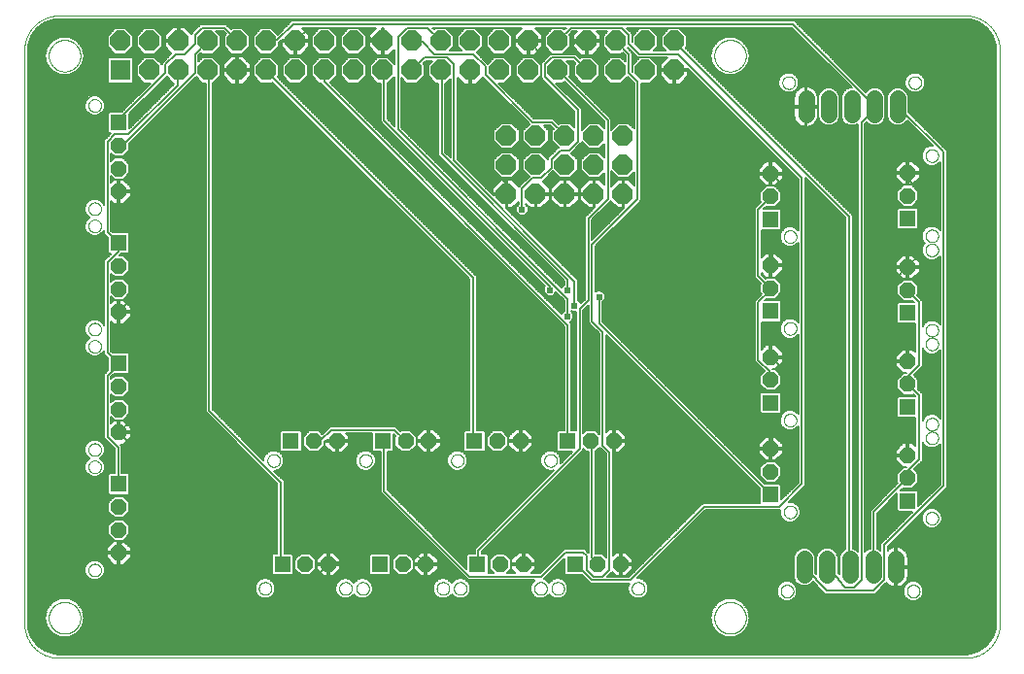
<source format=gbl>
G75*
%MOIN*%
%OFA0B0*%
%FSLAX25Y25*%
%IPPOS*%
%LPD*%
%AMOC8*
5,1,8,0,0,1.08239X$1,22.5*
%
%ADD10R,0.07000X0.07000*%
%ADD11OC8,0.07000*%
%ADD12C,0.00000*%
%ADD13C,0.00039*%
%ADD14OC8,0.05600*%
%ADD15R,0.05600X0.05600*%
%ADD16C,0.05600*%
%ADD17C,0.00600*%
%ADD18C,0.02381*%
%ADD19C,0.02400*%
D10*
X0036300Y0206300D03*
D11*
X0046300Y0206300D03*
X0056300Y0206300D03*
X0066300Y0206300D03*
X0076300Y0206300D03*
X0086300Y0206300D03*
X0096300Y0206300D03*
X0106300Y0206300D03*
X0116300Y0206300D03*
X0126300Y0206300D03*
X0136300Y0206300D03*
X0146300Y0206300D03*
X0156300Y0206300D03*
X0166300Y0206300D03*
X0176300Y0206300D03*
X0186300Y0206300D03*
X0196300Y0206300D03*
X0206300Y0206300D03*
X0216300Y0206300D03*
X0226300Y0206300D03*
X0226300Y0216300D03*
X0216300Y0216300D03*
X0206300Y0216300D03*
X0196300Y0216300D03*
X0186300Y0216300D03*
X0176300Y0216300D03*
X0166300Y0216300D03*
X0156300Y0216300D03*
X0146300Y0216300D03*
X0136300Y0216300D03*
X0126300Y0216300D03*
X0116300Y0216300D03*
X0106300Y0216300D03*
X0096300Y0216300D03*
X0086300Y0216300D03*
X0076300Y0216300D03*
X0066300Y0216300D03*
X0056300Y0216300D03*
X0046300Y0216300D03*
X0036300Y0216300D03*
X0168800Y0183800D03*
X0178800Y0183800D03*
X0188800Y0183800D03*
X0198800Y0183800D03*
X0208800Y0183800D03*
X0208800Y0173800D03*
X0198800Y0173800D03*
X0188800Y0173800D03*
X0178800Y0173800D03*
X0168800Y0173800D03*
X0168800Y0163800D03*
X0178800Y0163800D03*
X0188800Y0163800D03*
X0198800Y0163800D03*
X0208800Y0163800D03*
D12*
X0263918Y0149200D02*
X0263920Y0149293D01*
X0263926Y0149385D01*
X0263936Y0149477D01*
X0263950Y0149568D01*
X0263967Y0149659D01*
X0263989Y0149749D01*
X0264014Y0149838D01*
X0264043Y0149926D01*
X0264076Y0150012D01*
X0264113Y0150097D01*
X0264153Y0150181D01*
X0264197Y0150262D01*
X0264244Y0150342D01*
X0264294Y0150420D01*
X0264348Y0150495D01*
X0264405Y0150568D01*
X0264465Y0150638D01*
X0264528Y0150706D01*
X0264594Y0150771D01*
X0264662Y0150833D01*
X0264733Y0150893D01*
X0264807Y0150949D01*
X0264883Y0151002D01*
X0264961Y0151051D01*
X0265041Y0151098D01*
X0265123Y0151140D01*
X0265207Y0151180D01*
X0265292Y0151215D01*
X0265379Y0151247D01*
X0265467Y0151276D01*
X0265556Y0151300D01*
X0265646Y0151321D01*
X0265737Y0151337D01*
X0265829Y0151350D01*
X0265921Y0151359D01*
X0266014Y0151364D01*
X0266106Y0151365D01*
X0266199Y0151362D01*
X0266291Y0151355D01*
X0266383Y0151344D01*
X0266474Y0151329D01*
X0266565Y0151311D01*
X0266655Y0151288D01*
X0266743Y0151262D01*
X0266831Y0151232D01*
X0266917Y0151198D01*
X0267001Y0151161D01*
X0267084Y0151119D01*
X0267165Y0151075D01*
X0267245Y0151027D01*
X0267322Y0150976D01*
X0267396Y0150921D01*
X0267469Y0150863D01*
X0267539Y0150803D01*
X0267606Y0150739D01*
X0267670Y0150673D01*
X0267732Y0150603D01*
X0267790Y0150532D01*
X0267845Y0150458D01*
X0267897Y0150381D01*
X0267946Y0150302D01*
X0267992Y0150222D01*
X0268034Y0150139D01*
X0268072Y0150055D01*
X0268107Y0149969D01*
X0268138Y0149882D01*
X0268165Y0149794D01*
X0268188Y0149704D01*
X0268208Y0149614D01*
X0268224Y0149523D01*
X0268236Y0149431D01*
X0268244Y0149339D01*
X0268248Y0149246D01*
X0268248Y0149154D01*
X0268244Y0149061D01*
X0268236Y0148969D01*
X0268224Y0148877D01*
X0268208Y0148786D01*
X0268188Y0148696D01*
X0268165Y0148606D01*
X0268138Y0148518D01*
X0268107Y0148431D01*
X0268072Y0148345D01*
X0268034Y0148261D01*
X0267992Y0148178D01*
X0267946Y0148098D01*
X0267897Y0148019D01*
X0267845Y0147942D01*
X0267790Y0147868D01*
X0267732Y0147797D01*
X0267670Y0147727D01*
X0267606Y0147661D01*
X0267539Y0147597D01*
X0267469Y0147537D01*
X0267396Y0147479D01*
X0267322Y0147424D01*
X0267245Y0147373D01*
X0267166Y0147325D01*
X0267084Y0147281D01*
X0267001Y0147239D01*
X0266917Y0147202D01*
X0266831Y0147168D01*
X0266743Y0147138D01*
X0266655Y0147112D01*
X0266565Y0147089D01*
X0266474Y0147071D01*
X0266383Y0147056D01*
X0266291Y0147045D01*
X0266199Y0147038D01*
X0266106Y0147035D01*
X0266014Y0147036D01*
X0265921Y0147041D01*
X0265829Y0147050D01*
X0265737Y0147063D01*
X0265646Y0147079D01*
X0265556Y0147100D01*
X0265467Y0147124D01*
X0265379Y0147153D01*
X0265292Y0147185D01*
X0265207Y0147220D01*
X0265123Y0147260D01*
X0265041Y0147302D01*
X0264961Y0147349D01*
X0264883Y0147398D01*
X0264807Y0147451D01*
X0264733Y0147507D01*
X0264662Y0147567D01*
X0264594Y0147629D01*
X0264528Y0147694D01*
X0264465Y0147762D01*
X0264405Y0147832D01*
X0264348Y0147905D01*
X0264294Y0147980D01*
X0264244Y0148058D01*
X0264197Y0148138D01*
X0264153Y0148219D01*
X0264113Y0148303D01*
X0264076Y0148388D01*
X0264043Y0148474D01*
X0264014Y0148562D01*
X0263989Y0148651D01*
X0263967Y0148741D01*
X0263950Y0148832D01*
X0263936Y0148923D01*
X0263926Y0149015D01*
X0263920Y0149107D01*
X0263918Y0149200D01*
X0263918Y0117704D02*
X0263920Y0117797D01*
X0263926Y0117889D01*
X0263936Y0117981D01*
X0263950Y0118072D01*
X0263967Y0118163D01*
X0263989Y0118253D01*
X0264014Y0118342D01*
X0264043Y0118430D01*
X0264076Y0118516D01*
X0264113Y0118601D01*
X0264153Y0118685D01*
X0264197Y0118766D01*
X0264244Y0118846D01*
X0264294Y0118924D01*
X0264348Y0118999D01*
X0264405Y0119072D01*
X0264465Y0119142D01*
X0264528Y0119210D01*
X0264594Y0119275D01*
X0264662Y0119337D01*
X0264733Y0119397D01*
X0264807Y0119453D01*
X0264883Y0119506D01*
X0264961Y0119555D01*
X0265041Y0119602D01*
X0265123Y0119644D01*
X0265207Y0119684D01*
X0265292Y0119719D01*
X0265379Y0119751D01*
X0265467Y0119780D01*
X0265556Y0119804D01*
X0265646Y0119825D01*
X0265737Y0119841D01*
X0265829Y0119854D01*
X0265921Y0119863D01*
X0266014Y0119868D01*
X0266106Y0119869D01*
X0266199Y0119866D01*
X0266291Y0119859D01*
X0266383Y0119848D01*
X0266474Y0119833D01*
X0266565Y0119815D01*
X0266655Y0119792D01*
X0266743Y0119766D01*
X0266831Y0119736D01*
X0266917Y0119702D01*
X0267001Y0119665D01*
X0267084Y0119623D01*
X0267165Y0119579D01*
X0267245Y0119531D01*
X0267322Y0119480D01*
X0267396Y0119425D01*
X0267469Y0119367D01*
X0267539Y0119307D01*
X0267606Y0119243D01*
X0267670Y0119177D01*
X0267732Y0119107D01*
X0267790Y0119036D01*
X0267845Y0118962D01*
X0267897Y0118885D01*
X0267946Y0118806D01*
X0267992Y0118726D01*
X0268034Y0118643D01*
X0268072Y0118559D01*
X0268107Y0118473D01*
X0268138Y0118386D01*
X0268165Y0118298D01*
X0268188Y0118208D01*
X0268208Y0118118D01*
X0268224Y0118027D01*
X0268236Y0117935D01*
X0268244Y0117843D01*
X0268248Y0117750D01*
X0268248Y0117658D01*
X0268244Y0117565D01*
X0268236Y0117473D01*
X0268224Y0117381D01*
X0268208Y0117290D01*
X0268188Y0117200D01*
X0268165Y0117110D01*
X0268138Y0117022D01*
X0268107Y0116935D01*
X0268072Y0116849D01*
X0268034Y0116765D01*
X0267992Y0116682D01*
X0267946Y0116602D01*
X0267897Y0116523D01*
X0267845Y0116446D01*
X0267790Y0116372D01*
X0267732Y0116301D01*
X0267670Y0116231D01*
X0267606Y0116165D01*
X0267539Y0116101D01*
X0267469Y0116041D01*
X0267396Y0115983D01*
X0267322Y0115928D01*
X0267245Y0115877D01*
X0267166Y0115829D01*
X0267084Y0115785D01*
X0267001Y0115743D01*
X0266917Y0115706D01*
X0266831Y0115672D01*
X0266743Y0115642D01*
X0266655Y0115616D01*
X0266565Y0115593D01*
X0266474Y0115575D01*
X0266383Y0115560D01*
X0266291Y0115549D01*
X0266199Y0115542D01*
X0266106Y0115539D01*
X0266014Y0115540D01*
X0265921Y0115545D01*
X0265829Y0115554D01*
X0265737Y0115567D01*
X0265646Y0115583D01*
X0265556Y0115604D01*
X0265467Y0115628D01*
X0265379Y0115657D01*
X0265292Y0115689D01*
X0265207Y0115724D01*
X0265123Y0115764D01*
X0265041Y0115806D01*
X0264961Y0115853D01*
X0264883Y0115902D01*
X0264807Y0115955D01*
X0264733Y0116011D01*
X0264662Y0116071D01*
X0264594Y0116133D01*
X0264528Y0116198D01*
X0264465Y0116266D01*
X0264405Y0116336D01*
X0264348Y0116409D01*
X0264294Y0116484D01*
X0264244Y0116562D01*
X0264197Y0116642D01*
X0264153Y0116723D01*
X0264113Y0116807D01*
X0264076Y0116892D01*
X0264043Y0116978D01*
X0264014Y0117066D01*
X0263989Y0117155D01*
X0263967Y0117245D01*
X0263950Y0117336D01*
X0263936Y0117427D01*
X0263926Y0117519D01*
X0263920Y0117611D01*
X0263918Y0117704D01*
X0263918Y0086208D02*
X0263920Y0086301D01*
X0263926Y0086393D01*
X0263936Y0086485D01*
X0263950Y0086576D01*
X0263967Y0086667D01*
X0263989Y0086757D01*
X0264014Y0086846D01*
X0264043Y0086934D01*
X0264076Y0087020D01*
X0264113Y0087105D01*
X0264153Y0087189D01*
X0264197Y0087270D01*
X0264244Y0087350D01*
X0264294Y0087428D01*
X0264348Y0087503D01*
X0264405Y0087576D01*
X0264465Y0087646D01*
X0264528Y0087714D01*
X0264594Y0087779D01*
X0264662Y0087841D01*
X0264733Y0087901D01*
X0264807Y0087957D01*
X0264883Y0088010D01*
X0264961Y0088059D01*
X0265041Y0088106D01*
X0265123Y0088148D01*
X0265207Y0088188D01*
X0265292Y0088223D01*
X0265379Y0088255D01*
X0265467Y0088284D01*
X0265556Y0088308D01*
X0265646Y0088329D01*
X0265737Y0088345D01*
X0265829Y0088358D01*
X0265921Y0088367D01*
X0266014Y0088372D01*
X0266106Y0088373D01*
X0266199Y0088370D01*
X0266291Y0088363D01*
X0266383Y0088352D01*
X0266474Y0088337D01*
X0266565Y0088319D01*
X0266655Y0088296D01*
X0266743Y0088270D01*
X0266831Y0088240D01*
X0266917Y0088206D01*
X0267001Y0088169D01*
X0267084Y0088127D01*
X0267165Y0088083D01*
X0267245Y0088035D01*
X0267322Y0087984D01*
X0267396Y0087929D01*
X0267469Y0087871D01*
X0267539Y0087811D01*
X0267606Y0087747D01*
X0267670Y0087681D01*
X0267732Y0087611D01*
X0267790Y0087540D01*
X0267845Y0087466D01*
X0267897Y0087389D01*
X0267946Y0087310D01*
X0267992Y0087230D01*
X0268034Y0087147D01*
X0268072Y0087063D01*
X0268107Y0086977D01*
X0268138Y0086890D01*
X0268165Y0086802D01*
X0268188Y0086712D01*
X0268208Y0086622D01*
X0268224Y0086531D01*
X0268236Y0086439D01*
X0268244Y0086347D01*
X0268248Y0086254D01*
X0268248Y0086162D01*
X0268244Y0086069D01*
X0268236Y0085977D01*
X0268224Y0085885D01*
X0268208Y0085794D01*
X0268188Y0085704D01*
X0268165Y0085614D01*
X0268138Y0085526D01*
X0268107Y0085439D01*
X0268072Y0085353D01*
X0268034Y0085269D01*
X0267992Y0085186D01*
X0267946Y0085106D01*
X0267897Y0085027D01*
X0267845Y0084950D01*
X0267790Y0084876D01*
X0267732Y0084805D01*
X0267670Y0084735D01*
X0267606Y0084669D01*
X0267539Y0084605D01*
X0267469Y0084545D01*
X0267396Y0084487D01*
X0267322Y0084432D01*
X0267245Y0084381D01*
X0267166Y0084333D01*
X0267084Y0084289D01*
X0267001Y0084247D01*
X0266917Y0084210D01*
X0266831Y0084176D01*
X0266743Y0084146D01*
X0266655Y0084120D01*
X0266565Y0084097D01*
X0266474Y0084079D01*
X0266383Y0084064D01*
X0266291Y0084053D01*
X0266199Y0084046D01*
X0266106Y0084043D01*
X0266014Y0084044D01*
X0265921Y0084049D01*
X0265829Y0084058D01*
X0265737Y0084071D01*
X0265646Y0084087D01*
X0265556Y0084108D01*
X0265467Y0084132D01*
X0265379Y0084161D01*
X0265292Y0084193D01*
X0265207Y0084228D01*
X0265123Y0084268D01*
X0265041Y0084310D01*
X0264961Y0084357D01*
X0264883Y0084406D01*
X0264807Y0084459D01*
X0264733Y0084515D01*
X0264662Y0084575D01*
X0264594Y0084637D01*
X0264528Y0084702D01*
X0264465Y0084770D01*
X0264405Y0084840D01*
X0264348Y0084913D01*
X0264294Y0084988D01*
X0264244Y0085066D01*
X0264197Y0085146D01*
X0264153Y0085227D01*
X0264113Y0085311D01*
X0264076Y0085396D01*
X0264043Y0085482D01*
X0264014Y0085570D01*
X0263989Y0085659D01*
X0263967Y0085749D01*
X0263950Y0085840D01*
X0263936Y0085931D01*
X0263926Y0086023D01*
X0263920Y0086115D01*
X0263918Y0086208D01*
X0263918Y0054712D02*
X0263920Y0054805D01*
X0263926Y0054897D01*
X0263936Y0054989D01*
X0263950Y0055080D01*
X0263967Y0055171D01*
X0263989Y0055261D01*
X0264014Y0055350D01*
X0264043Y0055438D01*
X0264076Y0055524D01*
X0264113Y0055609D01*
X0264153Y0055693D01*
X0264197Y0055774D01*
X0264244Y0055854D01*
X0264294Y0055932D01*
X0264348Y0056007D01*
X0264405Y0056080D01*
X0264465Y0056150D01*
X0264528Y0056218D01*
X0264594Y0056283D01*
X0264662Y0056345D01*
X0264733Y0056405D01*
X0264807Y0056461D01*
X0264883Y0056514D01*
X0264961Y0056563D01*
X0265041Y0056610D01*
X0265123Y0056652D01*
X0265207Y0056692D01*
X0265292Y0056727D01*
X0265379Y0056759D01*
X0265467Y0056788D01*
X0265556Y0056812D01*
X0265646Y0056833D01*
X0265737Y0056849D01*
X0265829Y0056862D01*
X0265921Y0056871D01*
X0266014Y0056876D01*
X0266106Y0056877D01*
X0266199Y0056874D01*
X0266291Y0056867D01*
X0266383Y0056856D01*
X0266474Y0056841D01*
X0266565Y0056823D01*
X0266655Y0056800D01*
X0266743Y0056774D01*
X0266831Y0056744D01*
X0266917Y0056710D01*
X0267001Y0056673D01*
X0267084Y0056631D01*
X0267165Y0056587D01*
X0267245Y0056539D01*
X0267322Y0056488D01*
X0267396Y0056433D01*
X0267469Y0056375D01*
X0267539Y0056315D01*
X0267606Y0056251D01*
X0267670Y0056185D01*
X0267732Y0056115D01*
X0267790Y0056044D01*
X0267845Y0055970D01*
X0267897Y0055893D01*
X0267946Y0055814D01*
X0267992Y0055734D01*
X0268034Y0055651D01*
X0268072Y0055567D01*
X0268107Y0055481D01*
X0268138Y0055394D01*
X0268165Y0055306D01*
X0268188Y0055216D01*
X0268208Y0055126D01*
X0268224Y0055035D01*
X0268236Y0054943D01*
X0268244Y0054851D01*
X0268248Y0054758D01*
X0268248Y0054666D01*
X0268244Y0054573D01*
X0268236Y0054481D01*
X0268224Y0054389D01*
X0268208Y0054298D01*
X0268188Y0054208D01*
X0268165Y0054118D01*
X0268138Y0054030D01*
X0268107Y0053943D01*
X0268072Y0053857D01*
X0268034Y0053773D01*
X0267992Y0053690D01*
X0267946Y0053610D01*
X0267897Y0053531D01*
X0267845Y0053454D01*
X0267790Y0053380D01*
X0267732Y0053309D01*
X0267670Y0053239D01*
X0267606Y0053173D01*
X0267539Y0053109D01*
X0267469Y0053049D01*
X0267396Y0052991D01*
X0267322Y0052936D01*
X0267245Y0052885D01*
X0267166Y0052837D01*
X0267084Y0052793D01*
X0267001Y0052751D01*
X0266917Y0052714D01*
X0266831Y0052680D01*
X0266743Y0052650D01*
X0266655Y0052624D01*
X0266565Y0052601D01*
X0266474Y0052583D01*
X0266383Y0052568D01*
X0266291Y0052557D01*
X0266199Y0052550D01*
X0266106Y0052547D01*
X0266014Y0052548D01*
X0265921Y0052553D01*
X0265829Y0052562D01*
X0265737Y0052575D01*
X0265646Y0052591D01*
X0265556Y0052612D01*
X0265467Y0052636D01*
X0265379Y0052665D01*
X0265292Y0052697D01*
X0265207Y0052732D01*
X0265123Y0052772D01*
X0265041Y0052814D01*
X0264961Y0052861D01*
X0264883Y0052910D01*
X0264807Y0052963D01*
X0264733Y0053019D01*
X0264662Y0053079D01*
X0264594Y0053141D01*
X0264528Y0053206D01*
X0264465Y0053274D01*
X0264405Y0053344D01*
X0264348Y0053417D01*
X0264294Y0053492D01*
X0264244Y0053570D01*
X0264197Y0053650D01*
X0264153Y0053731D01*
X0264113Y0053815D01*
X0264076Y0053900D01*
X0264043Y0053986D01*
X0264014Y0054074D01*
X0263989Y0054163D01*
X0263967Y0054253D01*
X0263950Y0054344D01*
X0263936Y0054435D01*
X0263926Y0054527D01*
X0263920Y0054619D01*
X0263918Y0054712D01*
X0262844Y0027532D02*
X0262846Y0027625D01*
X0262852Y0027717D01*
X0262862Y0027809D01*
X0262876Y0027900D01*
X0262893Y0027991D01*
X0262915Y0028081D01*
X0262940Y0028170D01*
X0262969Y0028258D01*
X0263002Y0028344D01*
X0263039Y0028429D01*
X0263079Y0028513D01*
X0263123Y0028594D01*
X0263170Y0028674D01*
X0263220Y0028752D01*
X0263274Y0028827D01*
X0263331Y0028900D01*
X0263391Y0028970D01*
X0263454Y0029038D01*
X0263520Y0029103D01*
X0263588Y0029165D01*
X0263659Y0029225D01*
X0263733Y0029281D01*
X0263809Y0029334D01*
X0263887Y0029383D01*
X0263967Y0029430D01*
X0264049Y0029472D01*
X0264133Y0029512D01*
X0264218Y0029547D01*
X0264305Y0029579D01*
X0264393Y0029608D01*
X0264482Y0029632D01*
X0264572Y0029653D01*
X0264663Y0029669D01*
X0264755Y0029682D01*
X0264847Y0029691D01*
X0264940Y0029696D01*
X0265032Y0029697D01*
X0265125Y0029694D01*
X0265217Y0029687D01*
X0265309Y0029676D01*
X0265400Y0029661D01*
X0265491Y0029643D01*
X0265581Y0029620D01*
X0265669Y0029594D01*
X0265757Y0029564D01*
X0265843Y0029530D01*
X0265927Y0029493D01*
X0266010Y0029451D01*
X0266091Y0029407D01*
X0266171Y0029359D01*
X0266248Y0029308D01*
X0266322Y0029253D01*
X0266395Y0029195D01*
X0266465Y0029135D01*
X0266532Y0029071D01*
X0266596Y0029005D01*
X0266658Y0028935D01*
X0266716Y0028864D01*
X0266771Y0028790D01*
X0266823Y0028713D01*
X0266872Y0028634D01*
X0266918Y0028554D01*
X0266960Y0028471D01*
X0266998Y0028387D01*
X0267033Y0028301D01*
X0267064Y0028214D01*
X0267091Y0028126D01*
X0267114Y0028036D01*
X0267134Y0027946D01*
X0267150Y0027855D01*
X0267162Y0027763D01*
X0267170Y0027671D01*
X0267174Y0027578D01*
X0267174Y0027486D01*
X0267170Y0027393D01*
X0267162Y0027301D01*
X0267150Y0027209D01*
X0267134Y0027118D01*
X0267114Y0027028D01*
X0267091Y0026938D01*
X0267064Y0026850D01*
X0267033Y0026763D01*
X0266998Y0026677D01*
X0266960Y0026593D01*
X0266918Y0026510D01*
X0266872Y0026430D01*
X0266823Y0026351D01*
X0266771Y0026274D01*
X0266716Y0026200D01*
X0266658Y0026129D01*
X0266596Y0026059D01*
X0266532Y0025993D01*
X0266465Y0025929D01*
X0266395Y0025869D01*
X0266322Y0025811D01*
X0266248Y0025756D01*
X0266171Y0025705D01*
X0266092Y0025657D01*
X0266010Y0025613D01*
X0265927Y0025571D01*
X0265843Y0025534D01*
X0265757Y0025500D01*
X0265669Y0025470D01*
X0265581Y0025444D01*
X0265491Y0025421D01*
X0265400Y0025403D01*
X0265309Y0025388D01*
X0265217Y0025377D01*
X0265125Y0025370D01*
X0265032Y0025367D01*
X0264940Y0025368D01*
X0264847Y0025373D01*
X0264755Y0025382D01*
X0264663Y0025395D01*
X0264572Y0025411D01*
X0264482Y0025432D01*
X0264393Y0025456D01*
X0264305Y0025485D01*
X0264218Y0025517D01*
X0264133Y0025552D01*
X0264049Y0025592D01*
X0263967Y0025634D01*
X0263887Y0025681D01*
X0263809Y0025730D01*
X0263733Y0025783D01*
X0263659Y0025839D01*
X0263588Y0025899D01*
X0263520Y0025961D01*
X0263454Y0026026D01*
X0263391Y0026094D01*
X0263331Y0026164D01*
X0263274Y0026237D01*
X0263220Y0026312D01*
X0263170Y0026390D01*
X0263123Y0026470D01*
X0263079Y0026551D01*
X0263039Y0026635D01*
X0263002Y0026720D01*
X0262969Y0026806D01*
X0262940Y0026894D01*
X0262915Y0026983D01*
X0262893Y0027073D01*
X0262876Y0027164D01*
X0262862Y0027255D01*
X0262852Y0027347D01*
X0262846Y0027439D01*
X0262844Y0027532D01*
X0306152Y0027532D02*
X0306154Y0027625D01*
X0306160Y0027717D01*
X0306170Y0027809D01*
X0306184Y0027900D01*
X0306201Y0027991D01*
X0306223Y0028081D01*
X0306248Y0028170D01*
X0306277Y0028258D01*
X0306310Y0028344D01*
X0306347Y0028429D01*
X0306387Y0028513D01*
X0306431Y0028594D01*
X0306478Y0028674D01*
X0306528Y0028752D01*
X0306582Y0028827D01*
X0306639Y0028900D01*
X0306699Y0028970D01*
X0306762Y0029038D01*
X0306828Y0029103D01*
X0306896Y0029165D01*
X0306967Y0029225D01*
X0307041Y0029281D01*
X0307117Y0029334D01*
X0307195Y0029383D01*
X0307275Y0029430D01*
X0307357Y0029472D01*
X0307441Y0029512D01*
X0307526Y0029547D01*
X0307613Y0029579D01*
X0307701Y0029608D01*
X0307790Y0029632D01*
X0307880Y0029653D01*
X0307971Y0029669D01*
X0308063Y0029682D01*
X0308155Y0029691D01*
X0308248Y0029696D01*
X0308340Y0029697D01*
X0308433Y0029694D01*
X0308525Y0029687D01*
X0308617Y0029676D01*
X0308708Y0029661D01*
X0308799Y0029643D01*
X0308889Y0029620D01*
X0308977Y0029594D01*
X0309065Y0029564D01*
X0309151Y0029530D01*
X0309235Y0029493D01*
X0309318Y0029451D01*
X0309399Y0029407D01*
X0309479Y0029359D01*
X0309556Y0029308D01*
X0309630Y0029253D01*
X0309703Y0029195D01*
X0309773Y0029135D01*
X0309840Y0029071D01*
X0309904Y0029005D01*
X0309966Y0028935D01*
X0310024Y0028864D01*
X0310079Y0028790D01*
X0310131Y0028713D01*
X0310180Y0028634D01*
X0310226Y0028554D01*
X0310268Y0028471D01*
X0310306Y0028387D01*
X0310341Y0028301D01*
X0310372Y0028214D01*
X0310399Y0028126D01*
X0310422Y0028036D01*
X0310442Y0027946D01*
X0310458Y0027855D01*
X0310470Y0027763D01*
X0310478Y0027671D01*
X0310482Y0027578D01*
X0310482Y0027486D01*
X0310478Y0027393D01*
X0310470Y0027301D01*
X0310458Y0027209D01*
X0310442Y0027118D01*
X0310422Y0027028D01*
X0310399Y0026938D01*
X0310372Y0026850D01*
X0310341Y0026763D01*
X0310306Y0026677D01*
X0310268Y0026593D01*
X0310226Y0026510D01*
X0310180Y0026430D01*
X0310131Y0026351D01*
X0310079Y0026274D01*
X0310024Y0026200D01*
X0309966Y0026129D01*
X0309904Y0026059D01*
X0309840Y0025993D01*
X0309773Y0025929D01*
X0309703Y0025869D01*
X0309630Y0025811D01*
X0309556Y0025756D01*
X0309479Y0025705D01*
X0309400Y0025657D01*
X0309318Y0025613D01*
X0309235Y0025571D01*
X0309151Y0025534D01*
X0309065Y0025500D01*
X0308977Y0025470D01*
X0308889Y0025444D01*
X0308799Y0025421D01*
X0308708Y0025403D01*
X0308617Y0025388D01*
X0308525Y0025377D01*
X0308433Y0025370D01*
X0308340Y0025367D01*
X0308248Y0025368D01*
X0308155Y0025373D01*
X0308063Y0025382D01*
X0307971Y0025395D01*
X0307880Y0025411D01*
X0307790Y0025432D01*
X0307701Y0025456D01*
X0307613Y0025485D01*
X0307526Y0025517D01*
X0307441Y0025552D01*
X0307357Y0025592D01*
X0307275Y0025634D01*
X0307195Y0025681D01*
X0307117Y0025730D01*
X0307041Y0025783D01*
X0306967Y0025839D01*
X0306896Y0025899D01*
X0306828Y0025961D01*
X0306762Y0026026D01*
X0306699Y0026094D01*
X0306639Y0026164D01*
X0306582Y0026237D01*
X0306528Y0026312D01*
X0306478Y0026390D01*
X0306431Y0026470D01*
X0306387Y0026551D01*
X0306347Y0026635D01*
X0306310Y0026720D01*
X0306277Y0026806D01*
X0306248Y0026894D01*
X0306223Y0026983D01*
X0306201Y0027073D01*
X0306184Y0027164D01*
X0306170Y0027255D01*
X0306160Y0027347D01*
X0306154Y0027439D01*
X0306152Y0027532D01*
X0326182Y0004607D02*
X0326467Y0004610D01*
X0326753Y0004621D01*
X0327038Y0004638D01*
X0327322Y0004662D01*
X0327606Y0004693D01*
X0327889Y0004731D01*
X0328170Y0004776D01*
X0328451Y0004827D01*
X0328731Y0004885D01*
X0329009Y0004950D01*
X0329285Y0005022D01*
X0329559Y0005100D01*
X0329832Y0005185D01*
X0330102Y0005277D01*
X0330370Y0005375D01*
X0330636Y0005479D01*
X0330899Y0005590D01*
X0331159Y0005707D01*
X0331417Y0005830D01*
X0331671Y0005960D01*
X0331922Y0006096D01*
X0332170Y0006237D01*
X0332414Y0006385D01*
X0332655Y0006538D01*
X0332891Y0006698D01*
X0333124Y0006863D01*
X0333353Y0007033D01*
X0333578Y0007209D01*
X0333798Y0007391D01*
X0334014Y0007577D01*
X0334225Y0007769D01*
X0334432Y0007966D01*
X0334634Y0008168D01*
X0334831Y0008375D01*
X0335023Y0008586D01*
X0335209Y0008802D01*
X0335391Y0009022D01*
X0335567Y0009247D01*
X0335737Y0009476D01*
X0335902Y0009709D01*
X0336062Y0009945D01*
X0336215Y0010186D01*
X0336363Y0010430D01*
X0336504Y0010678D01*
X0336640Y0010929D01*
X0336770Y0011183D01*
X0336893Y0011441D01*
X0337010Y0011701D01*
X0337121Y0011964D01*
X0337225Y0012230D01*
X0337323Y0012498D01*
X0337415Y0012768D01*
X0337500Y0013041D01*
X0337578Y0013315D01*
X0337650Y0013591D01*
X0337715Y0013869D01*
X0337773Y0014149D01*
X0337824Y0014430D01*
X0337869Y0014711D01*
X0337907Y0014994D01*
X0337938Y0015278D01*
X0337962Y0015562D01*
X0337979Y0015847D01*
X0337990Y0016133D01*
X0337993Y0016418D01*
X0337993Y0213269D01*
X0337990Y0213554D01*
X0337979Y0213840D01*
X0337962Y0214125D01*
X0337938Y0214409D01*
X0337907Y0214693D01*
X0337869Y0214976D01*
X0337824Y0215257D01*
X0337773Y0215538D01*
X0337715Y0215818D01*
X0337650Y0216096D01*
X0337578Y0216372D01*
X0337500Y0216646D01*
X0337415Y0216919D01*
X0337323Y0217189D01*
X0337225Y0217457D01*
X0337121Y0217723D01*
X0337010Y0217986D01*
X0336893Y0218246D01*
X0336770Y0218504D01*
X0336640Y0218758D01*
X0336504Y0219009D01*
X0336363Y0219257D01*
X0336215Y0219501D01*
X0336062Y0219742D01*
X0335902Y0219978D01*
X0335737Y0220211D01*
X0335567Y0220440D01*
X0335391Y0220665D01*
X0335209Y0220885D01*
X0335023Y0221101D01*
X0334831Y0221312D01*
X0334634Y0221519D01*
X0334432Y0221721D01*
X0334225Y0221918D01*
X0334014Y0222110D01*
X0333798Y0222296D01*
X0333578Y0222478D01*
X0333353Y0222654D01*
X0333124Y0222824D01*
X0332891Y0222989D01*
X0332655Y0223149D01*
X0332414Y0223302D01*
X0332170Y0223450D01*
X0331922Y0223591D01*
X0331671Y0223727D01*
X0331417Y0223857D01*
X0331159Y0223980D01*
X0330899Y0224097D01*
X0330636Y0224208D01*
X0330370Y0224312D01*
X0330102Y0224410D01*
X0329832Y0224502D01*
X0329559Y0224587D01*
X0329285Y0224665D01*
X0329009Y0224737D01*
X0328731Y0224802D01*
X0328451Y0224860D01*
X0328170Y0224911D01*
X0327889Y0224956D01*
X0327606Y0224994D01*
X0327322Y0225025D01*
X0327038Y0225049D01*
X0326753Y0225066D01*
X0326467Y0225077D01*
X0326182Y0225080D01*
X0015158Y0225080D01*
X0014873Y0225077D01*
X0014587Y0225066D01*
X0014302Y0225049D01*
X0014018Y0225025D01*
X0013734Y0224994D01*
X0013451Y0224956D01*
X0013170Y0224911D01*
X0012889Y0224860D01*
X0012609Y0224802D01*
X0012331Y0224737D01*
X0012055Y0224665D01*
X0011781Y0224587D01*
X0011508Y0224502D01*
X0011238Y0224410D01*
X0010970Y0224312D01*
X0010704Y0224208D01*
X0010441Y0224097D01*
X0010181Y0223980D01*
X0009923Y0223857D01*
X0009669Y0223727D01*
X0009418Y0223591D01*
X0009170Y0223450D01*
X0008926Y0223302D01*
X0008685Y0223149D01*
X0008449Y0222989D01*
X0008216Y0222824D01*
X0007987Y0222654D01*
X0007762Y0222478D01*
X0007542Y0222296D01*
X0007326Y0222110D01*
X0007115Y0221918D01*
X0006908Y0221721D01*
X0006706Y0221519D01*
X0006509Y0221312D01*
X0006317Y0221101D01*
X0006131Y0220885D01*
X0005949Y0220665D01*
X0005773Y0220440D01*
X0005603Y0220211D01*
X0005438Y0219978D01*
X0005278Y0219742D01*
X0005125Y0219501D01*
X0004977Y0219257D01*
X0004836Y0219009D01*
X0004700Y0218758D01*
X0004570Y0218504D01*
X0004447Y0218246D01*
X0004330Y0217986D01*
X0004219Y0217723D01*
X0004115Y0217457D01*
X0004017Y0217189D01*
X0003925Y0216919D01*
X0003840Y0216646D01*
X0003762Y0216372D01*
X0003690Y0216096D01*
X0003625Y0215818D01*
X0003567Y0215538D01*
X0003516Y0215257D01*
X0003471Y0214976D01*
X0003433Y0214693D01*
X0003402Y0214409D01*
X0003378Y0214125D01*
X0003361Y0213840D01*
X0003350Y0213554D01*
X0003347Y0213269D01*
X0003347Y0016418D01*
X0003350Y0016133D01*
X0003361Y0015847D01*
X0003378Y0015562D01*
X0003402Y0015278D01*
X0003433Y0014994D01*
X0003471Y0014711D01*
X0003516Y0014430D01*
X0003567Y0014149D01*
X0003625Y0013869D01*
X0003690Y0013591D01*
X0003762Y0013315D01*
X0003840Y0013041D01*
X0003925Y0012768D01*
X0004017Y0012498D01*
X0004115Y0012230D01*
X0004219Y0011964D01*
X0004330Y0011701D01*
X0004447Y0011441D01*
X0004570Y0011183D01*
X0004700Y0010929D01*
X0004836Y0010678D01*
X0004977Y0010430D01*
X0005125Y0010186D01*
X0005278Y0009945D01*
X0005438Y0009709D01*
X0005603Y0009476D01*
X0005773Y0009247D01*
X0005949Y0009022D01*
X0006131Y0008802D01*
X0006317Y0008586D01*
X0006509Y0008375D01*
X0006706Y0008168D01*
X0006908Y0007966D01*
X0007115Y0007769D01*
X0007326Y0007577D01*
X0007542Y0007391D01*
X0007762Y0007209D01*
X0007987Y0007033D01*
X0008216Y0006863D01*
X0008449Y0006698D01*
X0008685Y0006538D01*
X0008926Y0006385D01*
X0009170Y0006237D01*
X0009418Y0006096D01*
X0009669Y0005960D01*
X0009923Y0005830D01*
X0010181Y0005707D01*
X0010441Y0005590D01*
X0010704Y0005479D01*
X0010970Y0005375D01*
X0011238Y0005277D01*
X0011508Y0005185D01*
X0011781Y0005100D01*
X0012055Y0005022D01*
X0012331Y0004950D01*
X0012609Y0004885D01*
X0012889Y0004827D01*
X0013170Y0004776D01*
X0013451Y0004731D01*
X0013734Y0004693D01*
X0014018Y0004662D01*
X0014302Y0004638D01*
X0014587Y0004621D01*
X0014873Y0004610D01*
X0015158Y0004607D01*
X0326182Y0004607D01*
X0312537Y0052559D02*
X0312539Y0052652D01*
X0312545Y0052744D01*
X0312555Y0052836D01*
X0312569Y0052927D01*
X0312586Y0053018D01*
X0312608Y0053108D01*
X0312633Y0053197D01*
X0312662Y0053285D01*
X0312695Y0053371D01*
X0312732Y0053456D01*
X0312772Y0053540D01*
X0312816Y0053621D01*
X0312863Y0053701D01*
X0312913Y0053779D01*
X0312967Y0053854D01*
X0313024Y0053927D01*
X0313084Y0053997D01*
X0313147Y0054065D01*
X0313213Y0054130D01*
X0313281Y0054192D01*
X0313352Y0054252D01*
X0313426Y0054308D01*
X0313502Y0054361D01*
X0313580Y0054410D01*
X0313660Y0054457D01*
X0313742Y0054499D01*
X0313826Y0054539D01*
X0313911Y0054574D01*
X0313998Y0054606D01*
X0314086Y0054635D01*
X0314175Y0054659D01*
X0314265Y0054680D01*
X0314356Y0054696D01*
X0314448Y0054709D01*
X0314540Y0054718D01*
X0314633Y0054723D01*
X0314725Y0054724D01*
X0314818Y0054721D01*
X0314910Y0054714D01*
X0315002Y0054703D01*
X0315093Y0054688D01*
X0315184Y0054670D01*
X0315274Y0054647D01*
X0315362Y0054621D01*
X0315450Y0054591D01*
X0315536Y0054557D01*
X0315620Y0054520D01*
X0315703Y0054478D01*
X0315784Y0054434D01*
X0315864Y0054386D01*
X0315941Y0054335D01*
X0316015Y0054280D01*
X0316088Y0054222D01*
X0316158Y0054162D01*
X0316225Y0054098D01*
X0316289Y0054032D01*
X0316351Y0053962D01*
X0316409Y0053891D01*
X0316464Y0053817D01*
X0316516Y0053740D01*
X0316565Y0053661D01*
X0316611Y0053581D01*
X0316653Y0053498D01*
X0316691Y0053414D01*
X0316726Y0053328D01*
X0316757Y0053241D01*
X0316784Y0053153D01*
X0316807Y0053063D01*
X0316827Y0052973D01*
X0316843Y0052882D01*
X0316855Y0052790D01*
X0316863Y0052698D01*
X0316867Y0052605D01*
X0316867Y0052513D01*
X0316863Y0052420D01*
X0316855Y0052328D01*
X0316843Y0052236D01*
X0316827Y0052145D01*
X0316807Y0052055D01*
X0316784Y0051965D01*
X0316757Y0051877D01*
X0316726Y0051790D01*
X0316691Y0051704D01*
X0316653Y0051620D01*
X0316611Y0051537D01*
X0316565Y0051457D01*
X0316516Y0051378D01*
X0316464Y0051301D01*
X0316409Y0051227D01*
X0316351Y0051156D01*
X0316289Y0051086D01*
X0316225Y0051020D01*
X0316158Y0050956D01*
X0316088Y0050896D01*
X0316015Y0050838D01*
X0315941Y0050783D01*
X0315864Y0050732D01*
X0315785Y0050684D01*
X0315703Y0050640D01*
X0315620Y0050598D01*
X0315536Y0050561D01*
X0315450Y0050527D01*
X0315362Y0050497D01*
X0315274Y0050471D01*
X0315184Y0050448D01*
X0315093Y0050430D01*
X0315002Y0050415D01*
X0314910Y0050404D01*
X0314818Y0050397D01*
X0314725Y0050394D01*
X0314633Y0050395D01*
X0314540Y0050400D01*
X0314448Y0050409D01*
X0314356Y0050422D01*
X0314265Y0050438D01*
X0314175Y0050459D01*
X0314086Y0050483D01*
X0313998Y0050512D01*
X0313911Y0050544D01*
X0313826Y0050579D01*
X0313742Y0050619D01*
X0313660Y0050661D01*
X0313580Y0050708D01*
X0313502Y0050757D01*
X0313426Y0050810D01*
X0313352Y0050866D01*
X0313281Y0050926D01*
X0313213Y0050988D01*
X0313147Y0051053D01*
X0313084Y0051121D01*
X0313024Y0051191D01*
X0312967Y0051264D01*
X0312913Y0051339D01*
X0312863Y0051417D01*
X0312816Y0051497D01*
X0312772Y0051578D01*
X0312732Y0051662D01*
X0312695Y0051747D01*
X0312662Y0051833D01*
X0312633Y0051921D01*
X0312608Y0052010D01*
X0312586Y0052100D01*
X0312569Y0052191D01*
X0312555Y0052282D01*
X0312545Y0052374D01*
X0312539Y0052466D01*
X0312537Y0052559D01*
X0312537Y0080118D02*
X0312539Y0080211D01*
X0312545Y0080303D01*
X0312555Y0080395D01*
X0312569Y0080486D01*
X0312586Y0080577D01*
X0312608Y0080667D01*
X0312633Y0080756D01*
X0312662Y0080844D01*
X0312695Y0080930D01*
X0312732Y0081015D01*
X0312772Y0081099D01*
X0312816Y0081180D01*
X0312863Y0081260D01*
X0312913Y0081338D01*
X0312967Y0081413D01*
X0313024Y0081486D01*
X0313084Y0081556D01*
X0313147Y0081624D01*
X0313213Y0081689D01*
X0313281Y0081751D01*
X0313352Y0081811D01*
X0313426Y0081867D01*
X0313502Y0081920D01*
X0313580Y0081969D01*
X0313660Y0082016D01*
X0313742Y0082058D01*
X0313826Y0082098D01*
X0313911Y0082133D01*
X0313998Y0082165D01*
X0314086Y0082194D01*
X0314175Y0082218D01*
X0314265Y0082239D01*
X0314356Y0082255D01*
X0314448Y0082268D01*
X0314540Y0082277D01*
X0314633Y0082282D01*
X0314725Y0082283D01*
X0314818Y0082280D01*
X0314910Y0082273D01*
X0315002Y0082262D01*
X0315093Y0082247D01*
X0315184Y0082229D01*
X0315274Y0082206D01*
X0315362Y0082180D01*
X0315450Y0082150D01*
X0315536Y0082116D01*
X0315620Y0082079D01*
X0315703Y0082037D01*
X0315784Y0081993D01*
X0315864Y0081945D01*
X0315941Y0081894D01*
X0316015Y0081839D01*
X0316088Y0081781D01*
X0316158Y0081721D01*
X0316225Y0081657D01*
X0316289Y0081591D01*
X0316351Y0081521D01*
X0316409Y0081450D01*
X0316464Y0081376D01*
X0316516Y0081299D01*
X0316565Y0081220D01*
X0316611Y0081140D01*
X0316653Y0081057D01*
X0316691Y0080973D01*
X0316726Y0080887D01*
X0316757Y0080800D01*
X0316784Y0080712D01*
X0316807Y0080622D01*
X0316827Y0080532D01*
X0316843Y0080441D01*
X0316855Y0080349D01*
X0316863Y0080257D01*
X0316867Y0080164D01*
X0316867Y0080072D01*
X0316863Y0079979D01*
X0316855Y0079887D01*
X0316843Y0079795D01*
X0316827Y0079704D01*
X0316807Y0079614D01*
X0316784Y0079524D01*
X0316757Y0079436D01*
X0316726Y0079349D01*
X0316691Y0079263D01*
X0316653Y0079179D01*
X0316611Y0079096D01*
X0316565Y0079016D01*
X0316516Y0078937D01*
X0316464Y0078860D01*
X0316409Y0078786D01*
X0316351Y0078715D01*
X0316289Y0078645D01*
X0316225Y0078579D01*
X0316158Y0078515D01*
X0316088Y0078455D01*
X0316015Y0078397D01*
X0315941Y0078342D01*
X0315864Y0078291D01*
X0315785Y0078243D01*
X0315703Y0078199D01*
X0315620Y0078157D01*
X0315536Y0078120D01*
X0315450Y0078086D01*
X0315362Y0078056D01*
X0315274Y0078030D01*
X0315184Y0078007D01*
X0315093Y0077989D01*
X0315002Y0077974D01*
X0314910Y0077963D01*
X0314818Y0077956D01*
X0314725Y0077953D01*
X0314633Y0077954D01*
X0314540Y0077959D01*
X0314448Y0077968D01*
X0314356Y0077981D01*
X0314265Y0077997D01*
X0314175Y0078018D01*
X0314086Y0078042D01*
X0313998Y0078071D01*
X0313911Y0078103D01*
X0313826Y0078138D01*
X0313742Y0078178D01*
X0313660Y0078220D01*
X0313580Y0078267D01*
X0313502Y0078316D01*
X0313426Y0078369D01*
X0313352Y0078425D01*
X0313281Y0078485D01*
X0313213Y0078547D01*
X0313147Y0078612D01*
X0313084Y0078680D01*
X0313024Y0078750D01*
X0312967Y0078823D01*
X0312913Y0078898D01*
X0312863Y0078976D01*
X0312816Y0079056D01*
X0312772Y0079137D01*
X0312732Y0079221D01*
X0312695Y0079306D01*
X0312662Y0079392D01*
X0312633Y0079480D01*
X0312608Y0079569D01*
X0312586Y0079659D01*
X0312569Y0079750D01*
X0312555Y0079841D01*
X0312545Y0079933D01*
X0312539Y0080025D01*
X0312537Y0080118D01*
X0312537Y0084824D02*
X0312539Y0084917D01*
X0312545Y0085009D01*
X0312555Y0085101D01*
X0312569Y0085192D01*
X0312586Y0085283D01*
X0312608Y0085373D01*
X0312633Y0085462D01*
X0312662Y0085550D01*
X0312695Y0085636D01*
X0312732Y0085721D01*
X0312772Y0085805D01*
X0312816Y0085886D01*
X0312863Y0085966D01*
X0312913Y0086044D01*
X0312967Y0086119D01*
X0313024Y0086192D01*
X0313084Y0086262D01*
X0313147Y0086330D01*
X0313213Y0086395D01*
X0313281Y0086457D01*
X0313352Y0086517D01*
X0313426Y0086573D01*
X0313502Y0086626D01*
X0313580Y0086675D01*
X0313660Y0086722D01*
X0313742Y0086764D01*
X0313826Y0086804D01*
X0313911Y0086839D01*
X0313998Y0086871D01*
X0314086Y0086900D01*
X0314175Y0086924D01*
X0314265Y0086945D01*
X0314356Y0086961D01*
X0314448Y0086974D01*
X0314540Y0086983D01*
X0314633Y0086988D01*
X0314725Y0086989D01*
X0314818Y0086986D01*
X0314910Y0086979D01*
X0315002Y0086968D01*
X0315093Y0086953D01*
X0315184Y0086935D01*
X0315274Y0086912D01*
X0315362Y0086886D01*
X0315450Y0086856D01*
X0315536Y0086822D01*
X0315620Y0086785D01*
X0315703Y0086743D01*
X0315784Y0086699D01*
X0315864Y0086651D01*
X0315941Y0086600D01*
X0316015Y0086545D01*
X0316088Y0086487D01*
X0316158Y0086427D01*
X0316225Y0086363D01*
X0316289Y0086297D01*
X0316351Y0086227D01*
X0316409Y0086156D01*
X0316464Y0086082D01*
X0316516Y0086005D01*
X0316565Y0085926D01*
X0316611Y0085846D01*
X0316653Y0085763D01*
X0316691Y0085679D01*
X0316726Y0085593D01*
X0316757Y0085506D01*
X0316784Y0085418D01*
X0316807Y0085328D01*
X0316827Y0085238D01*
X0316843Y0085147D01*
X0316855Y0085055D01*
X0316863Y0084963D01*
X0316867Y0084870D01*
X0316867Y0084778D01*
X0316863Y0084685D01*
X0316855Y0084593D01*
X0316843Y0084501D01*
X0316827Y0084410D01*
X0316807Y0084320D01*
X0316784Y0084230D01*
X0316757Y0084142D01*
X0316726Y0084055D01*
X0316691Y0083969D01*
X0316653Y0083885D01*
X0316611Y0083802D01*
X0316565Y0083722D01*
X0316516Y0083643D01*
X0316464Y0083566D01*
X0316409Y0083492D01*
X0316351Y0083421D01*
X0316289Y0083351D01*
X0316225Y0083285D01*
X0316158Y0083221D01*
X0316088Y0083161D01*
X0316015Y0083103D01*
X0315941Y0083048D01*
X0315864Y0082997D01*
X0315785Y0082949D01*
X0315703Y0082905D01*
X0315620Y0082863D01*
X0315536Y0082826D01*
X0315450Y0082792D01*
X0315362Y0082762D01*
X0315274Y0082736D01*
X0315184Y0082713D01*
X0315093Y0082695D01*
X0315002Y0082680D01*
X0314910Y0082669D01*
X0314818Y0082662D01*
X0314725Y0082659D01*
X0314633Y0082660D01*
X0314540Y0082665D01*
X0314448Y0082674D01*
X0314356Y0082687D01*
X0314265Y0082703D01*
X0314175Y0082724D01*
X0314086Y0082748D01*
X0313998Y0082777D01*
X0313911Y0082809D01*
X0313826Y0082844D01*
X0313742Y0082884D01*
X0313660Y0082926D01*
X0313580Y0082973D01*
X0313502Y0083022D01*
X0313426Y0083075D01*
X0313352Y0083131D01*
X0313281Y0083191D01*
X0313213Y0083253D01*
X0313147Y0083318D01*
X0313084Y0083386D01*
X0313024Y0083456D01*
X0312967Y0083529D01*
X0312913Y0083604D01*
X0312863Y0083682D01*
X0312816Y0083762D01*
X0312772Y0083843D01*
X0312732Y0083927D01*
X0312695Y0084012D01*
X0312662Y0084098D01*
X0312633Y0084186D01*
X0312608Y0084275D01*
X0312586Y0084365D01*
X0312569Y0084456D01*
X0312555Y0084547D01*
X0312545Y0084639D01*
X0312539Y0084731D01*
X0312537Y0084824D01*
X0312537Y0112383D02*
X0312539Y0112476D01*
X0312545Y0112568D01*
X0312555Y0112660D01*
X0312569Y0112751D01*
X0312586Y0112842D01*
X0312608Y0112932D01*
X0312633Y0113021D01*
X0312662Y0113109D01*
X0312695Y0113195D01*
X0312732Y0113280D01*
X0312772Y0113364D01*
X0312816Y0113445D01*
X0312863Y0113525D01*
X0312913Y0113603D01*
X0312967Y0113678D01*
X0313024Y0113751D01*
X0313084Y0113821D01*
X0313147Y0113889D01*
X0313213Y0113954D01*
X0313281Y0114016D01*
X0313352Y0114076D01*
X0313426Y0114132D01*
X0313502Y0114185D01*
X0313580Y0114234D01*
X0313660Y0114281D01*
X0313742Y0114323D01*
X0313826Y0114363D01*
X0313911Y0114398D01*
X0313998Y0114430D01*
X0314086Y0114459D01*
X0314175Y0114483D01*
X0314265Y0114504D01*
X0314356Y0114520D01*
X0314448Y0114533D01*
X0314540Y0114542D01*
X0314633Y0114547D01*
X0314725Y0114548D01*
X0314818Y0114545D01*
X0314910Y0114538D01*
X0315002Y0114527D01*
X0315093Y0114512D01*
X0315184Y0114494D01*
X0315274Y0114471D01*
X0315362Y0114445D01*
X0315450Y0114415D01*
X0315536Y0114381D01*
X0315620Y0114344D01*
X0315703Y0114302D01*
X0315784Y0114258D01*
X0315864Y0114210D01*
X0315941Y0114159D01*
X0316015Y0114104D01*
X0316088Y0114046D01*
X0316158Y0113986D01*
X0316225Y0113922D01*
X0316289Y0113856D01*
X0316351Y0113786D01*
X0316409Y0113715D01*
X0316464Y0113641D01*
X0316516Y0113564D01*
X0316565Y0113485D01*
X0316611Y0113405D01*
X0316653Y0113322D01*
X0316691Y0113238D01*
X0316726Y0113152D01*
X0316757Y0113065D01*
X0316784Y0112977D01*
X0316807Y0112887D01*
X0316827Y0112797D01*
X0316843Y0112706D01*
X0316855Y0112614D01*
X0316863Y0112522D01*
X0316867Y0112429D01*
X0316867Y0112337D01*
X0316863Y0112244D01*
X0316855Y0112152D01*
X0316843Y0112060D01*
X0316827Y0111969D01*
X0316807Y0111879D01*
X0316784Y0111789D01*
X0316757Y0111701D01*
X0316726Y0111614D01*
X0316691Y0111528D01*
X0316653Y0111444D01*
X0316611Y0111361D01*
X0316565Y0111281D01*
X0316516Y0111202D01*
X0316464Y0111125D01*
X0316409Y0111051D01*
X0316351Y0110980D01*
X0316289Y0110910D01*
X0316225Y0110844D01*
X0316158Y0110780D01*
X0316088Y0110720D01*
X0316015Y0110662D01*
X0315941Y0110607D01*
X0315864Y0110556D01*
X0315785Y0110508D01*
X0315703Y0110464D01*
X0315620Y0110422D01*
X0315536Y0110385D01*
X0315450Y0110351D01*
X0315362Y0110321D01*
X0315274Y0110295D01*
X0315184Y0110272D01*
X0315093Y0110254D01*
X0315002Y0110239D01*
X0314910Y0110228D01*
X0314818Y0110221D01*
X0314725Y0110218D01*
X0314633Y0110219D01*
X0314540Y0110224D01*
X0314448Y0110233D01*
X0314356Y0110246D01*
X0314265Y0110262D01*
X0314175Y0110283D01*
X0314086Y0110307D01*
X0313998Y0110336D01*
X0313911Y0110368D01*
X0313826Y0110403D01*
X0313742Y0110443D01*
X0313660Y0110485D01*
X0313580Y0110532D01*
X0313502Y0110581D01*
X0313426Y0110634D01*
X0313352Y0110690D01*
X0313281Y0110750D01*
X0313213Y0110812D01*
X0313147Y0110877D01*
X0313084Y0110945D01*
X0313024Y0111015D01*
X0312967Y0111088D01*
X0312913Y0111163D01*
X0312863Y0111241D01*
X0312816Y0111321D01*
X0312772Y0111402D01*
X0312732Y0111486D01*
X0312695Y0111571D01*
X0312662Y0111657D01*
X0312633Y0111745D01*
X0312608Y0111834D01*
X0312586Y0111924D01*
X0312569Y0112015D01*
X0312555Y0112106D01*
X0312545Y0112198D01*
X0312539Y0112290D01*
X0312537Y0112383D01*
X0312537Y0117088D02*
X0312539Y0117181D01*
X0312545Y0117273D01*
X0312555Y0117365D01*
X0312569Y0117456D01*
X0312586Y0117547D01*
X0312608Y0117637D01*
X0312633Y0117726D01*
X0312662Y0117814D01*
X0312695Y0117900D01*
X0312732Y0117985D01*
X0312772Y0118069D01*
X0312816Y0118150D01*
X0312863Y0118230D01*
X0312913Y0118308D01*
X0312967Y0118383D01*
X0313024Y0118456D01*
X0313084Y0118526D01*
X0313147Y0118594D01*
X0313213Y0118659D01*
X0313281Y0118721D01*
X0313352Y0118781D01*
X0313426Y0118837D01*
X0313502Y0118890D01*
X0313580Y0118939D01*
X0313660Y0118986D01*
X0313742Y0119028D01*
X0313826Y0119068D01*
X0313911Y0119103D01*
X0313998Y0119135D01*
X0314086Y0119164D01*
X0314175Y0119188D01*
X0314265Y0119209D01*
X0314356Y0119225D01*
X0314448Y0119238D01*
X0314540Y0119247D01*
X0314633Y0119252D01*
X0314725Y0119253D01*
X0314818Y0119250D01*
X0314910Y0119243D01*
X0315002Y0119232D01*
X0315093Y0119217D01*
X0315184Y0119199D01*
X0315274Y0119176D01*
X0315362Y0119150D01*
X0315450Y0119120D01*
X0315536Y0119086D01*
X0315620Y0119049D01*
X0315703Y0119007D01*
X0315784Y0118963D01*
X0315864Y0118915D01*
X0315941Y0118864D01*
X0316015Y0118809D01*
X0316088Y0118751D01*
X0316158Y0118691D01*
X0316225Y0118627D01*
X0316289Y0118561D01*
X0316351Y0118491D01*
X0316409Y0118420D01*
X0316464Y0118346D01*
X0316516Y0118269D01*
X0316565Y0118190D01*
X0316611Y0118110D01*
X0316653Y0118027D01*
X0316691Y0117943D01*
X0316726Y0117857D01*
X0316757Y0117770D01*
X0316784Y0117682D01*
X0316807Y0117592D01*
X0316827Y0117502D01*
X0316843Y0117411D01*
X0316855Y0117319D01*
X0316863Y0117227D01*
X0316867Y0117134D01*
X0316867Y0117042D01*
X0316863Y0116949D01*
X0316855Y0116857D01*
X0316843Y0116765D01*
X0316827Y0116674D01*
X0316807Y0116584D01*
X0316784Y0116494D01*
X0316757Y0116406D01*
X0316726Y0116319D01*
X0316691Y0116233D01*
X0316653Y0116149D01*
X0316611Y0116066D01*
X0316565Y0115986D01*
X0316516Y0115907D01*
X0316464Y0115830D01*
X0316409Y0115756D01*
X0316351Y0115685D01*
X0316289Y0115615D01*
X0316225Y0115549D01*
X0316158Y0115485D01*
X0316088Y0115425D01*
X0316015Y0115367D01*
X0315941Y0115312D01*
X0315864Y0115261D01*
X0315785Y0115213D01*
X0315703Y0115169D01*
X0315620Y0115127D01*
X0315536Y0115090D01*
X0315450Y0115056D01*
X0315362Y0115026D01*
X0315274Y0115000D01*
X0315184Y0114977D01*
X0315093Y0114959D01*
X0315002Y0114944D01*
X0314910Y0114933D01*
X0314818Y0114926D01*
X0314725Y0114923D01*
X0314633Y0114924D01*
X0314540Y0114929D01*
X0314448Y0114938D01*
X0314356Y0114951D01*
X0314265Y0114967D01*
X0314175Y0114988D01*
X0314086Y0115012D01*
X0313998Y0115041D01*
X0313911Y0115073D01*
X0313826Y0115108D01*
X0313742Y0115148D01*
X0313660Y0115190D01*
X0313580Y0115237D01*
X0313502Y0115286D01*
X0313426Y0115339D01*
X0313352Y0115395D01*
X0313281Y0115455D01*
X0313213Y0115517D01*
X0313147Y0115582D01*
X0313084Y0115650D01*
X0313024Y0115720D01*
X0312967Y0115793D01*
X0312913Y0115868D01*
X0312863Y0115946D01*
X0312816Y0116026D01*
X0312772Y0116107D01*
X0312732Y0116191D01*
X0312695Y0116276D01*
X0312662Y0116362D01*
X0312633Y0116450D01*
X0312608Y0116539D01*
X0312586Y0116629D01*
X0312569Y0116720D01*
X0312555Y0116811D01*
X0312545Y0116903D01*
X0312539Y0116995D01*
X0312537Y0117088D01*
X0312537Y0144647D02*
X0312539Y0144740D01*
X0312545Y0144832D01*
X0312555Y0144924D01*
X0312569Y0145015D01*
X0312586Y0145106D01*
X0312608Y0145196D01*
X0312633Y0145285D01*
X0312662Y0145373D01*
X0312695Y0145459D01*
X0312732Y0145544D01*
X0312772Y0145628D01*
X0312816Y0145709D01*
X0312863Y0145789D01*
X0312913Y0145867D01*
X0312967Y0145942D01*
X0313024Y0146015D01*
X0313084Y0146085D01*
X0313147Y0146153D01*
X0313213Y0146218D01*
X0313281Y0146280D01*
X0313352Y0146340D01*
X0313426Y0146396D01*
X0313502Y0146449D01*
X0313580Y0146498D01*
X0313660Y0146545D01*
X0313742Y0146587D01*
X0313826Y0146627D01*
X0313911Y0146662D01*
X0313998Y0146694D01*
X0314086Y0146723D01*
X0314175Y0146747D01*
X0314265Y0146768D01*
X0314356Y0146784D01*
X0314448Y0146797D01*
X0314540Y0146806D01*
X0314633Y0146811D01*
X0314725Y0146812D01*
X0314818Y0146809D01*
X0314910Y0146802D01*
X0315002Y0146791D01*
X0315093Y0146776D01*
X0315184Y0146758D01*
X0315274Y0146735D01*
X0315362Y0146709D01*
X0315450Y0146679D01*
X0315536Y0146645D01*
X0315620Y0146608D01*
X0315703Y0146566D01*
X0315784Y0146522D01*
X0315864Y0146474D01*
X0315941Y0146423D01*
X0316015Y0146368D01*
X0316088Y0146310D01*
X0316158Y0146250D01*
X0316225Y0146186D01*
X0316289Y0146120D01*
X0316351Y0146050D01*
X0316409Y0145979D01*
X0316464Y0145905D01*
X0316516Y0145828D01*
X0316565Y0145749D01*
X0316611Y0145669D01*
X0316653Y0145586D01*
X0316691Y0145502D01*
X0316726Y0145416D01*
X0316757Y0145329D01*
X0316784Y0145241D01*
X0316807Y0145151D01*
X0316827Y0145061D01*
X0316843Y0144970D01*
X0316855Y0144878D01*
X0316863Y0144786D01*
X0316867Y0144693D01*
X0316867Y0144601D01*
X0316863Y0144508D01*
X0316855Y0144416D01*
X0316843Y0144324D01*
X0316827Y0144233D01*
X0316807Y0144143D01*
X0316784Y0144053D01*
X0316757Y0143965D01*
X0316726Y0143878D01*
X0316691Y0143792D01*
X0316653Y0143708D01*
X0316611Y0143625D01*
X0316565Y0143545D01*
X0316516Y0143466D01*
X0316464Y0143389D01*
X0316409Y0143315D01*
X0316351Y0143244D01*
X0316289Y0143174D01*
X0316225Y0143108D01*
X0316158Y0143044D01*
X0316088Y0142984D01*
X0316015Y0142926D01*
X0315941Y0142871D01*
X0315864Y0142820D01*
X0315785Y0142772D01*
X0315703Y0142728D01*
X0315620Y0142686D01*
X0315536Y0142649D01*
X0315450Y0142615D01*
X0315362Y0142585D01*
X0315274Y0142559D01*
X0315184Y0142536D01*
X0315093Y0142518D01*
X0315002Y0142503D01*
X0314910Y0142492D01*
X0314818Y0142485D01*
X0314725Y0142482D01*
X0314633Y0142483D01*
X0314540Y0142488D01*
X0314448Y0142497D01*
X0314356Y0142510D01*
X0314265Y0142526D01*
X0314175Y0142547D01*
X0314086Y0142571D01*
X0313998Y0142600D01*
X0313911Y0142632D01*
X0313826Y0142667D01*
X0313742Y0142707D01*
X0313660Y0142749D01*
X0313580Y0142796D01*
X0313502Y0142845D01*
X0313426Y0142898D01*
X0313352Y0142954D01*
X0313281Y0143014D01*
X0313213Y0143076D01*
X0313147Y0143141D01*
X0313084Y0143209D01*
X0313024Y0143279D01*
X0312967Y0143352D01*
X0312913Y0143427D01*
X0312863Y0143505D01*
X0312816Y0143585D01*
X0312772Y0143666D01*
X0312732Y0143750D01*
X0312695Y0143835D01*
X0312662Y0143921D01*
X0312633Y0144009D01*
X0312608Y0144098D01*
X0312586Y0144188D01*
X0312569Y0144279D01*
X0312555Y0144370D01*
X0312545Y0144462D01*
X0312539Y0144554D01*
X0312537Y0144647D01*
X0312537Y0149453D02*
X0312539Y0149546D01*
X0312545Y0149638D01*
X0312555Y0149730D01*
X0312569Y0149821D01*
X0312586Y0149912D01*
X0312608Y0150002D01*
X0312633Y0150091D01*
X0312662Y0150179D01*
X0312695Y0150265D01*
X0312732Y0150350D01*
X0312772Y0150434D01*
X0312816Y0150515D01*
X0312863Y0150595D01*
X0312913Y0150673D01*
X0312967Y0150748D01*
X0313024Y0150821D01*
X0313084Y0150891D01*
X0313147Y0150959D01*
X0313213Y0151024D01*
X0313281Y0151086D01*
X0313352Y0151146D01*
X0313426Y0151202D01*
X0313502Y0151255D01*
X0313580Y0151304D01*
X0313660Y0151351D01*
X0313742Y0151393D01*
X0313826Y0151433D01*
X0313911Y0151468D01*
X0313998Y0151500D01*
X0314086Y0151529D01*
X0314175Y0151553D01*
X0314265Y0151574D01*
X0314356Y0151590D01*
X0314448Y0151603D01*
X0314540Y0151612D01*
X0314633Y0151617D01*
X0314725Y0151618D01*
X0314818Y0151615D01*
X0314910Y0151608D01*
X0315002Y0151597D01*
X0315093Y0151582D01*
X0315184Y0151564D01*
X0315274Y0151541D01*
X0315362Y0151515D01*
X0315450Y0151485D01*
X0315536Y0151451D01*
X0315620Y0151414D01*
X0315703Y0151372D01*
X0315784Y0151328D01*
X0315864Y0151280D01*
X0315941Y0151229D01*
X0316015Y0151174D01*
X0316088Y0151116D01*
X0316158Y0151056D01*
X0316225Y0150992D01*
X0316289Y0150926D01*
X0316351Y0150856D01*
X0316409Y0150785D01*
X0316464Y0150711D01*
X0316516Y0150634D01*
X0316565Y0150555D01*
X0316611Y0150475D01*
X0316653Y0150392D01*
X0316691Y0150308D01*
X0316726Y0150222D01*
X0316757Y0150135D01*
X0316784Y0150047D01*
X0316807Y0149957D01*
X0316827Y0149867D01*
X0316843Y0149776D01*
X0316855Y0149684D01*
X0316863Y0149592D01*
X0316867Y0149499D01*
X0316867Y0149407D01*
X0316863Y0149314D01*
X0316855Y0149222D01*
X0316843Y0149130D01*
X0316827Y0149039D01*
X0316807Y0148949D01*
X0316784Y0148859D01*
X0316757Y0148771D01*
X0316726Y0148684D01*
X0316691Y0148598D01*
X0316653Y0148514D01*
X0316611Y0148431D01*
X0316565Y0148351D01*
X0316516Y0148272D01*
X0316464Y0148195D01*
X0316409Y0148121D01*
X0316351Y0148050D01*
X0316289Y0147980D01*
X0316225Y0147914D01*
X0316158Y0147850D01*
X0316088Y0147790D01*
X0316015Y0147732D01*
X0315941Y0147677D01*
X0315864Y0147626D01*
X0315785Y0147578D01*
X0315703Y0147534D01*
X0315620Y0147492D01*
X0315536Y0147455D01*
X0315450Y0147421D01*
X0315362Y0147391D01*
X0315274Y0147365D01*
X0315184Y0147342D01*
X0315093Y0147324D01*
X0315002Y0147309D01*
X0314910Y0147298D01*
X0314818Y0147291D01*
X0314725Y0147288D01*
X0314633Y0147289D01*
X0314540Y0147294D01*
X0314448Y0147303D01*
X0314356Y0147316D01*
X0314265Y0147332D01*
X0314175Y0147353D01*
X0314086Y0147377D01*
X0313998Y0147406D01*
X0313911Y0147438D01*
X0313826Y0147473D01*
X0313742Y0147513D01*
X0313660Y0147555D01*
X0313580Y0147602D01*
X0313502Y0147651D01*
X0313426Y0147704D01*
X0313352Y0147760D01*
X0313281Y0147820D01*
X0313213Y0147882D01*
X0313147Y0147947D01*
X0313084Y0148015D01*
X0313024Y0148085D01*
X0312967Y0148158D01*
X0312913Y0148233D01*
X0312863Y0148311D01*
X0312816Y0148391D01*
X0312772Y0148472D01*
X0312732Y0148556D01*
X0312695Y0148641D01*
X0312662Y0148727D01*
X0312633Y0148815D01*
X0312608Y0148904D01*
X0312586Y0148994D01*
X0312569Y0149085D01*
X0312555Y0149176D01*
X0312545Y0149268D01*
X0312539Y0149360D01*
X0312537Y0149453D01*
X0312537Y0177012D02*
X0312539Y0177105D01*
X0312545Y0177197D01*
X0312555Y0177289D01*
X0312569Y0177380D01*
X0312586Y0177471D01*
X0312608Y0177561D01*
X0312633Y0177650D01*
X0312662Y0177738D01*
X0312695Y0177824D01*
X0312732Y0177909D01*
X0312772Y0177993D01*
X0312816Y0178074D01*
X0312863Y0178154D01*
X0312913Y0178232D01*
X0312967Y0178307D01*
X0313024Y0178380D01*
X0313084Y0178450D01*
X0313147Y0178518D01*
X0313213Y0178583D01*
X0313281Y0178645D01*
X0313352Y0178705D01*
X0313426Y0178761D01*
X0313502Y0178814D01*
X0313580Y0178863D01*
X0313660Y0178910D01*
X0313742Y0178952D01*
X0313826Y0178992D01*
X0313911Y0179027D01*
X0313998Y0179059D01*
X0314086Y0179088D01*
X0314175Y0179112D01*
X0314265Y0179133D01*
X0314356Y0179149D01*
X0314448Y0179162D01*
X0314540Y0179171D01*
X0314633Y0179176D01*
X0314725Y0179177D01*
X0314818Y0179174D01*
X0314910Y0179167D01*
X0315002Y0179156D01*
X0315093Y0179141D01*
X0315184Y0179123D01*
X0315274Y0179100D01*
X0315362Y0179074D01*
X0315450Y0179044D01*
X0315536Y0179010D01*
X0315620Y0178973D01*
X0315703Y0178931D01*
X0315784Y0178887D01*
X0315864Y0178839D01*
X0315941Y0178788D01*
X0316015Y0178733D01*
X0316088Y0178675D01*
X0316158Y0178615D01*
X0316225Y0178551D01*
X0316289Y0178485D01*
X0316351Y0178415D01*
X0316409Y0178344D01*
X0316464Y0178270D01*
X0316516Y0178193D01*
X0316565Y0178114D01*
X0316611Y0178034D01*
X0316653Y0177951D01*
X0316691Y0177867D01*
X0316726Y0177781D01*
X0316757Y0177694D01*
X0316784Y0177606D01*
X0316807Y0177516D01*
X0316827Y0177426D01*
X0316843Y0177335D01*
X0316855Y0177243D01*
X0316863Y0177151D01*
X0316867Y0177058D01*
X0316867Y0176966D01*
X0316863Y0176873D01*
X0316855Y0176781D01*
X0316843Y0176689D01*
X0316827Y0176598D01*
X0316807Y0176508D01*
X0316784Y0176418D01*
X0316757Y0176330D01*
X0316726Y0176243D01*
X0316691Y0176157D01*
X0316653Y0176073D01*
X0316611Y0175990D01*
X0316565Y0175910D01*
X0316516Y0175831D01*
X0316464Y0175754D01*
X0316409Y0175680D01*
X0316351Y0175609D01*
X0316289Y0175539D01*
X0316225Y0175473D01*
X0316158Y0175409D01*
X0316088Y0175349D01*
X0316015Y0175291D01*
X0315941Y0175236D01*
X0315864Y0175185D01*
X0315785Y0175137D01*
X0315703Y0175093D01*
X0315620Y0175051D01*
X0315536Y0175014D01*
X0315450Y0174980D01*
X0315362Y0174950D01*
X0315274Y0174924D01*
X0315184Y0174901D01*
X0315093Y0174883D01*
X0315002Y0174868D01*
X0314910Y0174857D01*
X0314818Y0174850D01*
X0314725Y0174847D01*
X0314633Y0174848D01*
X0314540Y0174853D01*
X0314448Y0174862D01*
X0314356Y0174875D01*
X0314265Y0174891D01*
X0314175Y0174912D01*
X0314086Y0174936D01*
X0313998Y0174965D01*
X0313911Y0174997D01*
X0313826Y0175032D01*
X0313742Y0175072D01*
X0313660Y0175114D01*
X0313580Y0175161D01*
X0313502Y0175210D01*
X0313426Y0175263D01*
X0313352Y0175319D01*
X0313281Y0175379D01*
X0313213Y0175441D01*
X0313147Y0175506D01*
X0313084Y0175574D01*
X0313024Y0175644D01*
X0312967Y0175717D01*
X0312913Y0175792D01*
X0312863Y0175870D01*
X0312816Y0175950D01*
X0312772Y0176031D01*
X0312732Y0176115D01*
X0312695Y0176200D01*
X0312662Y0176286D01*
X0312633Y0176374D01*
X0312608Y0176463D01*
X0312586Y0176553D01*
X0312569Y0176644D01*
X0312555Y0176735D01*
X0312545Y0176827D01*
X0312539Y0176919D01*
X0312537Y0177012D01*
X0306726Y0202068D02*
X0306728Y0202161D01*
X0306734Y0202253D01*
X0306744Y0202345D01*
X0306758Y0202436D01*
X0306775Y0202527D01*
X0306797Y0202617D01*
X0306822Y0202706D01*
X0306851Y0202794D01*
X0306884Y0202880D01*
X0306921Y0202965D01*
X0306961Y0203049D01*
X0307005Y0203130D01*
X0307052Y0203210D01*
X0307102Y0203288D01*
X0307156Y0203363D01*
X0307213Y0203436D01*
X0307273Y0203506D01*
X0307336Y0203574D01*
X0307402Y0203639D01*
X0307470Y0203701D01*
X0307541Y0203761D01*
X0307615Y0203817D01*
X0307691Y0203870D01*
X0307769Y0203919D01*
X0307849Y0203966D01*
X0307931Y0204008D01*
X0308015Y0204048D01*
X0308100Y0204083D01*
X0308187Y0204115D01*
X0308275Y0204144D01*
X0308364Y0204168D01*
X0308454Y0204189D01*
X0308545Y0204205D01*
X0308637Y0204218D01*
X0308729Y0204227D01*
X0308822Y0204232D01*
X0308914Y0204233D01*
X0309007Y0204230D01*
X0309099Y0204223D01*
X0309191Y0204212D01*
X0309282Y0204197D01*
X0309373Y0204179D01*
X0309463Y0204156D01*
X0309551Y0204130D01*
X0309639Y0204100D01*
X0309725Y0204066D01*
X0309809Y0204029D01*
X0309892Y0203987D01*
X0309973Y0203943D01*
X0310053Y0203895D01*
X0310130Y0203844D01*
X0310204Y0203789D01*
X0310277Y0203731D01*
X0310347Y0203671D01*
X0310414Y0203607D01*
X0310478Y0203541D01*
X0310540Y0203471D01*
X0310598Y0203400D01*
X0310653Y0203326D01*
X0310705Y0203249D01*
X0310754Y0203170D01*
X0310800Y0203090D01*
X0310842Y0203007D01*
X0310880Y0202923D01*
X0310915Y0202837D01*
X0310946Y0202750D01*
X0310973Y0202662D01*
X0310996Y0202572D01*
X0311016Y0202482D01*
X0311032Y0202391D01*
X0311044Y0202299D01*
X0311052Y0202207D01*
X0311056Y0202114D01*
X0311056Y0202022D01*
X0311052Y0201929D01*
X0311044Y0201837D01*
X0311032Y0201745D01*
X0311016Y0201654D01*
X0310996Y0201564D01*
X0310973Y0201474D01*
X0310946Y0201386D01*
X0310915Y0201299D01*
X0310880Y0201213D01*
X0310842Y0201129D01*
X0310800Y0201046D01*
X0310754Y0200966D01*
X0310705Y0200887D01*
X0310653Y0200810D01*
X0310598Y0200736D01*
X0310540Y0200665D01*
X0310478Y0200595D01*
X0310414Y0200529D01*
X0310347Y0200465D01*
X0310277Y0200405D01*
X0310204Y0200347D01*
X0310130Y0200292D01*
X0310053Y0200241D01*
X0309974Y0200193D01*
X0309892Y0200149D01*
X0309809Y0200107D01*
X0309725Y0200070D01*
X0309639Y0200036D01*
X0309551Y0200006D01*
X0309463Y0199980D01*
X0309373Y0199957D01*
X0309282Y0199939D01*
X0309191Y0199924D01*
X0309099Y0199913D01*
X0309007Y0199906D01*
X0308914Y0199903D01*
X0308822Y0199904D01*
X0308729Y0199909D01*
X0308637Y0199918D01*
X0308545Y0199931D01*
X0308454Y0199947D01*
X0308364Y0199968D01*
X0308275Y0199992D01*
X0308187Y0200021D01*
X0308100Y0200053D01*
X0308015Y0200088D01*
X0307931Y0200128D01*
X0307849Y0200170D01*
X0307769Y0200217D01*
X0307691Y0200266D01*
X0307615Y0200319D01*
X0307541Y0200375D01*
X0307470Y0200435D01*
X0307402Y0200497D01*
X0307336Y0200562D01*
X0307273Y0200630D01*
X0307213Y0200700D01*
X0307156Y0200773D01*
X0307102Y0200848D01*
X0307052Y0200926D01*
X0307005Y0201006D01*
X0306961Y0201087D01*
X0306921Y0201171D01*
X0306884Y0201256D01*
X0306851Y0201342D01*
X0306822Y0201430D01*
X0306797Y0201519D01*
X0306775Y0201609D01*
X0306758Y0201700D01*
X0306744Y0201791D01*
X0306734Y0201883D01*
X0306728Y0201975D01*
X0306726Y0202068D01*
X0263418Y0202068D02*
X0263420Y0202161D01*
X0263426Y0202253D01*
X0263436Y0202345D01*
X0263450Y0202436D01*
X0263467Y0202527D01*
X0263489Y0202617D01*
X0263514Y0202706D01*
X0263543Y0202794D01*
X0263576Y0202880D01*
X0263613Y0202965D01*
X0263653Y0203049D01*
X0263697Y0203130D01*
X0263744Y0203210D01*
X0263794Y0203288D01*
X0263848Y0203363D01*
X0263905Y0203436D01*
X0263965Y0203506D01*
X0264028Y0203574D01*
X0264094Y0203639D01*
X0264162Y0203701D01*
X0264233Y0203761D01*
X0264307Y0203817D01*
X0264383Y0203870D01*
X0264461Y0203919D01*
X0264541Y0203966D01*
X0264623Y0204008D01*
X0264707Y0204048D01*
X0264792Y0204083D01*
X0264879Y0204115D01*
X0264967Y0204144D01*
X0265056Y0204168D01*
X0265146Y0204189D01*
X0265237Y0204205D01*
X0265329Y0204218D01*
X0265421Y0204227D01*
X0265514Y0204232D01*
X0265606Y0204233D01*
X0265699Y0204230D01*
X0265791Y0204223D01*
X0265883Y0204212D01*
X0265974Y0204197D01*
X0266065Y0204179D01*
X0266155Y0204156D01*
X0266243Y0204130D01*
X0266331Y0204100D01*
X0266417Y0204066D01*
X0266501Y0204029D01*
X0266584Y0203987D01*
X0266665Y0203943D01*
X0266745Y0203895D01*
X0266822Y0203844D01*
X0266896Y0203789D01*
X0266969Y0203731D01*
X0267039Y0203671D01*
X0267106Y0203607D01*
X0267170Y0203541D01*
X0267232Y0203471D01*
X0267290Y0203400D01*
X0267345Y0203326D01*
X0267397Y0203249D01*
X0267446Y0203170D01*
X0267492Y0203090D01*
X0267534Y0203007D01*
X0267572Y0202923D01*
X0267607Y0202837D01*
X0267638Y0202750D01*
X0267665Y0202662D01*
X0267688Y0202572D01*
X0267708Y0202482D01*
X0267724Y0202391D01*
X0267736Y0202299D01*
X0267744Y0202207D01*
X0267748Y0202114D01*
X0267748Y0202022D01*
X0267744Y0201929D01*
X0267736Y0201837D01*
X0267724Y0201745D01*
X0267708Y0201654D01*
X0267688Y0201564D01*
X0267665Y0201474D01*
X0267638Y0201386D01*
X0267607Y0201299D01*
X0267572Y0201213D01*
X0267534Y0201129D01*
X0267492Y0201046D01*
X0267446Y0200966D01*
X0267397Y0200887D01*
X0267345Y0200810D01*
X0267290Y0200736D01*
X0267232Y0200665D01*
X0267170Y0200595D01*
X0267106Y0200529D01*
X0267039Y0200465D01*
X0266969Y0200405D01*
X0266896Y0200347D01*
X0266822Y0200292D01*
X0266745Y0200241D01*
X0266666Y0200193D01*
X0266584Y0200149D01*
X0266501Y0200107D01*
X0266417Y0200070D01*
X0266331Y0200036D01*
X0266243Y0200006D01*
X0266155Y0199980D01*
X0266065Y0199957D01*
X0265974Y0199939D01*
X0265883Y0199924D01*
X0265791Y0199913D01*
X0265699Y0199906D01*
X0265606Y0199903D01*
X0265514Y0199904D01*
X0265421Y0199909D01*
X0265329Y0199918D01*
X0265237Y0199931D01*
X0265146Y0199947D01*
X0265056Y0199968D01*
X0264967Y0199992D01*
X0264879Y0200021D01*
X0264792Y0200053D01*
X0264707Y0200088D01*
X0264623Y0200128D01*
X0264541Y0200170D01*
X0264461Y0200217D01*
X0264383Y0200266D01*
X0264307Y0200319D01*
X0264233Y0200375D01*
X0264162Y0200435D01*
X0264094Y0200497D01*
X0264028Y0200562D01*
X0263965Y0200630D01*
X0263905Y0200700D01*
X0263848Y0200773D01*
X0263794Y0200848D01*
X0263744Y0200926D01*
X0263697Y0201006D01*
X0263653Y0201087D01*
X0263613Y0201171D01*
X0263576Y0201256D01*
X0263543Y0201342D01*
X0263514Y0201430D01*
X0263489Y0201519D01*
X0263467Y0201609D01*
X0263450Y0201700D01*
X0263436Y0201791D01*
X0263426Y0201883D01*
X0263420Y0201975D01*
X0263418Y0202068D01*
X0181722Y0072386D02*
X0181724Y0072479D01*
X0181730Y0072571D01*
X0181740Y0072663D01*
X0181754Y0072754D01*
X0181771Y0072845D01*
X0181793Y0072935D01*
X0181818Y0073024D01*
X0181847Y0073112D01*
X0181880Y0073198D01*
X0181917Y0073283D01*
X0181957Y0073367D01*
X0182001Y0073448D01*
X0182048Y0073528D01*
X0182098Y0073606D01*
X0182152Y0073681D01*
X0182209Y0073754D01*
X0182269Y0073824D01*
X0182332Y0073892D01*
X0182398Y0073957D01*
X0182466Y0074019D01*
X0182537Y0074079D01*
X0182611Y0074135D01*
X0182687Y0074188D01*
X0182765Y0074237D01*
X0182845Y0074284D01*
X0182927Y0074326D01*
X0183011Y0074366D01*
X0183096Y0074401D01*
X0183183Y0074433D01*
X0183271Y0074462D01*
X0183360Y0074486D01*
X0183450Y0074507D01*
X0183541Y0074523D01*
X0183633Y0074536D01*
X0183725Y0074545D01*
X0183818Y0074550D01*
X0183910Y0074551D01*
X0184003Y0074548D01*
X0184095Y0074541D01*
X0184187Y0074530D01*
X0184278Y0074515D01*
X0184369Y0074497D01*
X0184459Y0074474D01*
X0184547Y0074448D01*
X0184635Y0074418D01*
X0184721Y0074384D01*
X0184805Y0074347D01*
X0184888Y0074305D01*
X0184969Y0074261D01*
X0185049Y0074213D01*
X0185126Y0074162D01*
X0185200Y0074107D01*
X0185273Y0074049D01*
X0185343Y0073989D01*
X0185410Y0073925D01*
X0185474Y0073859D01*
X0185536Y0073789D01*
X0185594Y0073718D01*
X0185649Y0073644D01*
X0185701Y0073567D01*
X0185750Y0073488D01*
X0185796Y0073408D01*
X0185838Y0073325D01*
X0185876Y0073241D01*
X0185911Y0073155D01*
X0185942Y0073068D01*
X0185969Y0072980D01*
X0185992Y0072890D01*
X0186012Y0072800D01*
X0186028Y0072709D01*
X0186040Y0072617D01*
X0186048Y0072525D01*
X0186052Y0072432D01*
X0186052Y0072340D01*
X0186048Y0072247D01*
X0186040Y0072155D01*
X0186028Y0072063D01*
X0186012Y0071972D01*
X0185992Y0071882D01*
X0185969Y0071792D01*
X0185942Y0071704D01*
X0185911Y0071617D01*
X0185876Y0071531D01*
X0185838Y0071447D01*
X0185796Y0071364D01*
X0185750Y0071284D01*
X0185701Y0071205D01*
X0185649Y0071128D01*
X0185594Y0071054D01*
X0185536Y0070983D01*
X0185474Y0070913D01*
X0185410Y0070847D01*
X0185343Y0070783D01*
X0185273Y0070723D01*
X0185200Y0070665D01*
X0185126Y0070610D01*
X0185049Y0070559D01*
X0184970Y0070511D01*
X0184888Y0070467D01*
X0184805Y0070425D01*
X0184721Y0070388D01*
X0184635Y0070354D01*
X0184547Y0070324D01*
X0184459Y0070298D01*
X0184369Y0070275D01*
X0184278Y0070257D01*
X0184187Y0070242D01*
X0184095Y0070231D01*
X0184003Y0070224D01*
X0183910Y0070221D01*
X0183818Y0070222D01*
X0183725Y0070227D01*
X0183633Y0070236D01*
X0183541Y0070249D01*
X0183450Y0070265D01*
X0183360Y0070286D01*
X0183271Y0070310D01*
X0183183Y0070339D01*
X0183096Y0070371D01*
X0183011Y0070406D01*
X0182927Y0070446D01*
X0182845Y0070488D01*
X0182765Y0070535D01*
X0182687Y0070584D01*
X0182611Y0070637D01*
X0182537Y0070693D01*
X0182466Y0070753D01*
X0182398Y0070815D01*
X0182332Y0070880D01*
X0182269Y0070948D01*
X0182209Y0071018D01*
X0182152Y0071091D01*
X0182098Y0071166D01*
X0182048Y0071244D01*
X0182001Y0071324D01*
X0181957Y0071405D01*
X0181917Y0071489D01*
X0181880Y0071574D01*
X0181847Y0071660D01*
X0181818Y0071748D01*
X0181793Y0071837D01*
X0181771Y0071927D01*
X0181754Y0072018D01*
X0181740Y0072109D01*
X0181730Y0072201D01*
X0181724Y0072293D01*
X0181722Y0072386D01*
X0149726Y0072363D02*
X0149728Y0072456D01*
X0149734Y0072548D01*
X0149744Y0072640D01*
X0149758Y0072731D01*
X0149775Y0072822D01*
X0149797Y0072912D01*
X0149822Y0073001D01*
X0149851Y0073089D01*
X0149884Y0073175D01*
X0149921Y0073260D01*
X0149961Y0073344D01*
X0150005Y0073425D01*
X0150052Y0073505D01*
X0150102Y0073583D01*
X0150156Y0073658D01*
X0150213Y0073731D01*
X0150273Y0073801D01*
X0150336Y0073869D01*
X0150402Y0073934D01*
X0150470Y0073996D01*
X0150541Y0074056D01*
X0150615Y0074112D01*
X0150691Y0074165D01*
X0150769Y0074214D01*
X0150849Y0074261D01*
X0150931Y0074303D01*
X0151015Y0074343D01*
X0151100Y0074378D01*
X0151187Y0074410D01*
X0151275Y0074439D01*
X0151364Y0074463D01*
X0151454Y0074484D01*
X0151545Y0074500D01*
X0151637Y0074513D01*
X0151729Y0074522D01*
X0151822Y0074527D01*
X0151914Y0074528D01*
X0152007Y0074525D01*
X0152099Y0074518D01*
X0152191Y0074507D01*
X0152282Y0074492D01*
X0152373Y0074474D01*
X0152463Y0074451D01*
X0152551Y0074425D01*
X0152639Y0074395D01*
X0152725Y0074361D01*
X0152809Y0074324D01*
X0152892Y0074282D01*
X0152973Y0074238D01*
X0153053Y0074190D01*
X0153130Y0074139D01*
X0153204Y0074084D01*
X0153277Y0074026D01*
X0153347Y0073966D01*
X0153414Y0073902D01*
X0153478Y0073836D01*
X0153540Y0073766D01*
X0153598Y0073695D01*
X0153653Y0073621D01*
X0153705Y0073544D01*
X0153754Y0073465D01*
X0153800Y0073385D01*
X0153842Y0073302D01*
X0153880Y0073218D01*
X0153915Y0073132D01*
X0153946Y0073045D01*
X0153973Y0072957D01*
X0153996Y0072867D01*
X0154016Y0072777D01*
X0154032Y0072686D01*
X0154044Y0072594D01*
X0154052Y0072502D01*
X0154056Y0072409D01*
X0154056Y0072317D01*
X0154052Y0072224D01*
X0154044Y0072132D01*
X0154032Y0072040D01*
X0154016Y0071949D01*
X0153996Y0071859D01*
X0153973Y0071769D01*
X0153946Y0071681D01*
X0153915Y0071594D01*
X0153880Y0071508D01*
X0153842Y0071424D01*
X0153800Y0071341D01*
X0153754Y0071261D01*
X0153705Y0071182D01*
X0153653Y0071105D01*
X0153598Y0071031D01*
X0153540Y0070960D01*
X0153478Y0070890D01*
X0153414Y0070824D01*
X0153347Y0070760D01*
X0153277Y0070700D01*
X0153204Y0070642D01*
X0153130Y0070587D01*
X0153053Y0070536D01*
X0152974Y0070488D01*
X0152892Y0070444D01*
X0152809Y0070402D01*
X0152725Y0070365D01*
X0152639Y0070331D01*
X0152551Y0070301D01*
X0152463Y0070275D01*
X0152373Y0070252D01*
X0152282Y0070234D01*
X0152191Y0070219D01*
X0152099Y0070208D01*
X0152007Y0070201D01*
X0151914Y0070198D01*
X0151822Y0070199D01*
X0151729Y0070204D01*
X0151637Y0070213D01*
X0151545Y0070226D01*
X0151454Y0070242D01*
X0151364Y0070263D01*
X0151275Y0070287D01*
X0151187Y0070316D01*
X0151100Y0070348D01*
X0151015Y0070383D01*
X0150931Y0070423D01*
X0150849Y0070465D01*
X0150769Y0070512D01*
X0150691Y0070561D01*
X0150615Y0070614D01*
X0150541Y0070670D01*
X0150470Y0070730D01*
X0150402Y0070792D01*
X0150336Y0070857D01*
X0150273Y0070925D01*
X0150213Y0070995D01*
X0150156Y0071068D01*
X0150102Y0071143D01*
X0150052Y0071221D01*
X0150005Y0071301D01*
X0149961Y0071382D01*
X0149921Y0071466D01*
X0149884Y0071551D01*
X0149851Y0071637D01*
X0149822Y0071725D01*
X0149797Y0071814D01*
X0149775Y0071904D01*
X0149758Y0071995D01*
X0149744Y0072086D01*
X0149734Y0072178D01*
X0149728Y0072270D01*
X0149726Y0072363D01*
X0118229Y0072363D02*
X0118231Y0072456D01*
X0118237Y0072548D01*
X0118247Y0072640D01*
X0118261Y0072731D01*
X0118278Y0072822D01*
X0118300Y0072912D01*
X0118325Y0073001D01*
X0118354Y0073089D01*
X0118387Y0073175D01*
X0118424Y0073260D01*
X0118464Y0073344D01*
X0118508Y0073425D01*
X0118555Y0073505D01*
X0118605Y0073583D01*
X0118659Y0073658D01*
X0118716Y0073731D01*
X0118776Y0073801D01*
X0118839Y0073869D01*
X0118905Y0073934D01*
X0118973Y0073996D01*
X0119044Y0074056D01*
X0119118Y0074112D01*
X0119194Y0074165D01*
X0119272Y0074214D01*
X0119352Y0074261D01*
X0119434Y0074303D01*
X0119518Y0074343D01*
X0119603Y0074378D01*
X0119690Y0074410D01*
X0119778Y0074439D01*
X0119867Y0074463D01*
X0119957Y0074484D01*
X0120048Y0074500D01*
X0120140Y0074513D01*
X0120232Y0074522D01*
X0120325Y0074527D01*
X0120417Y0074528D01*
X0120510Y0074525D01*
X0120602Y0074518D01*
X0120694Y0074507D01*
X0120785Y0074492D01*
X0120876Y0074474D01*
X0120966Y0074451D01*
X0121054Y0074425D01*
X0121142Y0074395D01*
X0121228Y0074361D01*
X0121312Y0074324D01*
X0121395Y0074282D01*
X0121476Y0074238D01*
X0121556Y0074190D01*
X0121633Y0074139D01*
X0121707Y0074084D01*
X0121780Y0074026D01*
X0121850Y0073966D01*
X0121917Y0073902D01*
X0121981Y0073836D01*
X0122043Y0073766D01*
X0122101Y0073695D01*
X0122156Y0073621D01*
X0122208Y0073544D01*
X0122257Y0073465D01*
X0122303Y0073385D01*
X0122345Y0073302D01*
X0122383Y0073218D01*
X0122418Y0073132D01*
X0122449Y0073045D01*
X0122476Y0072957D01*
X0122499Y0072867D01*
X0122519Y0072777D01*
X0122535Y0072686D01*
X0122547Y0072594D01*
X0122555Y0072502D01*
X0122559Y0072409D01*
X0122559Y0072317D01*
X0122555Y0072224D01*
X0122547Y0072132D01*
X0122535Y0072040D01*
X0122519Y0071949D01*
X0122499Y0071859D01*
X0122476Y0071769D01*
X0122449Y0071681D01*
X0122418Y0071594D01*
X0122383Y0071508D01*
X0122345Y0071424D01*
X0122303Y0071341D01*
X0122257Y0071261D01*
X0122208Y0071182D01*
X0122156Y0071105D01*
X0122101Y0071031D01*
X0122043Y0070960D01*
X0121981Y0070890D01*
X0121917Y0070824D01*
X0121850Y0070760D01*
X0121780Y0070700D01*
X0121707Y0070642D01*
X0121633Y0070587D01*
X0121556Y0070536D01*
X0121477Y0070488D01*
X0121395Y0070444D01*
X0121312Y0070402D01*
X0121228Y0070365D01*
X0121142Y0070331D01*
X0121054Y0070301D01*
X0120966Y0070275D01*
X0120876Y0070252D01*
X0120785Y0070234D01*
X0120694Y0070219D01*
X0120602Y0070208D01*
X0120510Y0070201D01*
X0120417Y0070198D01*
X0120325Y0070199D01*
X0120232Y0070204D01*
X0120140Y0070213D01*
X0120048Y0070226D01*
X0119957Y0070242D01*
X0119867Y0070263D01*
X0119778Y0070287D01*
X0119690Y0070316D01*
X0119603Y0070348D01*
X0119518Y0070383D01*
X0119434Y0070423D01*
X0119352Y0070465D01*
X0119272Y0070512D01*
X0119194Y0070561D01*
X0119118Y0070614D01*
X0119044Y0070670D01*
X0118973Y0070730D01*
X0118905Y0070792D01*
X0118839Y0070857D01*
X0118776Y0070925D01*
X0118716Y0070995D01*
X0118659Y0071068D01*
X0118605Y0071143D01*
X0118555Y0071221D01*
X0118508Y0071301D01*
X0118464Y0071382D01*
X0118424Y0071466D01*
X0118387Y0071551D01*
X0118354Y0071637D01*
X0118325Y0071725D01*
X0118300Y0071814D01*
X0118278Y0071904D01*
X0118261Y0071995D01*
X0118247Y0072086D01*
X0118237Y0072178D01*
X0118231Y0072270D01*
X0118229Y0072363D01*
X0086733Y0072363D02*
X0086735Y0072456D01*
X0086741Y0072548D01*
X0086751Y0072640D01*
X0086765Y0072731D01*
X0086782Y0072822D01*
X0086804Y0072912D01*
X0086829Y0073001D01*
X0086858Y0073089D01*
X0086891Y0073175D01*
X0086928Y0073260D01*
X0086968Y0073344D01*
X0087012Y0073425D01*
X0087059Y0073505D01*
X0087109Y0073583D01*
X0087163Y0073658D01*
X0087220Y0073731D01*
X0087280Y0073801D01*
X0087343Y0073869D01*
X0087409Y0073934D01*
X0087477Y0073996D01*
X0087548Y0074056D01*
X0087622Y0074112D01*
X0087698Y0074165D01*
X0087776Y0074214D01*
X0087856Y0074261D01*
X0087938Y0074303D01*
X0088022Y0074343D01*
X0088107Y0074378D01*
X0088194Y0074410D01*
X0088282Y0074439D01*
X0088371Y0074463D01*
X0088461Y0074484D01*
X0088552Y0074500D01*
X0088644Y0074513D01*
X0088736Y0074522D01*
X0088829Y0074527D01*
X0088921Y0074528D01*
X0089014Y0074525D01*
X0089106Y0074518D01*
X0089198Y0074507D01*
X0089289Y0074492D01*
X0089380Y0074474D01*
X0089470Y0074451D01*
X0089558Y0074425D01*
X0089646Y0074395D01*
X0089732Y0074361D01*
X0089816Y0074324D01*
X0089899Y0074282D01*
X0089980Y0074238D01*
X0090060Y0074190D01*
X0090137Y0074139D01*
X0090211Y0074084D01*
X0090284Y0074026D01*
X0090354Y0073966D01*
X0090421Y0073902D01*
X0090485Y0073836D01*
X0090547Y0073766D01*
X0090605Y0073695D01*
X0090660Y0073621D01*
X0090712Y0073544D01*
X0090761Y0073465D01*
X0090807Y0073385D01*
X0090849Y0073302D01*
X0090887Y0073218D01*
X0090922Y0073132D01*
X0090953Y0073045D01*
X0090980Y0072957D01*
X0091003Y0072867D01*
X0091023Y0072777D01*
X0091039Y0072686D01*
X0091051Y0072594D01*
X0091059Y0072502D01*
X0091063Y0072409D01*
X0091063Y0072317D01*
X0091059Y0072224D01*
X0091051Y0072132D01*
X0091039Y0072040D01*
X0091023Y0071949D01*
X0091003Y0071859D01*
X0090980Y0071769D01*
X0090953Y0071681D01*
X0090922Y0071594D01*
X0090887Y0071508D01*
X0090849Y0071424D01*
X0090807Y0071341D01*
X0090761Y0071261D01*
X0090712Y0071182D01*
X0090660Y0071105D01*
X0090605Y0071031D01*
X0090547Y0070960D01*
X0090485Y0070890D01*
X0090421Y0070824D01*
X0090354Y0070760D01*
X0090284Y0070700D01*
X0090211Y0070642D01*
X0090137Y0070587D01*
X0090060Y0070536D01*
X0089981Y0070488D01*
X0089899Y0070444D01*
X0089816Y0070402D01*
X0089732Y0070365D01*
X0089646Y0070331D01*
X0089558Y0070301D01*
X0089470Y0070275D01*
X0089380Y0070252D01*
X0089289Y0070234D01*
X0089198Y0070219D01*
X0089106Y0070208D01*
X0089014Y0070201D01*
X0088921Y0070198D01*
X0088829Y0070199D01*
X0088736Y0070204D01*
X0088644Y0070213D01*
X0088552Y0070226D01*
X0088461Y0070242D01*
X0088371Y0070263D01*
X0088282Y0070287D01*
X0088194Y0070316D01*
X0088107Y0070348D01*
X0088022Y0070383D01*
X0087938Y0070423D01*
X0087856Y0070465D01*
X0087776Y0070512D01*
X0087698Y0070561D01*
X0087622Y0070614D01*
X0087548Y0070670D01*
X0087477Y0070730D01*
X0087409Y0070792D01*
X0087343Y0070857D01*
X0087280Y0070925D01*
X0087220Y0070995D01*
X0087163Y0071068D01*
X0087109Y0071143D01*
X0087059Y0071221D01*
X0087012Y0071301D01*
X0086968Y0071382D01*
X0086928Y0071466D01*
X0086891Y0071551D01*
X0086858Y0071637D01*
X0086829Y0071725D01*
X0086804Y0071814D01*
X0086782Y0071904D01*
X0086765Y0071995D01*
X0086751Y0072086D01*
X0086741Y0072178D01*
X0086735Y0072270D01*
X0086733Y0072363D01*
X0025316Y0070198D02*
X0025318Y0070291D01*
X0025324Y0070383D01*
X0025334Y0070475D01*
X0025348Y0070566D01*
X0025365Y0070657D01*
X0025387Y0070747D01*
X0025412Y0070836D01*
X0025441Y0070924D01*
X0025474Y0071010D01*
X0025511Y0071095D01*
X0025551Y0071179D01*
X0025595Y0071260D01*
X0025642Y0071340D01*
X0025692Y0071418D01*
X0025746Y0071493D01*
X0025803Y0071566D01*
X0025863Y0071636D01*
X0025926Y0071704D01*
X0025992Y0071769D01*
X0026060Y0071831D01*
X0026131Y0071891D01*
X0026205Y0071947D01*
X0026281Y0072000D01*
X0026359Y0072049D01*
X0026439Y0072096D01*
X0026521Y0072138D01*
X0026605Y0072178D01*
X0026690Y0072213D01*
X0026777Y0072245D01*
X0026865Y0072274D01*
X0026954Y0072298D01*
X0027044Y0072319D01*
X0027135Y0072335D01*
X0027227Y0072348D01*
X0027319Y0072357D01*
X0027412Y0072362D01*
X0027504Y0072363D01*
X0027597Y0072360D01*
X0027689Y0072353D01*
X0027781Y0072342D01*
X0027872Y0072327D01*
X0027963Y0072309D01*
X0028053Y0072286D01*
X0028141Y0072260D01*
X0028229Y0072230D01*
X0028315Y0072196D01*
X0028399Y0072159D01*
X0028482Y0072117D01*
X0028563Y0072073D01*
X0028643Y0072025D01*
X0028720Y0071974D01*
X0028794Y0071919D01*
X0028867Y0071861D01*
X0028937Y0071801D01*
X0029004Y0071737D01*
X0029068Y0071671D01*
X0029130Y0071601D01*
X0029188Y0071530D01*
X0029243Y0071456D01*
X0029295Y0071379D01*
X0029344Y0071300D01*
X0029390Y0071220D01*
X0029432Y0071137D01*
X0029470Y0071053D01*
X0029505Y0070967D01*
X0029536Y0070880D01*
X0029563Y0070792D01*
X0029586Y0070702D01*
X0029606Y0070612D01*
X0029622Y0070521D01*
X0029634Y0070429D01*
X0029642Y0070337D01*
X0029646Y0070244D01*
X0029646Y0070152D01*
X0029642Y0070059D01*
X0029634Y0069967D01*
X0029622Y0069875D01*
X0029606Y0069784D01*
X0029586Y0069694D01*
X0029563Y0069604D01*
X0029536Y0069516D01*
X0029505Y0069429D01*
X0029470Y0069343D01*
X0029432Y0069259D01*
X0029390Y0069176D01*
X0029344Y0069096D01*
X0029295Y0069017D01*
X0029243Y0068940D01*
X0029188Y0068866D01*
X0029130Y0068795D01*
X0029068Y0068725D01*
X0029004Y0068659D01*
X0028937Y0068595D01*
X0028867Y0068535D01*
X0028794Y0068477D01*
X0028720Y0068422D01*
X0028643Y0068371D01*
X0028564Y0068323D01*
X0028482Y0068279D01*
X0028399Y0068237D01*
X0028315Y0068200D01*
X0028229Y0068166D01*
X0028141Y0068136D01*
X0028053Y0068110D01*
X0027963Y0068087D01*
X0027872Y0068069D01*
X0027781Y0068054D01*
X0027689Y0068043D01*
X0027597Y0068036D01*
X0027504Y0068033D01*
X0027412Y0068034D01*
X0027319Y0068039D01*
X0027227Y0068048D01*
X0027135Y0068061D01*
X0027044Y0068077D01*
X0026954Y0068098D01*
X0026865Y0068122D01*
X0026777Y0068151D01*
X0026690Y0068183D01*
X0026605Y0068218D01*
X0026521Y0068258D01*
X0026439Y0068300D01*
X0026359Y0068347D01*
X0026281Y0068396D01*
X0026205Y0068449D01*
X0026131Y0068505D01*
X0026060Y0068565D01*
X0025992Y0068627D01*
X0025926Y0068692D01*
X0025863Y0068760D01*
X0025803Y0068830D01*
X0025746Y0068903D01*
X0025692Y0068978D01*
X0025642Y0069056D01*
X0025595Y0069136D01*
X0025551Y0069217D01*
X0025511Y0069301D01*
X0025474Y0069386D01*
X0025441Y0069472D01*
X0025412Y0069560D01*
X0025387Y0069649D01*
X0025365Y0069739D01*
X0025348Y0069830D01*
X0025334Y0069921D01*
X0025324Y0070013D01*
X0025318Y0070105D01*
X0025316Y0070198D01*
X0025316Y0076103D02*
X0025318Y0076196D01*
X0025324Y0076288D01*
X0025334Y0076380D01*
X0025348Y0076471D01*
X0025365Y0076562D01*
X0025387Y0076652D01*
X0025412Y0076741D01*
X0025441Y0076829D01*
X0025474Y0076915D01*
X0025511Y0077000D01*
X0025551Y0077084D01*
X0025595Y0077165D01*
X0025642Y0077245D01*
X0025692Y0077323D01*
X0025746Y0077398D01*
X0025803Y0077471D01*
X0025863Y0077541D01*
X0025926Y0077609D01*
X0025992Y0077674D01*
X0026060Y0077736D01*
X0026131Y0077796D01*
X0026205Y0077852D01*
X0026281Y0077905D01*
X0026359Y0077954D01*
X0026439Y0078001D01*
X0026521Y0078043D01*
X0026605Y0078083D01*
X0026690Y0078118D01*
X0026777Y0078150D01*
X0026865Y0078179D01*
X0026954Y0078203D01*
X0027044Y0078224D01*
X0027135Y0078240D01*
X0027227Y0078253D01*
X0027319Y0078262D01*
X0027412Y0078267D01*
X0027504Y0078268D01*
X0027597Y0078265D01*
X0027689Y0078258D01*
X0027781Y0078247D01*
X0027872Y0078232D01*
X0027963Y0078214D01*
X0028053Y0078191D01*
X0028141Y0078165D01*
X0028229Y0078135D01*
X0028315Y0078101D01*
X0028399Y0078064D01*
X0028482Y0078022D01*
X0028563Y0077978D01*
X0028643Y0077930D01*
X0028720Y0077879D01*
X0028794Y0077824D01*
X0028867Y0077766D01*
X0028937Y0077706D01*
X0029004Y0077642D01*
X0029068Y0077576D01*
X0029130Y0077506D01*
X0029188Y0077435D01*
X0029243Y0077361D01*
X0029295Y0077284D01*
X0029344Y0077205D01*
X0029390Y0077125D01*
X0029432Y0077042D01*
X0029470Y0076958D01*
X0029505Y0076872D01*
X0029536Y0076785D01*
X0029563Y0076697D01*
X0029586Y0076607D01*
X0029606Y0076517D01*
X0029622Y0076426D01*
X0029634Y0076334D01*
X0029642Y0076242D01*
X0029646Y0076149D01*
X0029646Y0076057D01*
X0029642Y0075964D01*
X0029634Y0075872D01*
X0029622Y0075780D01*
X0029606Y0075689D01*
X0029586Y0075599D01*
X0029563Y0075509D01*
X0029536Y0075421D01*
X0029505Y0075334D01*
X0029470Y0075248D01*
X0029432Y0075164D01*
X0029390Y0075081D01*
X0029344Y0075001D01*
X0029295Y0074922D01*
X0029243Y0074845D01*
X0029188Y0074771D01*
X0029130Y0074700D01*
X0029068Y0074630D01*
X0029004Y0074564D01*
X0028937Y0074500D01*
X0028867Y0074440D01*
X0028794Y0074382D01*
X0028720Y0074327D01*
X0028643Y0074276D01*
X0028564Y0074228D01*
X0028482Y0074184D01*
X0028399Y0074142D01*
X0028315Y0074105D01*
X0028229Y0074071D01*
X0028141Y0074041D01*
X0028053Y0074015D01*
X0027963Y0073992D01*
X0027872Y0073974D01*
X0027781Y0073959D01*
X0027689Y0073948D01*
X0027597Y0073941D01*
X0027504Y0073938D01*
X0027412Y0073939D01*
X0027319Y0073944D01*
X0027227Y0073953D01*
X0027135Y0073966D01*
X0027044Y0073982D01*
X0026954Y0074003D01*
X0026865Y0074027D01*
X0026777Y0074056D01*
X0026690Y0074088D01*
X0026605Y0074123D01*
X0026521Y0074163D01*
X0026439Y0074205D01*
X0026359Y0074252D01*
X0026281Y0074301D01*
X0026205Y0074354D01*
X0026131Y0074410D01*
X0026060Y0074470D01*
X0025992Y0074532D01*
X0025926Y0074597D01*
X0025863Y0074665D01*
X0025803Y0074735D01*
X0025746Y0074808D01*
X0025692Y0074883D01*
X0025642Y0074961D01*
X0025595Y0075041D01*
X0025551Y0075122D01*
X0025511Y0075206D01*
X0025474Y0075291D01*
X0025441Y0075377D01*
X0025412Y0075465D01*
X0025387Y0075554D01*
X0025365Y0075644D01*
X0025348Y0075735D01*
X0025334Y0075826D01*
X0025324Y0075918D01*
X0025318Y0076010D01*
X0025316Y0076103D01*
X0025316Y0111536D02*
X0025318Y0111629D01*
X0025324Y0111721D01*
X0025334Y0111813D01*
X0025348Y0111904D01*
X0025365Y0111995D01*
X0025387Y0112085D01*
X0025412Y0112174D01*
X0025441Y0112262D01*
X0025474Y0112348D01*
X0025511Y0112433D01*
X0025551Y0112517D01*
X0025595Y0112598D01*
X0025642Y0112678D01*
X0025692Y0112756D01*
X0025746Y0112831D01*
X0025803Y0112904D01*
X0025863Y0112974D01*
X0025926Y0113042D01*
X0025992Y0113107D01*
X0026060Y0113169D01*
X0026131Y0113229D01*
X0026205Y0113285D01*
X0026281Y0113338D01*
X0026359Y0113387D01*
X0026439Y0113434D01*
X0026521Y0113476D01*
X0026605Y0113516D01*
X0026690Y0113551D01*
X0026777Y0113583D01*
X0026865Y0113612D01*
X0026954Y0113636D01*
X0027044Y0113657D01*
X0027135Y0113673D01*
X0027227Y0113686D01*
X0027319Y0113695D01*
X0027412Y0113700D01*
X0027504Y0113701D01*
X0027597Y0113698D01*
X0027689Y0113691D01*
X0027781Y0113680D01*
X0027872Y0113665D01*
X0027963Y0113647D01*
X0028053Y0113624D01*
X0028141Y0113598D01*
X0028229Y0113568D01*
X0028315Y0113534D01*
X0028399Y0113497D01*
X0028482Y0113455D01*
X0028563Y0113411D01*
X0028643Y0113363D01*
X0028720Y0113312D01*
X0028794Y0113257D01*
X0028867Y0113199D01*
X0028937Y0113139D01*
X0029004Y0113075D01*
X0029068Y0113009D01*
X0029130Y0112939D01*
X0029188Y0112868D01*
X0029243Y0112794D01*
X0029295Y0112717D01*
X0029344Y0112638D01*
X0029390Y0112558D01*
X0029432Y0112475D01*
X0029470Y0112391D01*
X0029505Y0112305D01*
X0029536Y0112218D01*
X0029563Y0112130D01*
X0029586Y0112040D01*
X0029606Y0111950D01*
X0029622Y0111859D01*
X0029634Y0111767D01*
X0029642Y0111675D01*
X0029646Y0111582D01*
X0029646Y0111490D01*
X0029642Y0111397D01*
X0029634Y0111305D01*
X0029622Y0111213D01*
X0029606Y0111122D01*
X0029586Y0111032D01*
X0029563Y0110942D01*
X0029536Y0110854D01*
X0029505Y0110767D01*
X0029470Y0110681D01*
X0029432Y0110597D01*
X0029390Y0110514D01*
X0029344Y0110434D01*
X0029295Y0110355D01*
X0029243Y0110278D01*
X0029188Y0110204D01*
X0029130Y0110133D01*
X0029068Y0110063D01*
X0029004Y0109997D01*
X0028937Y0109933D01*
X0028867Y0109873D01*
X0028794Y0109815D01*
X0028720Y0109760D01*
X0028643Y0109709D01*
X0028564Y0109661D01*
X0028482Y0109617D01*
X0028399Y0109575D01*
X0028315Y0109538D01*
X0028229Y0109504D01*
X0028141Y0109474D01*
X0028053Y0109448D01*
X0027963Y0109425D01*
X0027872Y0109407D01*
X0027781Y0109392D01*
X0027689Y0109381D01*
X0027597Y0109374D01*
X0027504Y0109371D01*
X0027412Y0109372D01*
X0027319Y0109377D01*
X0027227Y0109386D01*
X0027135Y0109399D01*
X0027044Y0109415D01*
X0026954Y0109436D01*
X0026865Y0109460D01*
X0026777Y0109489D01*
X0026690Y0109521D01*
X0026605Y0109556D01*
X0026521Y0109596D01*
X0026439Y0109638D01*
X0026359Y0109685D01*
X0026281Y0109734D01*
X0026205Y0109787D01*
X0026131Y0109843D01*
X0026060Y0109903D01*
X0025992Y0109965D01*
X0025926Y0110030D01*
X0025863Y0110098D01*
X0025803Y0110168D01*
X0025746Y0110241D01*
X0025692Y0110316D01*
X0025642Y0110394D01*
X0025595Y0110474D01*
X0025551Y0110555D01*
X0025511Y0110639D01*
X0025474Y0110724D01*
X0025441Y0110810D01*
X0025412Y0110898D01*
X0025387Y0110987D01*
X0025365Y0111077D01*
X0025348Y0111168D01*
X0025334Y0111259D01*
X0025324Y0111351D01*
X0025318Y0111443D01*
X0025316Y0111536D01*
X0025316Y0117442D02*
X0025318Y0117535D01*
X0025324Y0117627D01*
X0025334Y0117719D01*
X0025348Y0117810D01*
X0025365Y0117901D01*
X0025387Y0117991D01*
X0025412Y0118080D01*
X0025441Y0118168D01*
X0025474Y0118254D01*
X0025511Y0118339D01*
X0025551Y0118423D01*
X0025595Y0118504D01*
X0025642Y0118584D01*
X0025692Y0118662D01*
X0025746Y0118737D01*
X0025803Y0118810D01*
X0025863Y0118880D01*
X0025926Y0118948D01*
X0025992Y0119013D01*
X0026060Y0119075D01*
X0026131Y0119135D01*
X0026205Y0119191D01*
X0026281Y0119244D01*
X0026359Y0119293D01*
X0026439Y0119340D01*
X0026521Y0119382D01*
X0026605Y0119422D01*
X0026690Y0119457D01*
X0026777Y0119489D01*
X0026865Y0119518D01*
X0026954Y0119542D01*
X0027044Y0119563D01*
X0027135Y0119579D01*
X0027227Y0119592D01*
X0027319Y0119601D01*
X0027412Y0119606D01*
X0027504Y0119607D01*
X0027597Y0119604D01*
X0027689Y0119597D01*
X0027781Y0119586D01*
X0027872Y0119571D01*
X0027963Y0119553D01*
X0028053Y0119530D01*
X0028141Y0119504D01*
X0028229Y0119474D01*
X0028315Y0119440D01*
X0028399Y0119403D01*
X0028482Y0119361D01*
X0028563Y0119317D01*
X0028643Y0119269D01*
X0028720Y0119218D01*
X0028794Y0119163D01*
X0028867Y0119105D01*
X0028937Y0119045D01*
X0029004Y0118981D01*
X0029068Y0118915D01*
X0029130Y0118845D01*
X0029188Y0118774D01*
X0029243Y0118700D01*
X0029295Y0118623D01*
X0029344Y0118544D01*
X0029390Y0118464D01*
X0029432Y0118381D01*
X0029470Y0118297D01*
X0029505Y0118211D01*
X0029536Y0118124D01*
X0029563Y0118036D01*
X0029586Y0117946D01*
X0029606Y0117856D01*
X0029622Y0117765D01*
X0029634Y0117673D01*
X0029642Y0117581D01*
X0029646Y0117488D01*
X0029646Y0117396D01*
X0029642Y0117303D01*
X0029634Y0117211D01*
X0029622Y0117119D01*
X0029606Y0117028D01*
X0029586Y0116938D01*
X0029563Y0116848D01*
X0029536Y0116760D01*
X0029505Y0116673D01*
X0029470Y0116587D01*
X0029432Y0116503D01*
X0029390Y0116420D01*
X0029344Y0116340D01*
X0029295Y0116261D01*
X0029243Y0116184D01*
X0029188Y0116110D01*
X0029130Y0116039D01*
X0029068Y0115969D01*
X0029004Y0115903D01*
X0028937Y0115839D01*
X0028867Y0115779D01*
X0028794Y0115721D01*
X0028720Y0115666D01*
X0028643Y0115615D01*
X0028564Y0115567D01*
X0028482Y0115523D01*
X0028399Y0115481D01*
X0028315Y0115444D01*
X0028229Y0115410D01*
X0028141Y0115380D01*
X0028053Y0115354D01*
X0027963Y0115331D01*
X0027872Y0115313D01*
X0027781Y0115298D01*
X0027689Y0115287D01*
X0027597Y0115280D01*
X0027504Y0115277D01*
X0027412Y0115278D01*
X0027319Y0115283D01*
X0027227Y0115292D01*
X0027135Y0115305D01*
X0027044Y0115321D01*
X0026954Y0115342D01*
X0026865Y0115366D01*
X0026777Y0115395D01*
X0026690Y0115427D01*
X0026605Y0115462D01*
X0026521Y0115502D01*
X0026439Y0115544D01*
X0026359Y0115591D01*
X0026281Y0115640D01*
X0026205Y0115693D01*
X0026131Y0115749D01*
X0026060Y0115809D01*
X0025992Y0115871D01*
X0025926Y0115936D01*
X0025863Y0116004D01*
X0025803Y0116074D01*
X0025746Y0116147D01*
X0025692Y0116222D01*
X0025642Y0116300D01*
X0025595Y0116380D01*
X0025551Y0116461D01*
X0025511Y0116545D01*
X0025474Y0116630D01*
X0025441Y0116716D01*
X0025412Y0116804D01*
X0025387Y0116893D01*
X0025365Y0116983D01*
X0025348Y0117074D01*
X0025334Y0117165D01*
X0025324Y0117257D01*
X0025318Y0117349D01*
X0025316Y0117442D01*
X0025316Y0152875D02*
X0025318Y0152968D01*
X0025324Y0153060D01*
X0025334Y0153152D01*
X0025348Y0153243D01*
X0025365Y0153334D01*
X0025387Y0153424D01*
X0025412Y0153513D01*
X0025441Y0153601D01*
X0025474Y0153687D01*
X0025511Y0153772D01*
X0025551Y0153856D01*
X0025595Y0153937D01*
X0025642Y0154017D01*
X0025692Y0154095D01*
X0025746Y0154170D01*
X0025803Y0154243D01*
X0025863Y0154313D01*
X0025926Y0154381D01*
X0025992Y0154446D01*
X0026060Y0154508D01*
X0026131Y0154568D01*
X0026205Y0154624D01*
X0026281Y0154677D01*
X0026359Y0154726D01*
X0026439Y0154773D01*
X0026521Y0154815D01*
X0026605Y0154855D01*
X0026690Y0154890D01*
X0026777Y0154922D01*
X0026865Y0154951D01*
X0026954Y0154975D01*
X0027044Y0154996D01*
X0027135Y0155012D01*
X0027227Y0155025D01*
X0027319Y0155034D01*
X0027412Y0155039D01*
X0027504Y0155040D01*
X0027597Y0155037D01*
X0027689Y0155030D01*
X0027781Y0155019D01*
X0027872Y0155004D01*
X0027963Y0154986D01*
X0028053Y0154963D01*
X0028141Y0154937D01*
X0028229Y0154907D01*
X0028315Y0154873D01*
X0028399Y0154836D01*
X0028482Y0154794D01*
X0028563Y0154750D01*
X0028643Y0154702D01*
X0028720Y0154651D01*
X0028794Y0154596D01*
X0028867Y0154538D01*
X0028937Y0154478D01*
X0029004Y0154414D01*
X0029068Y0154348D01*
X0029130Y0154278D01*
X0029188Y0154207D01*
X0029243Y0154133D01*
X0029295Y0154056D01*
X0029344Y0153977D01*
X0029390Y0153897D01*
X0029432Y0153814D01*
X0029470Y0153730D01*
X0029505Y0153644D01*
X0029536Y0153557D01*
X0029563Y0153469D01*
X0029586Y0153379D01*
X0029606Y0153289D01*
X0029622Y0153198D01*
X0029634Y0153106D01*
X0029642Y0153014D01*
X0029646Y0152921D01*
X0029646Y0152829D01*
X0029642Y0152736D01*
X0029634Y0152644D01*
X0029622Y0152552D01*
X0029606Y0152461D01*
X0029586Y0152371D01*
X0029563Y0152281D01*
X0029536Y0152193D01*
X0029505Y0152106D01*
X0029470Y0152020D01*
X0029432Y0151936D01*
X0029390Y0151853D01*
X0029344Y0151773D01*
X0029295Y0151694D01*
X0029243Y0151617D01*
X0029188Y0151543D01*
X0029130Y0151472D01*
X0029068Y0151402D01*
X0029004Y0151336D01*
X0028937Y0151272D01*
X0028867Y0151212D01*
X0028794Y0151154D01*
X0028720Y0151099D01*
X0028643Y0151048D01*
X0028564Y0151000D01*
X0028482Y0150956D01*
X0028399Y0150914D01*
X0028315Y0150877D01*
X0028229Y0150843D01*
X0028141Y0150813D01*
X0028053Y0150787D01*
X0027963Y0150764D01*
X0027872Y0150746D01*
X0027781Y0150731D01*
X0027689Y0150720D01*
X0027597Y0150713D01*
X0027504Y0150710D01*
X0027412Y0150711D01*
X0027319Y0150716D01*
X0027227Y0150725D01*
X0027135Y0150738D01*
X0027044Y0150754D01*
X0026954Y0150775D01*
X0026865Y0150799D01*
X0026777Y0150828D01*
X0026690Y0150860D01*
X0026605Y0150895D01*
X0026521Y0150935D01*
X0026439Y0150977D01*
X0026359Y0151024D01*
X0026281Y0151073D01*
X0026205Y0151126D01*
X0026131Y0151182D01*
X0026060Y0151242D01*
X0025992Y0151304D01*
X0025926Y0151369D01*
X0025863Y0151437D01*
X0025803Y0151507D01*
X0025746Y0151580D01*
X0025692Y0151655D01*
X0025642Y0151733D01*
X0025595Y0151813D01*
X0025551Y0151894D01*
X0025511Y0151978D01*
X0025474Y0152063D01*
X0025441Y0152149D01*
X0025412Y0152237D01*
X0025387Y0152326D01*
X0025365Y0152416D01*
X0025348Y0152507D01*
X0025334Y0152598D01*
X0025324Y0152690D01*
X0025318Y0152782D01*
X0025316Y0152875D01*
X0025316Y0158780D02*
X0025318Y0158873D01*
X0025324Y0158965D01*
X0025334Y0159057D01*
X0025348Y0159148D01*
X0025365Y0159239D01*
X0025387Y0159329D01*
X0025412Y0159418D01*
X0025441Y0159506D01*
X0025474Y0159592D01*
X0025511Y0159677D01*
X0025551Y0159761D01*
X0025595Y0159842D01*
X0025642Y0159922D01*
X0025692Y0160000D01*
X0025746Y0160075D01*
X0025803Y0160148D01*
X0025863Y0160218D01*
X0025926Y0160286D01*
X0025992Y0160351D01*
X0026060Y0160413D01*
X0026131Y0160473D01*
X0026205Y0160529D01*
X0026281Y0160582D01*
X0026359Y0160631D01*
X0026439Y0160678D01*
X0026521Y0160720D01*
X0026605Y0160760D01*
X0026690Y0160795D01*
X0026777Y0160827D01*
X0026865Y0160856D01*
X0026954Y0160880D01*
X0027044Y0160901D01*
X0027135Y0160917D01*
X0027227Y0160930D01*
X0027319Y0160939D01*
X0027412Y0160944D01*
X0027504Y0160945D01*
X0027597Y0160942D01*
X0027689Y0160935D01*
X0027781Y0160924D01*
X0027872Y0160909D01*
X0027963Y0160891D01*
X0028053Y0160868D01*
X0028141Y0160842D01*
X0028229Y0160812D01*
X0028315Y0160778D01*
X0028399Y0160741D01*
X0028482Y0160699D01*
X0028563Y0160655D01*
X0028643Y0160607D01*
X0028720Y0160556D01*
X0028794Y0160501D01*
X0028867Y0160443D01*
X0028937Y0160383D01*
X0029004Y0160319D01*
X0029068Y0160253D01*
X0029130Y0160183D01*
X0029188Y0160112D01*
X0029243Y0160038D01*
X0029295Y0159961D01*
X0029344Y0159882D01*
X0029390Y0159802D01*
X0029432Y0159719D01*
X0029470Y0159635D01*
X0029505Y0159549D01*
X0029536Y0159462D01*
X0029563Y0159374D01*
X0029586Y0159284D01*
X0029606Y0159194D01*
X0029622Y0159103D01*
X0029634Y0159011D01*
X0029642Y0158919D01*
X0029646Y0158826D01*
X0029646Y0158734D01*
X0029642Y0158641D01*
X0029634Y0158549D01*
X0029622Y0158457D01*
X0029606Y0158366D01*
X0029586Y0158276D01*
X0029563Y0158186D01*
X0029536Y0158098D01*
X0029505Y0158011D01*
X0029470Y0157925D01*
X0029432Y0157841D01*
X0029390Y0157758D01*
X0029344Y0157678D01*
X0029295Y0157599D01*
X0029243Y0157522D01*
X0029188Y0157448D01*
X0029130Y0157377D01*
X0029068Y0157307D01*
X0029004Y0157241D01*
X0028937Y0157177D01*
X0028867Y0157117D01*
X0028794Y0157059D01*
X0028720Y0157004D01*
X0028643Y0156953D01*
X0028564Y0156905D01*
X0028482Y0156861D01*
X0028399Y0156819D01*
X0028315Y0156782D01*
X0028229Y0156748D01*
X0028141Y0156718D01*
X0028053Y0156692D01*
X0027963Y0156669D01*
X0027872Y0156651D01*
X0027781Y0156636D01*
X0027689Y0156625D01*
X0027597Y0156618D01*
X0027504Y0156615D01*
X0027412Y0156616D01*
X0027319Y0156621D01*
X0027227Y0156630D01*
X0027135Y0156643D01*
X0027044Y0156659D01*
X0026954Y0156680D01*
X0026865Y0156704D01*
X0026777Y0156733D01*
X0026690Y0156765D01*
X0026605Y0156800D01*
X0026521Y0156840D01*
X0026439Y0156882D01*
X0026359Y0156929D01*
X0026281Y0156978D01*
X0026205Y0157031D01*
X0026131Y0157087D01*
X0026060Y0157147D01*
X0025992Y0157209D01*
X0025926Y0157274D01*
X0025863Y0157342D01*
X0025803Y0157412D01*
X0025746Y0157485D01*
X0025692Y0157560D01*
X0025642Y0157638D01*
X0025595Y0157718D01*
X0025551Y0157799D01*
X0025511Y0157883D01*
X0025474Y0157968D01*
X0025441Y0158054D01*
X0025412Y0158142D01*
X0025387Y0158231D01*
X0025365Y0158321D01*
X0025348Y0158412D01*
X0025334Y0158503D01*
X0025324Y0158595D01*
X0025318Y0158687D01*
X0025316Y0158780D01*
X0025316Y0194213D02*
X0025318Y0194306D01*
X0025324Y0194398D01*
X0025334Y0194490D01*
X0025348Y0194581D01*
X0025365Y0194672D01*
X0025387Y0194762D01*
X0025412Y0194851D01*
X0025441Y0194939D01*
X0025474Y0195025D01*
X0025511Y0195110D01*
X0025551Y0195194D01*
X0025595Y0195275D01*
X0025642Y0195355D01*
X0025692Y0195433D01*
X0025746Y0195508D01*
X0025803Y0195581D01*
X0025863Y0195651D01*
X0025926Y0195719D01*
X0025992Y0195784D01*
X0026060Y0195846D01*
X0026131Y0195906D01*
X0026205Y0195962D01*
X0026281Y0196015D01*
X0026359Y0196064D01*
X0026439Y0196111D01*
X0026521Y0196153D01*
X0026605Y0196193D01*
X0026690Y0196228D01*
X0026777Y0196260D01*
X0026865Y0196289D01*
X0026954Y0196313D01*
X0027044Y0196334D01*
X0027135Y0196350D01*
X0027227Y0196363D01*
X0027319Y0196372D01*
X0027412Y0196377D01*
X0027504Y0196378D01*
X0027597Y0196375D01*
X0027689Y0196368D01*
X0027781Y0196357D01*
X0027872Y0196342D01*
X0027963Y0196324D01*
X0028053Y0196301D01*
X0028141Y0196275D01*
X0028229Y0196245D01*
X0028315Y0196211D01*
X0028399Y0196174D01*
X0028482Y0196132D01*
X0028563Y0196088D01*
X0028643Y0196040D01*
X0028720Y0195989D01*
X0028794Y0195934D01*
X0028867Y0195876D01*
X0028937Y0195816D01*
X0029004Y0195752D01*
X0029068Y0195686D01*
X0029130Y0195616D01*
X0029188Y0195545D01*
X0029243Y0195471D01*
X0029295Y0195394D01*
X0029344Y0195315D01*
X0029390Y0195235D01*
X0029432Y0195152D01*
X0029470Y0195068D01*
X0029505Y0194982D01*
X0029536Y0194895D01*
X0029563Y0194807D01*
X0029586Y0194717D01*
X0029606Y0194627D01*
X0029622Y0194536D01*
X0029634Y0194444D01*
X0029642Y0194352D01*
X0029646Y0194259D01*
X0029646Y0194167D01*
X0029642Y0194074D01*
X0029634Y0193982D01*
X0029622Y0193890D01*
X0029606Y0193799D01*
X0029586Y0193709D01*
X0029563Y0193619D01*
X0029536Y0193531D01*
X0029505Y0193444D01*
X0029470Y0193358D01*
X0029432Y0193274D01*
X0029390Y0193191D01*
X0029344Y0193111D01*
X0029295Y0193032D01*
X0029243Y0192955D01*
X0029188Y0192881D01*
X0029130Y0192810D01*
X0029068Y0192740D01*
X0029004Y0192674D01*
X0028937Y0192610D01*
X0028867Y0192550D01*
X0028794Y0192492D01*
X0028720Y0192437D01*
X0028643Y0192386D01*
X0028564Y0192338D01*
X0028482Y0192294D01*
X0028399Y0192252D01*
X0028315Y0192215D01*
X0028229Y0192181D01*
X0028141Y0192151D01*
X0028053Y0192125D01*
X0027963Y0192102D01*
X0027872Y0192084D01*
X0027781Y0192069D01*
X0027689Y0192058D01*
X0027597Y0192051D01*
X0027504Y0192048D01*
X0027412Y0192049D01*
X0027319Y0192054D01*
X0027227Y0192063D01*
X0027135Y0192076D01*
X0027044Y0192092D01*
X0026954Y0192113D01*
X0026865Y0192137D01*
X0026777Y0192166D01*
X0026690Y0192198D01*
X0026605Y0192233D01*
X0026521Y0192273D01*
X0026439Y0192315D01*
X0026359Y0192362D01*
X0026281Y0192411D01*
X0026205Y0192464D01*
X0026131Y0192520D01*
X0026060Y0192580D01*
X0025992Y0192642D01*
X0025926Y0192707D01*
X0025863Y0192775D01*
X0025803Y0192845D01*
X0025746Y0192918D01*
X0025692Y0192993D01*
X0025642Y0193071D01*
X0025595Y0193151D01*
X0025551Y0193232D01*
X0025511Y0193316D01*
X0025474Y0193401D01*
X0025441Y0193487D01*
X0025412Y0193575D01*
X0025387Y0193664D01*
X0025365Y0193754D01*
X0025348Y0193845D01*
X0025334Y0193936D01*
X0025324Y0194028D01*
X0025318Y0194120D01*
X0025316Y0194213D01*
X0025316Y0034765D02*
X0025318Y0034858D01*
X0025324Y0034950D01*
X0025334Y0035042D01*
X0025348Y0035133D01*
X0025365Y0035224D01*
X0025387Y0035314D01*
X0025412Y0035403D01*
X0025441Y0035491D01*
X0025474Y0035577D01*
X0025511Y0035662D01*
X0025551Y0035746D01*
X0025595Y0035827D01*
X0025642Y0035907D01*
X0025692Y0035985D01*
X0025746Y0036060D01*
X0025803Y0036133D01*
X0025863Y0036203D01*
X0025926Y0036271D01*
X0025992Y0036336D01*
X0026060Y0036398D01*
X0026131Y0036458D01*
X0026205Y0036514D01*
X0026281Y0036567D01*
X0026359Y0036616D01*
X0026439Y0036663D01*
X0026521Y0036705D01*
X0026605Y0036745D01*
X0026690Y0036780D01*
X0026777Y0036812D01*
X0026865Y0036841D01*
X0026954Y0036865D01*
X0027044Y0036886D01*
X0027135Y0036902D01*
X0027227Y0036915D01*
X0027319Y0036924D01*
X0027412Y0036929D01*
X0027504Y0036930D01*
X0027597Y0036927D01*
X0027689Y0036920D01*
X0027781Y0036909D01*
X0027872Y0036894D01*
X0027963Y0036876D01*
X0028053Y0036853D01*
X0028141Y0036827D01*
X0028229Y0036797D01*
X0028315Y0036763D01*
X0028399Y0036726D01*
X0028482Y0036684D01*
X0028563Y0036640D01*
X0028643Y0036592D01*
X0028720Y0036541D01*
X0028794Y0036486D01*
X0028867Y0036428D01*
X0028937Y0036368D01*
X0029004Y0036304D01*
X0029068Y0036238D01*
X0029130Y0036168D01*
X0029188Y0036097D01*
X0029243Y0036023D01*
X0029295Y0035946D01*
X0029344Y0035867D01*
X0029390Y0035787D01*
X0029432Y0035704D01*
X0029470Y0035620D01*
X0029505Y0035534D01*
X0029536Y0035447D01*
X0029563Y0035359D01*
X0029586Y0035269D01*
X0029606Y0035179D01*
X0029622Y0035088D01*
X0029634Y0034996D01*
X0029642Y0034904D01*
X0029646Y0034811D01*
X0029646Y0034719D01*
X0029642Y0034626D01*
X0029634Y0034534D01*
X0029622Y0034442D01*
X0029606Y0034351D01*
X0029586Y0034261D01*
X0029563Y0034171D01*
X0029536Y0034083D01*
X0029505Y0033996D01*
X0029470Y0033910D01*
X0029432Y0033826D01*
X0029390Y0033743D01*
X0029344Y0033663D01*
X0029295Y0033584D01*
X0029243Y0033507D01*
X0029188Y0033433D01*
X0029130Y0033362D01*
X0029068Y0033292D01*
X0029004Y0033226D01*
X0028937Y0033162D01*
X0028867Y0033102D01*
X0028794Y0033044D01*
X0028720Y0032989D01*
X0028643Y0032938D01*
X0028564Y0032890D01*
X0028482Y0032846D01*
X0028399Y0032804D01*
X0028315Y0032767D01*
X0028229Y0032733D01*
X0028141Y0032703D01*
X0028053Y0032677D01*
X0027963Y0032654D01*
X0027872Y0032636D01*
X0027781Y0032621D01*
X0027689Y0032610D01*
X0027597Y0032603D01*
X0027504Y0032600D01*
X0027412Y0032601D01*
X0027319Y0032606D01*
X0027227Y0032615D01*
X0027135Y0032628D01*
X0027044Y0032644D01*
X0026954Y0032665D01*
X0026865Y0032689D01*
X0026777Y0032718D01*
X0026690Y0032750D01*
X0026605Y0032785D01*
X0026521Y0032825D01*
X0026439Y0032867D01*
X0026359Y0032914D01*
X0026281Y0032963D01*
X0026205Y0033016D01*
X0026131Y0033072D01*
X0026060Y0033132D01*
X0025992Y0033194D01*
X0025926Y0033259D01*
X0025863Y0033327D01*
X0025803Y0033397D01*
X0025746Y0033470D01*
X0025692Y0033545D01*
X0025642Y0033623D01*
X0025595Y0033703D01*
X0025551Y0033784D01*
X0025511Y0033868D01*
X0025474Y0033953D01*
X0025441Y0034039D01*
X0025412Y0034127D01*
X0025387Y0034216D01*
X0025365Y0034306D01*
X0025348Y0034397D01*
X0025334Y0034488D01*
X0025324Y0034580D01*
X0025318Y0034672D01*
X0025316Y0034765D01*
X0083781Y0028465D02*
X0083783Y0028558D01*
X0083789Y0028650D01*
X0083799Y0028742D01*
X0083813Y0028833D01*
X0083830Y0028924D01*
X0083852Y0029014D01*
X0083877Y0029103D01*
X0083906Y0029191D01*
X0083939Y0029277D01*
X0083976Y0029362D01*
X0084016Y0029446D01*
X0084060Y0029527D01*
X0084107Y0029607D01*
X0084157Y0029685D01*
X0084211Y0029760D01*
X0084268Y0029833D01*
X0084328Y0029903D01*
X0084391Y0029971D01*
X0084457Y0030036D01*
X0084525Y0030098D01*
X0084596Y0030158D01*
X0084670Y0030214D01*
X0084746Y0030267D01*
X0084824Y0030316D01*
X0084904Y0030363D01*
X0084986Y0030405D01*
X0085070Y0030445D01*
X0085155Y0030480D01*
X0085242Y0030512D01*
X0085330Y0030541D01*
X0085419Y0030565D01*
X0085509Y0030586D01*
X0085600Y0030602D01*
X0085692Y0030615D01*
X0085784Y0030624D01*
X0085877Y0030629D01*
X0085969Y0030630D01*
X0086062Y0030627D01*
X0086154Y0030620D01*
X0086246Y0030609D01*
X0086337Y0030594D01*
X0086428Y0030576D01*
X0086518Y0030553D01*
X0086606Y0030527D01*
X0086694Y0030497D01*
X0086780Y0030463D01*
X0086864Y0030426D01*
X0086947Y0030384D01*
X0087028Y0030340D01*
X0087108Y0030292D01*
X0087185Y0030241D01*
X0087259Y0030186D01*
X0087332Y0030128D01*
X0087402Y0030068D01*
X0087469Y0030004D01*
X0087533Y0029938D01*
X0087595Y0029868D01*
X0087653Y0029797D01*
X0087708Y0029723D01*
X0087760Y0029646D01*
X0087809Y0029567D01*
X0087855Y0029487D01*
X0087897Y0029404D01*
X0087935Y0029320D01*
X0087970Y0029234D01*
X0088001Y0029147D01*
X0088028Y0029059D01*
X0088051Y0028969D01*
X0088071Y0028879D01*
X0088087Y0028788D01*
X0088099Y0028696D01*
X0088107Y0028604D01*
X0088111Y0028511D01*
X0088111Y0028419D01*
X0088107Y0028326D01*
X0088099Y0028234D01*
X0088087Y0028142D01*
X0088071Y0028051D01*
X0088051Y0027961D01*
X0088028Y0027871D01*
X0088001Y0027783D01*
X0087970Y0027696D01*
X0087935Y0027610D01*
X0087897Y0027526D01*
X0087855Y0027443D01*
X0087809Y0027363D01*
X0087760Y0027284D01*
X0087708Y0027207D01*
X0087653Y0027133D01*
X0087595Y0027062D01*
X0087533Y0026992D01*
X0087469Y0026926D01*
X0087402Y0026862D01*
X0087332Y0026802D01*
X0087259Y0026744D01*
X0087185Y0026689D01*
X0087108Y0026638D01*
X0087029Y0026590D01*
X0086947Y0026546D01*
X0086864Y0026504D01*
X0086780Y0026467D01*
X0086694Y0026433D01*
X0086606Y0026403D01*
X0086518Y0026377D01*
X0086428Y0026354D01*
X0086337Y0026336D01*
X0086246Y0026321D01*
X0086154Y0026310D01*
X0086062Y0026303D01*
X0085969Y0026300D01*
X0085877Y0026301D01*
X0085784Y0026306D01*
X0085692Y0026315D01*
X0085600Y0026328D01*
X0085509Y0026344D01*
X0085419Y0026365D01*
X0085330Y0026389D01*
X0085242Y0026418D01*
X0085155Y0026450D01*
X0085070Y0026485D01*
X0084986Y0026525D01*
X0084904Y0026567D01*
X0084824Y0026614D01*
X0084746Y0026663D01*
X0084670Y0026716D01*
X0084596Y0026772D01*
X0084525Y0026832D01*
X0084457Y0026894D01*
X0084391Y0026959D01*
X0084328Y0027027D01*
X0084268Y0027097D01*
X0084211Y0027170D01*
X0084157Y0027245D01*
X0084107Y0027323D01*
X0084060Y0027403D01*
X0084016Y0027484D01*
X0083976Y0027568D01*
X0083939Y0027653D01*
X0083906Y0027739D01*
X0083877Y0027827D01*
X0083852Y0027916D01*
X0083830Y0028006D01*
X0083813Y0028097D01*
X0083799Y0028188D01*
X0083789Y0028280D01*
X0083783Y0028372D01*
X0083781Y0028465D01*
X0111340Y0028465D02*
X0111342Y0028558D01*
X0111348Y0028650D01*
X0111358Y0028742D01*
X0111372Y0028833D01*
X0111389Y0028924D01*
X0111411Y0029014D01*
X0111436Y0029103D01*
X0111465Y0029191D01*
X0111498Y0029277D01*
X0111535Y0029362D01*
X0111575Y0029446D01*
X0111619Y0029527D01*
X0111666Y0029607D01*
X0111716Y0029685D01*
X0111770Y0029760D01*
X0111827Y0029833D01*
X0111887Y0029903D01*
X0111950Y0029971D01*
X0112016Y0030036D01*
X0112084Y0030098D01*
X0112155Y0030158D01*
X0112229Y0030214D01*
X0112305Y0030267D01*
X0112383Y0030316D01*
X0112463Y0030363D01*
X0112545Y0030405D01*
X0112629Y0030445D01*
X0112714Y0030480D01*
X0112801Y0030512D01*
X0112889Y0030541D01*
X0112978Y0030565D01*
X0113068Y0030586D01*
X0113159Y0030602D01*
X0113251Y0030615D01*
X0113343Y0030624D01*
X0113436Y0030629D01*
X0113528Y0030630D01*
X0113621Y0030627D01*
X0113713Y0030620D01*
X0113805Y0030609D01*
X0113896Y0030594D01*
X0113987Y0030576D01*
X0114077Y0030553D01*
X0114165Y0030527D01*
X0114253Y0030497D01*
X0114339Y0030463D01*
X0114423Y0030426D01*
X0114506Y0030384D01*
X0114587Y0030340D01*
X0114667Y0030292D01*
X0114744Y0030241D01*
X0114818Y0030186D01*
X0114891Y0030128D01*
X0114961Y0030068D01*
X0115028Y0030004D01*
X0115092Y0029938D01*
X0115154Y0029868D01*
X0115212Y0029797D01*
X0115267Y0029723D01*
X0115319Y0029646D01*
X0115368Y0029567D01*
X0115414Y0029487D01*
X0115456Y0029404D01*
X0115494Y0029320D01*
X0115529Y0029234D01*
X0115560Y0029147D01*
X0115587Y0029059D01*
X0115610Y0028969D01*
X0115630Y0028879D01*
X0115646Y0028788D01*
X0115658Y0028696D01*
X0115666Y0028604D01*
X0115670Y0028511D01*
X0115670Y0028419D01*
X0115666Y0028326D01*
X0115658Y0028234D01*
X0115646Y0028142D01*
X0115630Y0028051D01*
X0115610Y0027961D01*
X0115587Y0027871D01*
X0115560Y0027783D01*
X0115529Y0027696D01*
X0115494Y0027610D01*
X0115456Y0027526D01*
X0115414Y0027443D01*
X0115368Y0027363D01*
X0115319Y0027284D01*
X0115267Y0027207D01*
X0115212Y0027133D01*
X0115154Y0027062D01*
X0115092Y0026992D01*
X0115028Y0026926D01*
X0114961Y0026862D01*
X0114891Y0026802D01*
X0114818Y0026744D01*
X0114744Y0026689D01*
X0114667Y0026638D01*
X0114588Y0026590D01*
X0114506Y0026546D01*
X0114423Y0026504D01*
X0114339Y0026467D01*
X0114253Y0026433D01*
X0114165Y0026403D01*
X0114077Y0026377D01*
X0113987Y0026354D01*
X0113896Y0026336D01*
X0113805Y0026321D01*
X0113713Y0026310D01*
X0113621Y0026303D01*
X0113528Y0026300D01*
X0113436Y0026301D01*
X0113343Y0026306D01*
X0113251Y0026315D01*
X0113159Y0026328D01*
X0113068Y0026344D01*
X0112978Y0026365D01*
X0112889Y0026389D01*
X0112801Y0026418D01*
X0112714Y0026450D01*
X0112629Y0026485D01*
X0112545Y0026525D01*
X0112463Y0026567D01*
X0112383Y0026614D01*
X0112305Y0026663D01*
X0112229Y0026716D01*
X0112155Y0026772D01*
X0112084Y0026832D01*
X0112016Y0026894D01*
X0111950Y0026959D01*
X0111887Y0027027D01*
X0111827Y0027097D01*
X0111770Y0027170D01*
X0111716Y0027245D01*
X0111666Y0027323D01*
X0111619Y0027403D01*
X0111575Y0027484D01*
X0111535Y0027568D01*
X0111498Y0027653D01*
X0111465Y0027739D01*
X0111436Y0027827D01*
X0111411Y0027916D01*
X0111389Y0028006D01*
X0111372Y0028097D01*
X0111358Y0028188D01*
X0111348Y0028280D01*
X0111342Y0028372D01*
X0111340Y0028465D01*
X0117245Y0028465D02*
X0117247Y0028558D01*
X0117253Y0028650D01*
X0117263Y0028742D01*
X0117277Y0028833D01*
X0117294Y0028924D01*
X0117316Y0029014D01*
X0117341Y0029103D01*
X0117370Y0029191D01*
X0117403Y0029277D01*
X0117440Y0029362D01*
X0117480Y0029446D01*
X0117524Y0029527D01*
X0117571Y0029607D01*
X0117621Y0029685D01*
X0117675Y0029760D01*
X0117732Y0029833D01*
X0117792Y0029903D01*
X0117855Y0029971D01*
X0117921Y0030036D01*
X0117989Y0030098D01*
X0118060Y0030158D01*
X0118134Y0030214D01*
X0118210Y0030267D01*
X0118288Y0030316D01*
X0118368Y0030363D01*
X0118450Y0030405D01*
X0118534Y0030445D01*
X0118619Y0030480D01*
X0118706Y0030512D01*
X0118794Y0030541D01*
X0118883Y0030565D01*
X0118973Y0030586D01*
X0119064Y0030602D01*
X0119156Y0030615D01*
X0119248Y0030624D01*
X0119341Y0030629D01*
X0119433Y0030630D01*
X0119526Y0030627D01*
X0119618Y0030620D01*
X0119710Y0030609D01*
X0119801Y0030594D01*
X0119892Y0030576D01*
X0119982Y0030553D01*
X0120070Y0030527D01*
X0120158Y0030497D01*
X0120244Y0030463D01*
X0120328Y0030426D01*
X0120411Y0030384D01*
X0120492Y0030340D01*
X0120572Y0030292D01*
X0120649Y0030241D01*
X0120723Y0030186D01*
X0120796Y0030128D01*
X0120866Y0030068D01*
X0120933Y0030004D01*
X0120997Y0029938D01*
X0121059Y0029868D01*
X0121117Y0029797D01*
X0121172Y0029723D01*
X0121224Y0029646D01*
X0121273Y0029567D01*
X0121319Y0029487D01*
X0121361Y0029404D01*
X0121399Y0029320D01*
X0121434Y0029234D01*
X0121465Y0029147D01*
X0121492Y0029059D01*
X0121515Y0028969D01*
X0121535Y0028879D01*
X0121551Y0028788D01*
X0121563Y0028696D01*
X0121571Y0028604D01*
X0121575Y0028511D01*
X0121575Y0028419D01*
X0121571Y0028326D01*
X0121563Y0028234D01*
X0121551Y0028142D01*
X0121535Y0028051D01*
X0121515Y0027961D01*
X0121492Y0027871D01*
X0121465Y0027783D01*
X0121434Y0027696D01*
X0121399Y0027610D01*
X0121361Y0027526D01*
X0121319Y0027443D01*
X0121273Y0027363D01*
X0121224Y0027284D01*
X0121172Y0027207D01*
X0121117Y0027133D01*
X0121059Y0027062D01*
X0120997Y0026992D01*
X0120933Y0026926D01*
X0120866Y0026862D01*
X0120796Y0026802D01*
X0120723Y0026744D01*
X0120649Y0026689D01*
X0120572Y0026638D01*
X0120493Y0026590D01*
X0120411Y0026546D01*
X0120328Y0026504D01*
X0120244Y0026467D01*
X0120158Y0026433D01*
X0120070Y0026403D01*
X0119982Y0026377D01*
X0119892Y0026354D01*
X0119801Y0026336D01*
X0119710Y0026321D01*
X0119618Y0026310D01*
X0119526Y0026303D01*
X0119433Y0026300D01*
X0119341Y0026301D01*
X0119248Y0026306D01*
X0119156Y0026315D01*
X0119064Y0026328D01*
X0118973Y0026344D01*
X0118883Y0026365D01*
X0118794Y0026389D01*
X0118706Y0026418D01*
X0118619Y0026450D01*
X0118534Y0026485D01*
X0118450Y0026525D01*
X0118368Y0026567D01*
X0118288Y0026614D01*
X0118210Y0026663D01*
X0118134Y0026716D01*
X0118060Y0026772D01*
X0117989Y0026832D01*
X0117921Y0026894D01*
X0117855Y0026959D01*
X0117792Y0027027D01*
X0117732Y0027097D01*
X0117675Y0027170D01*
X0117621Y0027245D01*
X0117571Y0027323D01*
X0117524Y0027403D01*
X0117480Y0027484D01*
X0117440Y0027568D01*
X0117403Y0027653D01*
X0117370Y0027739D01*
X0117341Y0027827D01*
X0117316Y0027916D01*
X0117294Y0028006D01*
X0117277Y0028097D01*
X0117263Y0028188D01*
X0117253Y0028280D01*
X0117247Y0028372D01*
X0117245Y0028465D01*
X0144804Y0028465D02*
X0144806Y0028558D01*
X0144812Y0028650D01*
X0144822Y0028742D01*
X0144836Y0028833D01*
X0144853Y0028924D01*
X0144875Y0029014D01*
X0144900Y0029103D01*
X0144929Y0029191D01*
X0144962Y0029277D01*
X0144999Y0029362D01*
X0145039Y0029446D01*
X0145083Y0029527D01*
X0145130Y0029607D01*
X0145180Y0029685D01*
X0145234Y0029760D01*
X0145291Y0029833D01*
X0145351Y0029903D01*
X0145414Y0029971D01*
X0145480Y0030036D01*
X0145548Y0030098D01*
X0145619Y0030158D01*
X0145693Y0030214D01*
X0145769Y0030267D01*
X0145847Y0030316D01*
X0145927Y0030363D01*
X0146009Y0030405D01*
X0146093Y0030445D01*
X0146178Y0030480D01*
X0146265Y0030512D01*
X0146353Y0030541D01*
X0146442Y0030565D01*
X0146532Y0030586D01*
X0146623Y0030602D01*
X0146715Y0030615D01*
X0146807Y0030624D01*
X0146900Y0030629D01*
X0146992Y0030630D01*
X0147085Y0030627D01*
X0147177Y0030620D01*
X0147269Y0030609D01*
X0147360Y0030594D01*
X0147451Y0030576D01*
X0147541Y0030553D01*
X0147629Y0030527D01*
X0147717Y0030497D01*
X0147803Y0030463D01*
X0147887Y0030426D01*
X0147970Y0030384D01*
X0148051Y0030340D01*
X0148131Y0030292D01*
X0148208Y0030241D01*
X0148282Y0030186D01*
X0148355Y0030128D01*
X0148425Y0030068D01*
X0148492Y0030004D01*
X0148556Y0029938D01*
X0148618Y0029868D01*
X0148676Y0029797D01*
X0148731Y0029723D01*
X0148783Y0029646D01*
X0148832Y0029567D01*
X0148878Y0029487D01*
X0148920Y0029404D01*
X0148958Y0029320D01*
X0148993Y0029234D01*
X0149024Y0029147D01*
X0149051Y0029059D01*
X0149074Y0028969D01*
X0149094Y0028879D01*
X0149110Y0028788D01*
X0149122Y0028696D01*
X0149130Y0028604D01*
X0149134Y0028511D01*
X0149134Y0028419D01*
X0149130Y0028326D01*
X0149122Y0028234D01*
X0149110Y0028142D01*
X0149094Y0028051D01*
X0149074Y0027961D01*
X0149051Y0027871D01*
X0149024Y0027783D01*
X0148993Y0027696D01*
X0148958Y0027610D01*
X0148920Y0027526D01*
X0148878Y0027443D01*
X0148832Y0027363D01*
X0148783Y0027284D01*
X0148731Y0027207D01*
X0148676Y0027133D01*
X0148618Y0027062D01*
X0148556Y0026992D01*
X0148492Y0026926D01*
X0148425Y0026862D01*
X0148355Y0026802D01*
X0148282Y0026744D01*
X0148208Y0026689D01*
X0148131Y0026638D01*
X0148052Y0026590D01*
X0147970Y0026546D01*
X0147887Y0026504D01*
X0147803Y0026467D01*
X0147717Y0026433D01*
X0147629Y0026403D01*
X0147541Y0026377D01*
X0147451Y0026354D01*
X0147360Y0026336D01*
X0147269Y0026321D01*
X0147177Y0026310D01*
X0147085Y0026303D01*
X0146992Y0026300D01*
X0146900Y0026301D01*
X0146807Y0026306D01*
X0146715Y0026315D01*
X0146623Y0026328D01*
X0146532Y0026344D01*
X0146442Y0026365D01*
X0146353Y0026389D01*
X0146265Y0026418D01*
X0146178Y0026450D01*
X0146093Y0026485D01*
X0146009Y0026525D01*
X0145927Y0026567D01*
X0145847Y0026614D01*
X0145769Y0026663D01*
X0145693Y0026716D01*
X0145619Y0026772D01*
X0145548Y0026832D01*
X0145480Y0026894D01*
X0145414Y0026959D01*
X0145351Y0027027D01*
X0145291Y0027097D01*
X0145234Y0027170D01*
X0145180Y0027245D01*
X0145130Y0027323D01*
X0145083Y0027403D01*
X0145039Y0027484D01*
X0144999Y0027568D01*
X0144962Y0027653D01*
X0144929Y0027739D01*
X0144900Y0027827D01*
X0144875Y0027916D01*
X0144853Y0028006D01*
X0144836Y0028097D01*
X0144822Y0028188D01*
X0144812Y0028280D01*
X0144806Y0028372D01*
X0144804Y0028465D01*
X0150710Y0028465D02*
X0150712Y0028558D01*
X0150718Y0028650D01*
X0150728Y0028742D01*
X0150742Y0028833D01*
X0150759Y0028924D01*
X0150781Y0029014D01*
X0150806Y0029103D01*
X0150835Y0029191D01*
X0150868Y0029277D01*
X0150905Y0029362D01*
X0150945Y0029446D01*
X0150989Y0029527D01*
X0151036Y0029607D01*
X0151086Y0029685D01*
X0151140Y0029760D01*
X0151197Y0029833D01*
X0151257Y0029903D01*
X0151320Y0029971D01*
X0151386Y0030036D01*
X0151454Y0030098D01*
X0151525Y0030158D01*
X0151599Y0030214D01*
X0151675Y0030267D01*
X0151753Y0030316D01*
X0151833Y0030363D01*
X0151915Y0030405D01*
X0151999Y0030445D01*
X0152084Y0030480D01*
X0152171Y0030512D01*
X0152259Y0030541D01*
X0152348Y0030565D01*
X0152438Y0030586D01*
X0152529Y0030602D01*
X0152621Y0030615D01*
X0152713Y0030624D01*
X0152806Y0030629D01*
X0152898Y0030630D01*
X0152991Y0030627D01*
X0153083Y0030620D01*
X0153175Y0030609D01*
X0153266Y0030594D01*
X0153357Y0030576D01*
X0153447Y0030553D01*
X0153535Y0030527D01*
X0153623Y0030497D01*
X0153709Y0030463D01*
X0153793Y0030426D01*
X0153876Y0030384D01*
X0153957Y0030340D01*
X0154037Y0030292D01*
X0154114Y0030241D01*
X0154188Y0030186D01*
X0154261Y0030128D01*
X0154331Y0030068D01*
X0154398Y0030004D01*
X0154462Y0029938D01*
X0154524Y0029868D01*
X0154582Y0029797D01*
X0154637Y0029723D01*
X0154689Y0029646D01*
X0154738Y0029567D01*
X0154784Y0029487D01*
X0154826Y0029404D01*
X0154864Y0029320D01*
X0154899Y0029234D01*
X0154930Y0029147D01*
X0154957Y0029059D01*
X0154980Y0028969D01*
X0155000Y0028879D01*
X0155016Y0028788D01*
X0155028Y0028696D01*
X0155036Y0028604D01*
X0155040Y0028511D01*
X0155040Y0028419D01*
X0155036Y0028326D01*
X0155028Y0028234D01*
X0155016Y0028142D01*
X0155000Y0028051D01*
X0154980Y0027961D01*
X0154957Y0027871D01*
X0154930Y0027783D01*
X0154899Y0027696D01*
X0154864Y0027610D01*
X0154826Y0027526D01*
X0154784Y0027443D01*
X0154738Y0027363D01*
X0154689Y0027284D01*
X0154637Y0027207D01*
X0154582Y0027133D01*
X0154524Y0027062D01*
X0154462Y0026992D01*
X0154398Y0026926D01*
X0154331Y0026862D01*
X0154261Y0026802D01*
X0154188Y0026744D01*
X0154114Y0026689D01*
X0154037Y0026638D01*
X0153958Y0026590D01*
X0153876Y0026546D01*
X0153793Y0026504D01*
X0153709Y0026467D01*
X0153623Y0026433D01*
X0153535Y0026403D01*
X0153447Y0026377D01*
X0153357Y0026354D01*
X0153266Y0026336D01*
X0153175Y0026321D01*
X0153083Y0026310D01*
X0152991Y0026303D01*
X0152898Y0026300D01*
X0152806Y0026301D01*
X0152713Y0026306D01*
X0152621Y0026315D01*
X0152529Y0026328D01*
X0152438Y0026344D01*
X0152348Y0026365D01*
X0152259Y0026389D01*
X0152171Y0026418D01*
X0152084Y0026450D01*
X0151999Y0026485D01*
X0151915Y0026525D01*
X0151833Y0026567D01*
X0151753Y0026614D01*
X0151675Y0026663D01*
X0151599Y0026716D01*
X0151525Y0026772D01*
X0151454Y0026832D01*
X0151386Y0026894D01*
X0151320Y0026959D01*
X0151257Y0027027D01*
X0151197Y0027097D01*
X0151140Y0027170D01*
X0151086Y0027245D01*
X0151036Y0027323D01*
X0150989Y0027403D01*
X0150945Y0027484D01*
X0150905Y0027568D01*
X0150868Y0027653D01*
X0150835Y0027739D01*
X0150806Y0027827D01*
X0150781Y0027916D01*
X0150759Y0028006D01*
X0150742Y0028097D01*
X0150728Y0028188D01*
X0150718Y0028280D01*
X0150712Y0028372D01*
X0150710Y0028465D01*
X0178269Y0028465D02*
X0178271Y0028558D01*
X0178277Y0028650D01*
X0178287Y0028742D01*
X0178301Y0028833D01*
X0178318Y0028924D01*
X0178340Y0029014D01*
X0178365Y0029103D01*
X0178394Y0029191D01*
X0178427Y0029277D01*
X0178464Y0029362D01*
X0178504Y0029446D01*
X0178548Y0029527D01*
X0178595Y0029607D01*
X0178645Y0029685D01*
X0178699Y0029760D01*
X0178756Y0029833D01*
X0178816Y0029903D01*
X0178879Y0029971D01*
X0178945Y0030036D01*
X0179013Y0030098D01*
X0179084Y0030158D01*
X0179158Y0030214D01*
X0179234Y0030267D01*
X0179312Y0030316D01*
X0179392Y0030363D01*
X0179474Y0030405D01*
X0179558Y0030445D01*
X0179643Y0030480D01*
X0179730Y0030512D01*
X0179818Y0030541D01*
X0179907Y0030565D01*
X0179997Y0030586D01*
X0180088Y0030602D01*
X0180180Y0030615D01*
X0180272Y0030624D01*
X0180365Y0030629D01*
X0180457Y0030630D01*
X0180550Y0030627D01*
X0180642Y0030620D01*
X0180734Y0030609D01*
X0180825Y0030594D01*
X0180916Y0030576D01*
X0181006Y0030553D01*
X0181094Y0030527D01*
X0181182Y0030497D01*
X0181268Y0030463D01*
X0181352Y0030426D01*
X0181435Y0030384D01*
X0181516Y0030340D01*
X0181596Y0030292D01*
X0181673Y0030241D01*
X0181747Y0030186D01*
X0181820Y0030128D01*
X0181890Y0030068D01*
X0181957Y0030004D01*
X0182021Y0029938D01*
X0182083Y0029868D01*
X0182141Y0029797D01*
X0182196Y0029723D01*
X0182248Y0029646D01*
X0182297Y0029567D01*
X0182343Y0029487D01*
X0182385Y0029404D01*
X0182423Y0029320D01*
X0182458Y0029234D01*
X0182489Y0029147D01*
X0182516Y0029059D01*
X0182539Y0028969D01*
X0182559Y0028879D01*
X0182575Y0028788D01*
X0182587Y0028696D01*
X0182595Y0028604D01*
X0182599Y0028511D01*
X0182599Y0028419D01*
X0182595Y0028326D01*
X0182587Y0028234D01*
X0182575Y0028142D01*
X0182559Y0028051D01*
X0182539Y0027961D01*
X0182516Y0027871D01*
X0182489Y0027783D01*
X0182458Y0027696D01*
X0182423Y0027610D01*
X0182385Y0027526D01*
X0182343Y0027443D01*
X0182297Y0027363D01*
X0182248Y0027284D01*
X0182196Y0027207D01*
X0182141Y0027133D01*
X0182083Y0027062D01*
X0182021Y0026992D01*
X0181957Y0026926D01*
X0181890Y0026862D01*
X0181820Y0026802D01*
X0181747Y0026744D01*
X0181673Y0026689D01*
X0181596Y0026638D01*
X0181517Y0026590D01*
X0181435Y0026546D01*
X0181352Y0026504D01*
X0181268Y0026467D01*
X0181182Y0026433D01*
X0181094Y0026403D01*
X0181006Y0026377D01*
X0180916Y0026354D01*
X0180825Y0026336D01*
X0180734Y0026321D01*
X0180642Y0026310D01*
X0180550Y0026303D01*
X0180457Y0026300D01*
X0180365Y0026301D01*
X0180272Y0026306D01*
X0180180Y0026315D01*
X0180088Y0026328D01*
X0179997Y0026344D01*
X0179907Y0026365D01*
X0179818Y0026389D01*
X0179730Y0026418D01*
X0179643Y0026450D01*
X0179558Y0026485D01*
X0179474Y0026525D01*
X0179392Y0026567D01*
X0179312Y0026614D01*
X0179234Y0026663D01*
X0179158Y0026716D01*
X0179084Y0026772D01*
X0179013Y0026832D01*
X0178945Y0026894D01*
X0178879Y0026959D01*
X0178816Y0027027D01*
X0178756Y0027097D01*
X0178699Y0027170D01*
X0178645Y0027245D01*
X0178595Y0027323D01*
X0178548Y0027403D01*
X0178504Y0027484D01*
X0178464Y0027568D01*
X0178427Y0027653D01*
X0178394Y0027739D01*
X0178365Y0027827D01*
X0178340Y0027916D01*
X0178318Y0028006D01*
X0178301Y0028097D01*
X0178287Y0028188D01*
X0178277Y0028280D01*
X0178271Y0028372D01*
X0178269Y0028465D01*
X0184174Y0028465D02*
X0184176Y0028558D01*
X0184182Y0028650D01*
X0184192Y0028742D01*
X0184206Y0028833D01*
X0184223Y0028924D01*
X0184245Y0029014D01*
X0184270Y0029103D01*
X0184299Y0029191D01*
X0184332Y0029277D01*
X0184369Y0029362D01*
X0184409Y0029446D01*
X0184453Y0029527D01*
X0184500Y0029607D01*
X0184550Y0029685D01*
X0184604Y0029760D01*
X0184661Y0029833D01*
X0184721Y0029903D01*
X0184784Y0029971D01*
X0184850Y0030036D01*
X0184918Y0030098D01*
X0184989Y0030158D01*
X0185063Y0030214D01*
X0185139Y0030267D01*
X0185217Y0030316D01*
X0185297Y0030363D01*
X0185379Y0030405D01*
X0185463Y0030445D01*
X0185548Y0030480D01*
X0185635Y0030512D01*
X0185723Y0030541D01*
X0185812Y0030565D01*
X0185902Y0030586D01*
X0185993Y0030602D01*
X0186085Y0030615D01*
X0186177Y0030624D01*
X0186270Y0030629D01*
X0186362Y0030630D01*
X0186455Y0030627D01*
X0186547Y0030620D01*
X0186639Y0030609D01*
X0186730Y0030594D01*
X0186821Y0030576D01*
X0186911Y0030553D01*
X0186999Y0030527D01*
X0187087Y0030497D01*
X0187173Y0030463D01*
X0187257Y0030426D01*
X0187340Y0030384D01*
X0187421Y0030340D01*
X0187501Y0030292D01*
X0187578Y0030241D01*
X0187652Y0030186D01*
X0187725Y0030128D01*
X0187795Y0030068D01*
X0187862Y0030004D01*
X0187926Y0029938D01*
X0187988Y0029868D01*
X0188046Y0029797D01*
X0188101Y0029723D01*
X0188153Y0029646D01*
X0188202Y0029567D01*
X0188248Y0029487D01*
X0188290Y0029404D01*
X0188328Y0029320D01*
X0188363Y0029234D01*
X0188394Y0029147D01*
X0188421Y0029059D01*
X0188444Y0028969D01*
X0188464Y0028879D01*
X0188480Y0028788D01*
X0188492Y0028696D01*
X0188500Y0028604D01*
X0188504Y0028511D01*
X0188504Y0028419D01*
X0188500Y0028326D01*
X0188492Y0028234D01*
X0188480Y0028142D01*
X0188464Y0028051D01*
X0188444Y0027961D01*
X0188421Y0027871D01*
X0188394Y0027783D01*
X0188363Y0027696D01*
X0188328Y0027610D01*
X0188290Y0027526D01*
X0188248Y0027443D01*
X0188202Y0027363D01*
X0188153Y0027284D01*
X0188101Y0027207D01*
X0188046Y0027133D01*
X0187988Y0027062D01*
X0187926Y0026992D01*
X0187862Y0026926D01*
X0187795Y0026862D01*
X0187725Y0026802D01*
X0187652Y0026744D01*
X0187578Y0026689D01*
X0187501Y0026638D01*
X0187422Y0026590D01*
X0187340Y0026546D01*
X0187257Y0026504D01*
X0187173Y0026467D01*
X0187087Y0026433D01*
X0186999Y0026403D01*
X0186911Y0026377D01*
X0186821Y0026354D01*
X0186730Y0026336D01*
X0186639Y0026321D01*
X0186547Y0026310D01*
X0186455Y0026303D01*
X0186362Y0026300D01*
X0186270Y0026301D01*
X0186177Y0026306D01*
X0186085Y0026315D01*
X0185993Y0026328D01*
X0185902Y0026344D01*
X0185812Y0026365D01*
X0185723Y0026389D01*
X0185635Y0026418D01*
X0185548Y0026450D01*
X0185463Y0026485D01*
X0185379Y0026525D01*
X0185297Y0026567D01*
X0185217Y0026614D01*
X0185139Y0026663D01*
X0185063Y0026716D01*
X0184989Y0026772D01*
X0184918Y0026832D01*
X0184850Y0026894D01*
X0184784Y0026959D01*
X0184721Y0027027D01*
X0184661Y0027097D01*
X0184604Y0027170D01*
X0184550Y0027245D01*
X0184500Y0027323D01*
X0184453Y0027403D01*
X0184409Y0027484D01*
X0184369Y0027568D01*
X0184332Y0027653D01*
X0184299Y0027739D01*
X0184270Y0027827D01*
X0184245Y0027916D01*
X0184223Y0028006D01*
X0184206Y0028097D01*
X0184192Y0028188D01*
X0184182Y0028280D01*
X0184176Y0028372D01*
X0184174Y0028465D01*
X0211733Y0028465D02*
X0211735Y0028558D01*
X0211741Y0028650D01*
X0211751Y0028742D01*
X0211765Y0028833D01*
X0211782Y0028924D01*
X0211804Y0029014D01*
X0211829Y0029103D01*
X0211858Y0029191D01*
X0211891Y0029277D01*
X0211928Y0029362D01*
X0211968Y0029446D01*
X0212012Y0029527D01*
X0212059Y0029607D01*
X0212109Y0029685D01*
X0212163Y0029760D01*
X0212220Y0029833D01*
X0212280Y0029903D01*
X0212343Y0029971D01*
X0212409Y0030036D01*
X0212477Y0030098D01*
X0212548Y0030158D01*
X0212622Y0030214D01*
X0212698Y0030267D01*
X0212776Y0030316D01*
X0212856Y0030363D01*
X0212938Y0030405D01*
X0213022Y0030445D01*
X0213107Y0030480D01*
X0213194Y0030512D01*
X0213282Y0030541D01*
X0213371Y0030565D01*
X0213461Y0030586D01*
X0213552Y0030602D01*
X0213644Y0030615D01*
X0213736Y0030624D01*
X0213829Y0030629D01*
X0213921Y0030630D01*
X0214014Y0030627D01*
X0214106Y0030620D01*
X0214198Y0030609D01*
X0214289Y0030594D01*
X0214380Y0030576D01*
X0214470Y0030553D01*
X0214558Y0030527D01*
X0214646Y0030497D01*
X0214732Y0030463D01*
X0214816Y0030426D01*
X0214899Y0030384D01*
X0214980Y0030340D01*
X0215060Y0030292D01*
X0215137Y0030241D01*
X0215211Y0030186D01*
X0215284Y0030128D01*
X0215354Y0030068D01*
X0215421Y0030004D01*
X0215485Y0029938D01*
X0215547Y0029868D01*
X0215605Y0029797D01*
X0215660Y0029723D01*
X0215712Y0029646D01*
X0215761Y0029567D01*
X0215807Y0029487D01*
X0215849Y0029404D01*
X0215887Y0029320D01*
X0215922Y0029234D01*
X0215953Y0029147D01*
X0215980Y0029059D01*
X0216003Y0028969D01*
X0216023Y0028879D01*
X0216039Y0028788D01*
X0216051Y0028696D01*
X0216059Y0028604D01*
X0216063Y0028511D01*
X0216063Y0028419D01*
X0216059Y0028326D01*
X0216051Y0028234D01*
X0216039Y0028142D01*
X0216023Y0028051D01*
X0216003Y0027961D01*
X0215980Y0027871D01*
X0215953Y0027783D01*
X0215922Y0027696D01*
X0215887Y0027610D01*
X0215849Y0027526D01*
X0215807Y0027443D01*
X0215761Y0027363D01*
X0215712Y0027284D01*
X0215660Y0027207D01*
X0215605Y0027133D01*
X0215547Y0027062D01*
X0215485Y0026992D01*
X0215421Y0026926D01*
X0215354Y0026862D01*
X0215284Y0026802D01*
X0215211Y0026744D01*
X0215137Y0026689D01*
X0215060Y0026638D01*
X0214981Y0026590D01*
X0214899Y0026546D01*
X0214816Y0026504D01*
X0214732Y0026467D01*
X0214646Y0026433D01*
X0214558Y0026403D01*
X0214470Y0026377D01*
X0214380Y0026354D01*
X0214289Y0026336D01*
X0214198Y0026321D01*
X0214106Y0026310D01*
X0214014Y0026303D01*
X0213921Y0026300D01*
X0213829Y0026301D01*
X0213736Y0026306D01*
X0213644Y0026315D01*
X0213552Y0026328D01*
X0213461Y0026344D01*
X0213371Y0026365D01*
X0213282Y0026389D01*
X0213194Y0026418D01*
X0213107Y0026450D01*
X0213022Y0026485D01*
X0212938Y0026525D01*
X0212856Y0026567D01*
X0212776Y0026614D01*
X0212698Y0026663D01*
X0212622Y0026716D01*
X0212548Y0026772D01*
X0212477Y0026832D01*
X0212409Y0026894D01*
X0212343Y0026959D01*
X0212280Y0027027D01*
X0212220Y0027097D01*
X0212163Y0027170D01*
X0212109Y0027245D01*
X0212059Y0027323D01*
X0212012Y0027403D01*
X0211968Y0027484D01*
X0211928Y0027568D01*
X0211891Y0027653D01*
X0211858Y0027739D01*
X0211829Y0027827D01*
X0211804Y0027916D01*
X0211782Y0028006D01*
X0211765Y0028097D01*
X0211751Y0028188D01*
X0211741Y0028280D01*
X0211735Y0028372D01*
X0211733Y0028465D01*
D13*
X0240060Y0018387D02*
X0240062Y0018534D01*
X0240068Y0018680D01*
X0240078Y0018826D01*
X0240092Y0018972D01*
X0240110Y0019118D01*
X0240131Y0019263D01*
X0240157Y0019407D01*
X0240187Y0019551D01*
X0240220Y0019693D01*
X0240257Y0019835D01*
X0240298Y0019976D01*
X0240343Y0020115D01*
X0240392Y0020254D01*
X0240444Y0020391D01*
X0240501Y0020526D01*
X0240560Y0020660D01*
X0240624Y0020792D01*
X0240691Y0020922D01*
X0240761Y0021051D01*
X0240835Y0021178D01*
X0240912Y0021302D01*
X0240993Y0021425D01*
X0241077Y0021545D01*
X0241164Y0021663D01*
X0241254Y0021778D01*
X0241347Y0021891D01*
X0241444Y0022002D01*
X0241543Y0022110D01*
X0241645Y0022215D01*
X0241750Y0022317D01*
X0241858Y0022416D01*
X0241969Y0022513D01*
X0242082Y0022606D01*
X0242197Y0022696D01*
X0242315Y0022783D01*
X0242435Y0022867D01*
X0242558Y0022948D01*
X0242682Y0023025D01*
X0242809Y0023099D01*
X0242938Y0023169D01*
X0243068Y0023236D01*
X0243200Y0023300D01*
X0243334Y0023359D01*
X0243469Y0023416D01*
X0243606Y0023468D01*
X0243745Y0023517D01*
X0243884Y0023562D01*
X0244025Y0023603D01*
X0244167Y0023640D01*
X0244309Y0023673D01*
X0244453Y0023703D01*
X0244597Y0023729D01*
X0244742Y0023750D01*
X0244888Y0023768D01*
X0245034Y0023782D01*
X0245180Y0023792D01*
X0245326Y0023798D01*
X0245473Y0023800D01*
X0245620Y0023798D01*
X0245766Y0023792D01*
X0245912Y0023782D01*
X0246058Y0023768D01*
X0246204Y0023750D01*
X0246349Y0023729D01*
X0246493Y0023703D01*
X0246637Y0023673D01*
X0246779Y0023640D01*
X0246921Y0023603D01*
X0247062Y0023562D01*
X0247201Y0023517D01*
X0247340Y0023468D01*
X0247477Y0023416D01*
X0247612Y0023359D01*
X0247746Y0023300D01*
X0247878Y0023236D01*
X0248008Y0023169D01*
X0248137Y0023099D01*
X0248264Y0023025D01*
X0248388Y0022948D01*
X0248511Y0022867D01*
X0248631Y0022783D01*
X0248749Y0022696D01*
X0248864Y0022606D01*
X0248977Y0022513D01*
X0249088Y0022416D01*
X0249196Y0022317D01*
X0249301Y0022215D01*
X0249403Y0022110D01*
X0249502Y0022002D01*
X0249599Y0021891D01*
X0249692Y0021778D01*
X0249782Y0021663D01*
X0249869Y0021545D01*
X0249953Y0021425D01*
X0250034Y0021302D01*
X0250111Y0021178D01*
X0250185Y0021051D01*
X0250255Y0020922D01*
X0250322Y0020792D01*
X0250386Y0020660D01*
X0250445Y0020526D01*
X0250502Y0020391D01*
X0250554Y0020254D01*
X0250603Y0020115D01*
X0250648Y0019976D01*
X0250689Y0019835D01*
X0250726Y0019693D01*
X0250759Y0019551D01*
X0250789Y0019407D01*
X0250815Y0019263D01*
X0250836Y0019118D01*
X0250854Y0018972D01*
X0250868Y0018826D01*
X0250878Y0018680D01*
X0250884Y0018534D01*
X0250886Y0018387D01*
X0250884Y0018240D01*
X0250878Y0018094D01*
X0250868Y0017948D01*
X0250854Y0017802D01*
X0250836Y0017656D01*
X0250815Y0017511D01*
X0250789Y0017367D01*
X0250759Y0017223D01*
X0250726Y0017081D01*
X0250689Y0016939D01*
X0250648Y0016798D01*
X0250603Y0016659D01*
X0250554Y0016520D01*
X0250502Y0016383D01*
X0250445Y0016248D01*
X0250386Y0016114D01*
X0250322Y0015982D01*
X0250255Y0015852D01*
X0250185Y0015723D01*
X0250111Y0015596D01*
X0250034Y0015472D01*
X0249953Y0015349D01*
X0249869Y0015229D01*
X0249782Y0015111D01*
X0249692Y0014996D01*
X0249599Y0014883D01*
X0249502Y0014772D01*
X0249403Y0014664D01*
X0249301Y0014559D01*
X0249196Y0014457D01*
X0249088Y0014358D01*
X0248977Y0014261D01*
X0248864Y0014168D01*
X0248749Y0014078D01*
X0248631Y0013991D01*
X0248511Y0013907D01*
X0248388Y0013826D01*
X0248264Y0013749D01*
X0248137Y0013675D01*
X0248008Y0013605D01*
X0247878Y0013538D01*
X0247746Y0013474D01*
X0247612Y0013415D01*
X0247477Y0013358D01*
X0247340Y0013306D01*
X0247201Y0013257D01*
X0247062Y0013212D01*
X0246921Y0013171D01*
X0246779Y0013134D01*
X0246637Y0013101D01*
X0246493Y0013071D01*
X0246349Y0013045D01*
X0246204Y0013024D01*
X0246058Y0013006D01*
X0245912Y0012992D01*
X0245766Y0012982D01*
X0245620Y0012976D01*
X0245473Y0012974D01*
X0245326Y0012976D01*
X0245180Y0012982D01*
X0245034Y0012992D01*
X0244888Y0013006D01*
X0244742Y0013024D01*
X0244597Y0013045D01*
X0244453Y0013071D01*
X0244309Y0013101D01*
X0244167Y0013134D01*
X0244025Y0013171D01*
X0243884Y0013212D01*
X0243745Y0013257D01*
X0243606Y0013306D01*
X0243469Y0013358D01*
X0243334Y0013415D01*
X0243200Y0013474D01*
X0243068Y0013538D01*
X0242938Y0013605D01*
X0242809Y0013675D01*
X0242682Y0013749D01*
X0242558Y0013826D01*
X0242435Y0013907D01*
X0242315Y0013991D01*
X0242197Y0014078D01*
X0242082Y0014168D01*
X0241969Y0014261D01*
X0241858Y0014358D01*
X0241750Y0014457D01*
X0241645Y0014559D01*
X0241543Y0014664D01*
X0241444Y0014772D01*
X0241347Y0014883D01*
X0241254Y0014996D01*
X0241164Y0015111D01*
X0241077Y0015229D01*
X0240993Y0015349D01*
X0240912Y0015472D01*
X0240835Y0015596D01*
X0240761Y0015723D01*
X0240691Y0015852D01*
X0240624Y0015982D01*
X0240560Y0016114D01*
X0240501Y0016248D01*
X0240444Y0016383D01*
X0240392Y0016520D01*
X0240343Y0016659D01*
X0240298Y0016798D01*
X0240257Y0016939D01*
X0240220Y0017081D01*
X0240187Y0017223D01*
X0240157Y0017367D01*
X0240131Y0017511D01*
X0240110Y0017656D01*
X0240092Y0017802D01*
X0240078Y0017948D01*
X0240068Y0018094D01*
X0240062Y0018240D01*
X0240060Y0018387D01*
X0011714Y0018387D02*
X0011716Y0018534D01*
X0011722Y0018680D01*
X0011732Y0018826D01*
X0011746Y0018972D01*
X0011764Y0019118D01*
X0011785Y0019263D01*
X0011811Y0019407D01*
X0011841Y0019551D01*
X0011874Y0019693D01*
X0011911Y0019835D01*
X0011952Y0019976D01*
X0011997Y0020115D01*
X0012046Y0020254D01*
X0012098Y0020391D01*
X0012155Y0020526D01*
X0012214Y0020660D01*
X0012278Y0020792D01*
X0012345Y0020922D01*
X0012415Y0021051D01*
X0012489Y0021178D01*
X0012566Y0021302D01*
X0012647Y0021425D01*
X0012731Y0021545D01*
X0012818Y0021663D01*
X0012908Y0021778D01*
X0013001Y0021891D01*
X0013098Y0022002D01*
X0013197Y0022110D01*
X0013299Y0022215D01*
X0013404Y0022317D01*
X0013512Y0022416D01*
X0013623Y0022513D01*
X0013736Y0022606D01*
X0013851Y0022696D01*
X0013969Y0022783D01*
X0014089Y0022867D01*
X0014212Y0022948D01*
X0014336Y0023025D01*
X0014463Y0023099D01*
X0014592Y0023169D01*
X0014722Y0023236D01*
X0014854Y0023300D01*
X0014988Y0023359D01*
X0015123Y0023416D01*
X0015260Y0023468D01*
X0015399Y0023517D01*
X0015538Y0023562D01*
X0015679Y0023603D01*
X0015821Y0023640D01*
X0015963Y0023673D01*
X0016107Y0023703D01*
X0016251Y0023729D01*
X0016396Y0023750D01*
X0016542Y0023768D01*
X0016688Y0023782D01*
X0016834Y0023792D01*
X0016980Y0023798D01*
X0017127Y0023800D01*
X0017274Y0023798D01*
X0017420Y0023792D01*
X0017566Y0023782D01*
X0017712Y0023768D01*
X0017858Y0023750D01*
X0018003Y0023729D01*
X0018147Y0023703D01*
X0018291Y0023673D01*
X0018433Y0023640D01*
X0018575Y0023603D01*
X0018716Y0023562D01*
X0018855Y0023517D01*
X0018994Y0023468D01*
X0019131Y0023416D01*
X0019266Y0023359D01*
X0019400Y0023300D01*
X0019532Y0023236D01*
X0019662Y0023169D01*
X0019791Y0023099D01*
X0019918Y0023025D01*
X0020042Y0022948D01*
X0020165Y0022867D01*
X0020285Y0022783D01*
X0020403Y0022696D01*
X0020518Y0022606D01*
X0020631Y0022513D01*
X0020742Y0022416D01*
X0020850Y0022317D01*
X0020955Y0022215D01*
X0021057Y0022110D01*
X0021156Y0022002D01*
X0021253Y0021891D01*
X0021346Y0021778D01*
X0021436Y0021663D01*
X0021523Y0021545D01*
X0021607Y0021425D01*
X0021688Y0021302D01*
X0021765Y0021178D01*
X0021839Y0021051D01*
X0021909Y0020922D01*
X0021976Y0020792D01*
X0022040Y0020660D01*
X0022099Y0020526D01*
X0022156Y0020391D01*
X0022208Y0020254D01*
X0022257Y0020115D01*
X0022302Y0019976D01*
X0022343Y0019835D01*
X0022380Y0019693D01*
X0022413Y0019551D01*
X0022443Y0019407D01*
X0022469Y0019263D01*
X0022490Y0019118D01*
X0022508Y0018972D01*
X0022522Y0018826D01*
X0022532Y0018680D01*
X0022538Y0018534D01*
X0022540Y0018387D01*
X0022538Y0018240D01*
X0022532Y0018094D01*
X0022522Y0017948D01*
X0022508Y0017802D01*
X0022490Y0017656D01*
X0022469Y0017511D01*
X0022443Y0017367D01*
X0022413Y0017223D01*
X0022380Y0017081D01*
X0022343Y0016939D01*
X0022302Y0016798D01*
X0022257Y0016659D01*
X0022208Y0016520D01*
X0022156Y0016383D01*
X0022099Y0016248D01*
X0022040Y0016114D01*
X0021976Y0015982D01*
X0021909Y0015852D01*
X0021839Y0015723D01*
X0021765Y0015596D01*
X0021688Y0015472D01*
X0021607Y0015349D01*
X0021523Y0015229D01*
X0021436Y0015111D01*
X0021346Y0014996D01*
X0021253Y0014883D01*
X0021156Y0014772D01*
X0021057Y0014664D01*
X0020955Y0014559D01*
X0020850Y0014457D01*
X0020742Y0014358D01*
X0020631Y0014261D01*
X0020518Y0014168D01*
X0020403Y0014078D01*
X0020285Y0013991D01*
X0020165Y0013907D01*
X0020042Y0013826D01*
X0019918Y0013749D01*
X0019791Y0013675D01*
X0019662Y0013605D01*
X0019532Y0013538D01*
X0019400Y0013474D01*
X0019266Y0013415D01*
X0019131Y0013358D01*
X0018994Y0013306D01*
X0018855Y0013257D01*
X0018716Y0013212D01*
X0018575Y0013171D01*
X0018433Y0013134D01*
X0018291Y0013101D01*
X0018147Y0013071D01*
X0018003Y0013045D01*
X0017858Y0013024D01*
X0017712Y0013006D01*
X0017566Y0012992D01*
X0017420Y0012982D01*
X0017274Y0012976D01*
X0017127Y0012974D01*
X0016980Y0012976D01*
X0016834Y0012982D01*
X0016688Y0012992D01*
X0016542Y0013006D01*
X0016396Y0013024D01*
X0016251Y0013045D01*
X0016107Y0013071D01*
X0015963Y0013101D01*
X0015821Y0013134D01*
X0015679Y0013171D01*
X0015538Y0013212D01*
X0015399Y0013257D01*
X0015260Y0013306D01*
X0015123Y0013358D01*
X0014988Y0013415D01*
X0014854Y0013474D01*
X0014722Y0013538D01*
X0014592Y0013605D01*
X0014463Y0013675D01*
X0014336Y0013749D01*
X0014212Y0013826D01*
X0014089Y0013907D01*
X0013969Y0013991D01*
X0013851Y0014078D01*
X0013736Y0014168D01*
X0013623Y0014261D01*
X0013512Y0014358D01*
X0013404Y0014457D01*
X0013299Y0014559D01*
X0013197Y0014664D01*
X0013098Y0014772D01*
X0013001Y0014883D01*
X0012908Y0014996D01*
X0012818Y0015111D01*
X0012731Y0015229D01*
X0012647Y0015349D01*
X0012566Y0015472D01*
X0012489Y0015596D01*
X0012415Y0015723D01*
X0012345Y0015852D01*
X0012278Y0015982D01*
X0012214Y0016114D01*
X0012155Y0016248D01*
X0012098Y0016383D01*
X0012046Y0016520D01*
X0011997Y0016659D01*
X0011952Y0016798D01*
X0011911Y0016939D01*
X0011874Y0017081D01*
X0011841Y0017223D01*
X0011811Y0017367D01*
X0011785Y0017511D01*
X0011764Y0017656D01*
X0011746Y0017802D01*
X0011732Y0017948D01*
X0011722Y0018094D01*
X0011716Y0018240D01*
X0011714Y0018387D01*
X0011714Y0211300D02*
X0011716Y0211447D01*
X0011722Y0211593D01*
X0011732Y0211739D01*
X0011746Y0211885D01*
X0011764Y0212031D01*
X0011785Y0212176D01*
X0011811Y0212320D01*
X0011841Y0212464D01*
X0011874Y0212606D01*
X0011911Y0212748D01*
X0011952Y0212889D01*
X0011997Y0213028D01*
X0012046Y0213167D01*
X0012098Y0213304D01*
X0012155Y0213439D01*
X0012214Y0213573D01*
X0012278Y0213705D01*
X0012345Y0213835D01*
X0012415Y0213964D01*
X0012489Y0214091D01*
X0012566Y0214215D01*
X0012647Y0214338D01*
X0012731Y0214458D01*
X0012818Y0214576D01*
X0012908Y0214691D01*
X0013001Y0214804D01*
X0013098Y0214915D01*
X0013197Y0215023D01*
X0013299Y0215128D01*
X0013404Y0215230D01*
X0013512Y0215329D01*
X0013623Y0215426D01*
X0013736Y0215519D01*
X0013851Y0215609D01*
X0013969Y0215696D01*
X0014089Y0215780D01*
X0014212Y0215861D01*
X0014336Y0215938D01*
X0014463Y0216012D01*
X0014592Y0216082D01*
X0014722Y0216149D01*
X0014854Y0216213D01*
X0014988Y0216272D01*
X0015123Y0216329D01*
X0015260Y0216381D01*
X0015399Y0216430D01*
X0015538Y0216475D01*
X0015679Y0216516D01*
X0015821Y0216553D01*
X0015963Y0216586D01*
X0016107Y0216616D01*
X0016251Y0216642D01*
X0016396Y0216663D01*
X0016542Y0216681D01*
X0016688Y0216695D01*
X0016834Y0216705D01*
X0016980Y0216711D01*
X0017127Y0216713D01*
X0017274Y0216711D01*
X0017420Y0216705D01*
X0017566Y0216695D01*
X0017712Y0216681D01*
X0017858Y0216663D01*
X0018003Y0216642D01*
X0018147Y0216616D01*
X0018291Y0216586D01*
X0018433Y0216553D01*
X0018575Y0216516D01*
X0018716Y0216475D01*
X0018855Y0216430D01*
X0018994Y0216381D01*
X0019131Y0216329D01*
X0019266Y0216272D01*
X0019400Y0216213D01*
X0019532Y0216149D01*
X0019662Y0216082D01*
X0019791Y0216012D01*
X0019918Y0215938D01*
X0020042Y0215861D01*
X0020165Y0215780D01*
X0020285Y0215696D01*
X0020403Y0215609D01*
X0020518Y0215519D01*
X0020631Y0215426D01*
X0020742Y0215329D01*
X0020850Y0215230D01*
X0020955Y0215128D01*
X0021057Y0215023D01*
X0021156Y0214915D01*
X0021253Y0214804D01*
X0021346Y0214691D01*
X0021436Y0214576D01*
X0021523Y0214458D01*
X0021607Y0214338D01*
X0021688Y0214215D01*
X0021765Y0214091D01*
X0021839Y0213964D01*
X0021909Y0213835D01*
X0021976Y0213705D01*
X0022040Y0213573D01*
X0022099Y0213439D01*
X0022156Y0213304D01*
X0022208Y0213167D01*
X0022257Y0213028D01*
X0022302Y0212889D01*
X0022343Y0212748D01*
X0022380Y0212606D01*
X0022413Y0212464D01*
X0022443Y0212320D01*
X0022469Y0212176D01*
X0022490Y0212031D01*
X0022508Y0211885D01*
X0022522Y0211739D01*
X0022532Y0211593D01*
X0022538Y0211447D01*
X0022540Y0211300D01*
X0022538Y0211153D01*
X0022532Y0211007D01*
X0022522Y0210861D01*
X0022508Y0210715D01*
X0022490Y0210569D01*
X0022469Y0210424D01*
X0022443Y0210280D01*
X0022413Y0210136D01*
X0022380Y0209994D01*
X0022343Y0209852D01*
X0022302Y0209711D01*
X0022257Y0209572D01*
X0022208Y0209433D01*
X0022156Y0209296D01*
X0022099Y0209161D01*
X0022040Y0209027D01*
X0021976Y0208895D01*
X0021909Y0208765D01*
X0021839Y0208636D01*
X0021765Y0208509D01*
X0021688Y0208385D01*
X0021607Y0208262D01*
X0021523Y0208142D01*
X0021436Y0208024D01*
X0021346Y0207909D01*
X0021253Y0207796D01*
X0021156Y0207685D01*
X0021057Y0207577D01*
X0020955Y0207472D01*
X0020850Y0207370D01*
X0020742Y0207271D01*
X0020631Y0207174D01*
X0020518Y0207081D01*
X0020403Y0206991D01*
X0020285Y0206904D01*
X0020165Y0206820D01*
X0020042Y0206739D01*
X0019918Y0206662D01*
X0019791Y0206588D01*
X0019662Y0206518D01*
X0019532Y0206451D01*
X0019400Y0206387D01*
X0019266Y0206328D01*
X0019131Y0206271D01*
X0018994Y0206219D01*
X0018855Y0206170D01*
X0018716Y0206125D01*
X0018575Y0206084D01*
X0018433Y0206047D01*
X0018291Y0206014D01*
X0018147Y0205984D01*
X0018003Y0205958D01*
X0017858Y0205937D01*
X0017712Y0205919D01*
X0017566Y0205905D01*
X0017420Y0205895D01*
X0017274Y0205889D01*
X0017127Y0205887D01*
X0016980Y0205889D01*
X0016834Y0205895D01*
X0016688Y0205905D01*
X0016542Y0205919D01*
X0016396Y0205937D01*
X0016251Y0205958D01*
X0016107Y0205984D01*
X0015963Y0206014D01*
X0015821Y0206047D01*
X0015679Y0206084D01*
X0015538Y0206125D01*
X0015399Y0206170D01*
X0015260Y0206219D01*
X0015123Y0206271D01*
X0014988Y0206328D01*
X0014854Y0206387D01*
X0014722Y0206451D01*
X0014592Y0206518D01*
X0014463Y0206588D01*
X0014336Y0206662D01*
X0014212Y0206739D01*
X0014089Y0206820D01*
X0013969Y0206904D01*
X0013851Y0206991D01*
X0013736Y0207081D01*
X0013623Y0207174D01*
X0013512Y0207271D01*
X0013404Y0207370D01*
X0013299Y0207472D01*
X0013197Y0207577D01*
X0013098Y0207685D01*
X0013001Y0207796D01*
X0012908Y0207909D01*
X0012818Y0208024D01*
X0012731Y0208142D01*
X0012647Y0208262D01*
X0012566Y0208385D01*
X0012489Y0208509D01*
X0012415Y0208636D01*
X0012345Y0208765D01*
X0012278Y0208895D01*
X0012214Y0209027D01*
X0012155Y0209161D01*
X0012098Y0209296D01*
X0012046Y0209433D01*
X0011997Y0209572D01*
X0011952Y0209711D01*
X0011911Y0209852D01*
X0011874Y0209994D01*
X0011841Y0210136D01*
X0011811Y0210280D01*
X0011785Y0210424D01*
X0011764Y0210569D01*
X0011746Y0210715D01*
X0011732Y0210861D01*
X0011722Y0211007D01*
X0011716Y0211153D01*
X0011714Y0211300D01*
X0240060Y0211300D02*
X0240062Y0211447D01*
X0240068Y0211593D01*
X0240078Y0211739D01*
X0240092Y0211885D01*
X0240110Y0212031D01*
X0240131Y0212176D01*
X0240157Y0212320D01*
X0240187Y0212464D01*
X0240220Y0212606D01*
X0240257Y0212748D01*
X0240298Y0212889D01*
X0240343Y0213028D01*
X0240392Y0213167D01*
X0240444Y0213304D01*
X0240501Y0213439D01*
X0240560Y0213573D01*
X0240624Y0213705D01*
X0240691Y0213835D01*
X0240761Y0213964D01*
X0240835Y0214091D01*
X0240912Y0214215D01*
X0240993Y0214338D01*
X0241077Y0214458D01*
X0241164Y0214576D01*
X0241254Y0214691D01*
X0241347Y0214804D01*
X0241444Y0214915D01*
X0241543Y0215023D01*
X0241645Y0215128D01*
X0241750Y0215230D01*
X0241858Y0215329D01*
X0241969Y0215426D01*
X0242082Y0215519D01*
X0242197Y0215609D01*
X0242315Y0215696D01*
X0242435Y0215780D01*
X0242558Y0215861D01*
X0242682Y0215938D01*
X0242809Y0216012D01*
X0242938Y0216082D01*
X0243068Y0216149D01*
X0243200Y0216213D01*
X0243334Y0216272D01*
X0243469Y0216329D01*
X0243606Y0216381D01*
X0243745Y0216430D01*
X0243884Y0216475D01*
X0244025Y0216516D01*
X0244167Y0216553D01*
X0244309Y0216586D01*
X0244453Y0216616D01*
X0244597Y0216642D01*
X0244742Y0216663D01*
X0244888Y0216681D01*
X0245034Y0216695D01*
X0245180Y0216705D01*
X0245326Y0216711D01*
X0245473Y0216713D01*
X0245620Y0216711D01*
X0245766Y0216705D01*
X0245912Y0216695D01*
X0246058Y0216681D01*
X0246204Y0216663D01*
X0246349Y0216642D01*
X0246493Y0216616D01*
X0246637Y0216586D01*
X0246779Y0216553D01*
X0246921Y0216516D01*
X0247062Y0216475D01*
X0247201Y0216430D01*
X0247340Y0216381D01*
X0247477Y0216329D01*
X0247612Y0216272D01*
X0247746Y0216213D01*
X0247878Y0216149D01*
X0248008Y0216082D01*
X0248137Y0216012D01*
X0248264Y0215938D01*
X0248388Y0215861D01*
X0248511Y0215780D01*
X0248631Y0215696D01*
X0248749Y0215609D01*
X0248864Y0215519D01*
X0248977Y0215426D01*
X0249088Y0215329D01*
X0249196Y0215230D01*
X0249301Y0215128D01*
X0249403Y0215023D01*
X0249502Y0214915D01*
X0249599Y0214804D01*
X0249692Y0214691D01*
X0249782Y0214576D01*
X0249869Y0214458D01*
X0249953Y0214338D01*
X0250034Y0214215D01*
X0250111Y0214091D01*
X0250185Y0213964D01*
X0250255Y0213835D01*
X0250322Y0213705D01*
X0250386Y0213573D01*
X0250445Y0213439D01*
X0250502Y0213304D01*
X0250554Y0213167D01*
X0250603Y0213028D01*
X0250648Y0212889D01*
X0250689Y0212748D01*
X0250726Y0212606D01*
X0250759Y0212464D01*
X0250789Y0212320D01*
X0250815Y0212176D01*
X0250836Y0212031D01*
X0250854Y0211885D01*
X0250868Y0211739D01*
X0250878Y0211593D01*
X0250884Y0211447D01*
X0250886Y0211300D01*
X0250884Y0211153D01*
X0250878Y0211007D01*
X0250868Y0210861D01*
X0250854Y0210715D01*
X0250836Y0210569D01*
X0250815Y0210424D01*
X0250789Y0210280D01*
X0250759Y0210136D01*
X0250726Y0209994D01*
X0250689Y0209852D01*
X0250648Y0209711D01*
X0250603Y0209572D01*
X0250554Y0209433D01*
X0250502Y0209296D01*
X0250445Y0209161D01*
X0250386Y0209027D01*
X0250322Y0208895D01*
X0250255Y0208765D01*
X0250185Y0208636D01*
X0250111Y0208509D01*
X0250034Y0208385D01*
X0249953Y0208262D01*
X0249869Y0208142D01*
X0249782Y0208024D01*
X0249692Y0207909D01*
X0249599Y0207796D01*
X0249502Y0207685D01*
X0249403Y0207577D01*
X0249301Y0207472D01*
X0249196Y0207370D01*
X0249088Y0207271D01*
X0248977Y0207174D01*
X0248864Y0207081D01*
X0248749Y0206991D01*
X0248631Y0206904D01*
X0248511Y0206820D01*
X0248388Y0206739D01*
X0248264Y0206662D01*
X0248137Y0206588D01*
X0248008Y0206518D01*
X0247878Y0206451D01*
X0247746Y0206387D01*
X0247612Y0206328D01*
X0247477Y0206271D01*
X0247340Y0206219D01*
X0247201Y0206170D01*
X0247062Y0206125D01*
X0246921Y0206084D01*
X0246779Y0206047D01*
X0246637Y0206014D01*
X0246493Y0205984D01*
X0246349Y0205958D01*
X0246204Y0205937D01*
X0246058Y0205919D01*
X0245912Y0205905D01*
X0245766Y0205895D01*
X0245620Y0205889D01*
X0245473Y0205887D01*
X0245326Y0205889D01*
X0245180Y0205895D01*
X0245034Y0205905D01*
X0244888Y0205919D01*
X0244742Y0205937D01*
X0244597Y0205958D01*
X0244453Y0205984D01*
X0244309Y0206014D01*
X0244167Y0206047D01*
X0244025Y0206084D01*
X0243884Y0206125D01*
X0243745Y0206170D01*
X0243606Y0206219D01*
X0243469Y0206271D01*
X0243334Y0206328D01*
X0243200Y0206387D01*
X0243068Y0206451D01*
X0242938Y0206518D01*
X0242809Y0206588D01*
X0242682Y0206662D01*
X0242558Y0206739D01*
X0242435Y0206820D01*
X0242315Y0206904D01*
X0242197Y0206991D01*
X0242082Y0207081D01*
X0241969Y0207174D01*
X0241858Y0207271D01*
X0241750Y0207370D01*
X0241645Y0207472D01*
X0241543Y0207577D01*
X0241444Y0207685D01*
X0241347Y0207796D01*
X0241254Y0207909D01*
X0241164Y0208024D01*
X0241077Y0208142D01*
X0240993Y0208262D01*
X0240912Y0208385D01*
X0240835Y0208509D01*
X0240761Y0208636D01*
X0240691Y0208765D01*
X0240624Y0208895D01*
X0240560Y0209027D01*
X0240501Y0209161D01*
X0240444Y0209296D01*
X0240392Y0209433D01*
X0240343Y0209572D01*
X0240298Y0209711D01*
X0240257Y0209852D01*
X0240220Y0209994D01*
X0240187Y0210136D01*
X0240157Y0210280D01*
X0240131Y0210424D01*
X0240110Y0210569D01*
X0240092Y0210715D01*
X0240078Y0210861D01*
X0240068Y0211007D01*
X0240062Y0211153D01*
X0240060Y0211300D01*
D14*
X0259390Y0170854D03*
X0259390Y0162980D03*
X0259390Y0139357D03*
X0259390Y0131483D03*
X0259390Y0107861D03*
X0259390Y0099987D03*
X0259390Y0076365D03*
X0259390Y0068491D03*
X0306434Y0066339D03*
X0306434Y0074213D03*
X0306434Y0098603D03*
X0306434Y0106477D03*
X0306434Y0130868D03*
X0306434Y0138742D03*
X0306434Y0163232D03*
X0306434Y0171106D03*
X0205540Y0079079D03*
X0197666Y0079079D03*
X0173544Y0079056D03*
X0165670Y0079056D03*
X0142048Y0079056D03*
X0134174Y0079056D03*
X0110552Y0079056D03*
X0102678Y0079056D03*
X0099725Y0036733D03*
X0107599Y0036733D03*
X0133190Y0036733D03*
X0141064Y0036733D03*
X0166654Y0036733D03*
X0174528Y0036733D03*
X0200119Y0036733D03*
X0207993Y0036733D03*
X0035749Y0040670D03*
X0035749Y0048544D03*
X0035749Y0056418D03*
X0035749Y0082009D03*
X0035749Y0089883D03*
X0035749Y0097757D03*
X0035749Y0123347D03*
X0035749Y0131221D03*
X0035749Y0139095D03*
X0035749Y0164686D03*
X0035749Y0172560D03*
X0035749Y0180434D03*
D15*
X0035749Y0188308D03*
X0035749Y0146969D03*
X0035749Y0105631D03*
X0094804Y0079056D03*
X0126300Y0079056D03*
X0157796Y0079056D03*
X0189792Y0079079D03*
X0192245Y0036733D03*
X0158780Y0036733D03*
X0125316Y0036733D03*
X0091851Y0036733D03*
X0035749Y0064292D03*
X0259390Y0060617D03*
X0306434Y0058465D03*
X0306434Y0090729D03*
X0259390Y0092113D03*
X0259390Y0123609D03*
X0306434Y0122994D03*
X0306434Y0155358D03*
X0259390Y0155106D03*
D16*
X0271489Y0191000D02*
X0271489Y0196600D01*
X0279363Y0196600D02*
X0279363Y0191000D01*
X0287237Y0191000D02*
X0287237Y0196600D01*
X0295111Y0196600D02*
X0295111Y0191000D01*
X0302985Y0191000D02*
X0302985Y0196600D01*
X0302411Y0038600D02*
X0302411Y0033000D01*
X0294537Y0033000D02*
X0294537Y0038600D01*
X0286663Y0038600D02*
X0286663Y0033000D01*
X0278789Y0033000D02*
X0278789Y0038600D01*
X0270915Y0038600D02*
X0270915Y0033000D01*
D17*
X0007726Y0008986D02*
X0005793Y0011646D01*
X0004777Y0014774D01*
X0004647Y0016418D01*
X0004647Y0213269D01*
X0004777Y0214913D01*
X0005793Y0218040D01*
X0007726Y0220701D01*
X0010386Y0222634D01*
X0013514Y0223650D01*
X0015158Y0223780D01*
X0326182Y0223780D01*
X0327826Y0223650D01*
X0330954Y0222634D01*
X0333614Y0220701D01*
X0335547Y0218040D01*
X0336564Y0214913D01*
X0336693Y0213268D01*
X0336693Y0212730D01*
X0336693Y0016418D01*
X0336564Y0014774D01*
X0335547Y0011646D01*
X0333614Y0008986D01*
X0330954Y0007053D01*
X0327826Y0006036D01*
X0326182Y0005907D01*
X0015158Y0005907D01*
X0013514Y0006036D01*
X0010386Y0007053D01*
X0007726Y0008986D01*
X0007657Y0009081D02*
X0333683Y0009081D01*
X0334118Y0009679D02*
X0007222Y0009679D01*
X0006787Y0010278D02*
X0334553Y0010278D01*
X0334988Y0010876D02*
X0006352Y0010876D01*
X0005917Y0011475D02*
X0335423Y0011475D01*
X0335686Y0012073D02*
X0247492Y0012073D01*
X0246971Y0011822D02*
X0249671Y0013122D01*
X0249671Y0013123D01*
X0251540Y0015465D01*
X0252206Y0018387D01*
X0251540Y0021308D01*
X0249671Y0023651D01*
X0246971Y0024951D01*
X0243975Y0024951D01*
X0241275Y0023651D01*
X0241275Y0023651D01*
X0241275Y0023651D01*
X0239407Y0021308D01*
X0238740Y0018387D01*
X0238740Y0018387D01*
X0239407Y0015465D01*
X0241275Y0013122D01*
X0241275Y0013122D01*
X0243975Y0011822D01*
X0246971Y0011822D01*
X0248735Y0012672D02*
X0335880Y0012672D01*
X0336075Y0013270D02*
X0249789Y0013270D01*
X0249671Y0013122D02*
X0249671Y0013122D01*
X0250266Y0013869D02*
X0336269Y0013869D01*
X0336464Y0014467D02*
X0250744Y0014467D01*
X0251221Y0015066D02*
X0336586Y0015066D01*
X0336634Y0015664D02*
X0251585Y0015664D01*
X0251540Y0015465D02*
X0251540Y0015465D01*
X0251722Y0016263D02*
X0336681Y0016263D01*
X0336693Y0016861D02*
X0251858Y0016861D01*
X0251995Y0017460D02*
X0336693Y0017460D01*
X0336693Y0018058D02*
X0252131Y0018058D01*
X0252145Y0018657D02*
X0336693Y0018657D01*
X0336693Y0019255D02*
X0252008Y0019255D01*
X0251871Y0019854D02*
X0336693Y0019854D01*
X0336693Y0020452D02*
X0251735Y0020452D01*
X0251598Y0021051D02*
X0336693Y0021051D01*
X0336693Y0021649D02*
X0251267Y0021649D01*
X0251540Y0021308D02*
X0251540Y0021308D01*
X0250790Y0022248D02*
X0336693Y0022248D01*
X0336693Y0022846D02*
X0250313Y0022846D01*
X0249835Y0023445D02*
X0336693Y0023445D01*
X0336693Y0024043D02*
X0248856Y0024043D01*
X0249671Y0023651D02*
X0249671Y0023651D01*
X0247613Y0024642D02*
X0262999Y0024642D01*
X0263046Y0024595D02*
X0264320Y0024067D01*
X0265699Y0024067D01*
X0266972Y0024595D01*
X0267947Y0025569D01*
X0268475Y0026843D01*
X0268475Y0028222D01*
X0267947Y0029495D01*
X0266972Y0030470D01*
X0265699Y0030998D01*
X0264320Y0030998D01*
X0263046Y0030470D01*
X0262072Y0029495D01*
X0261544Y0028222D01*
X0261544Y0026843D01*
X0262072Y0025569D01*
X0263046Y0024595D01*
X0262401Y0025240D02*
X0215168Y0025240D01*
X0214588Y0025000D02*
X0215861Y0025528D01*
X0216836Y0026502D01*
X0217364Y0027776D01*
X0217364Y0029155D01*
X0216836Y0030428D01*
X0215861Y0031403D01*
X0214588Y0031931D01*
X0213628Y0031931D01*
X0236997Y0055300D01*
X0262617Y0055300D01*
X0262617Y0054023D01*
X0263145Y0052749D01*
X0264120Y0051774D01*
X0265393Y0051246D01*
X0266772Y0051246D01*
X0268046Y0051774D01*
X0269020Y0052749D01*
X0269548Y0054023D01*
X0269548Y0055401D01*
X0269020Y0056675D01*
X0268046Y0057650D01*
X0266772Y0058177D01*
X0265674Y0058177D01*
X0270597Y0063100D01*
X0271300Y0063803D01*
X0271300Y0169403D01*
X0285100Y0155603D01*
X0285100Y0041957D01*
X0284567Y0041737D01*
X0283526Y0040696D01*
X0282963Y0039336D01*
X0282963Y0033334D01*
X0282489Y0033808D01*
X0282489Y0039336D01*
X0281926Y0040696D01*
X0280885Y0041737D01*
X0279525Y0042300D01*
X0278053Y0042300D01*
X0276693Y0041737D01*
X0275652Y0040696D01*
X0275089Y0039336D01*
X0275089Y0033408D01*
X0274615Y0033882D01*
X0274615Y0039336D01*
X0274052Y0040696D01*
X0273011Y0041737D01*
X0271651Y0042300D01*
X0270179Y0042300D01*
X0268819Y0041737D01*
X0267778Y0040696D01*
X0267215Y0039336D01*
X0267215Y0032264D01*
X0267778Y0030904D01*
X0268819Y0029863D01*
X0270179Y0029300D01*
X0271651Y0029300D01*
X0273011Y0029863D01*
X0273825Y0030678D01*
X0277300Y0027203D01*
X0278003Y0026500D01*
X0295197Y0026500D01*
X0298797Y0030100D01*
X0299175Y0030478D01*
X0299284Y0030329D01*
X0299740Y0029873D01*
X0300262Y0029493D01*
X0300837Y0029200D01*
X0301451Y0029001D01*
X0302088Y0028900D01*
X0302111Y0028900D01*
X0302111Y0035500D01*
X0302711Y0035500D01*
X0302711Y0028900D01*
X0302734Y0028900D01*
X0303371Y0029001D01*
X0303985Y0029200D01*
X0304560Y0029493D01*
X0305082Y0029873D01*
X0305538Y0030329D01*
X0305918Y0030851D01*
X0306211Y0031426D01*
X0306410Y0032040D01*
X0306511Y0032677D01*
X0306511Y0035500D01*
X0302711Y0035500D01*
X0302711Y0036100D01*
X0302111Y0036100D01*
X0302111Y0042700D01*
X0302088Y0042700D01*
X0301451Y0042599D01*
X0300837Y0042400D01*
X0300262Y0042107D01*
X0299740Y0041727D01*
X0299500Y0041487D01*
X0299500Y0042803D01*
X0319197Y0062500D01*
X0319900Y0063203D01*
X0319900Y0178797D01*
X0306685Y0192012D01*
X0306685Y0197336D01*
X0306122Y0198696D01*
X0305081Y0199737D01*
X0303721Y0200300D01*
X0302249Y0200300D01*
X0300889Y0199737D01*
X0299848Y0198696D01*
X0299285Y0197336D01*
X0299285Y0190264D01*
X0299848Y0188904D01*
X0300889Y0187863D01*
X0302249Y0187300D01*
X0303721Y0187300D01*
X0305081Y0187863D01*
X0306122Y0188904D01*
X0306203Y0189100D01*
X0314826Y0180477D01*
X0314012Y0180477D01*
X0312739Y0179950D01*
X0311764Y0178975D01*
X0311236Y0177701D01*
X0311236Y0176323D01*
X0311764Y0175049D01*
X0312739Y0174074D01*
X0314012Y0173546D01*
X0315391Y0173546D01*
X0316665Y0174074D01*
X0317500Y0174910D01*
X0317500Y0151555D01*
X0316665Y0152391D01*
X0315391Y0152918D01*
X0314012Y0152918D01*
X0312739Y0152391D01*
X0311764Y0151416D01*
X0311236Y0150142D01*
X0311236Y0148763D01*
X0311764Y0147490D01*
X0312204Y0147050D01*
X0311764Y0146610D01*
X0311236Y0145337D01*
X0311236Y0143958D01*
X0311764Y0142684D01*
X0312739Y0141709D01*
X0314012Y0141182D01*
X0315391Y0141182D01*
X0316665Y0141709D01*
X0317500Y0142545D01*
X0317500Y0119190D01*
X0316665Y0120026D01*
X0315391Y0120554D01*
X0314012Y0120554D01*
X0312739Y0120026D01*
X0311764Y0119051D01*
X0311500Y0118414D01*
X0311500Y0127197D01*
X0309748Y0128949D01*
X0310134Y0129335D01*
X0310134Y0132400D01*
X0307966Y0134568D01*
X0304901Y0134568D01*
X0302734Y0132400D01*
X0302734Y0129335D01*
X0304901Y0127168D01*
X0307966Y0127168D01*
X0308051Y0127252D01*
X0308609Y0126694D01*
X0303261Y0126694D01*
X0302734Y0126166D01*
X0302734Y0119821D01*
X0303261Y0119294D01*
X0309100Y0119294D01*
X0309100Y0109609D01*
X0308132Y0110577D01*
X0306734Y0110577D01*
X0306734Y0106777D01*
X0306134Y0106777D01*
X0306134Y0106177D01*
X0302334Y0106177D01*
X0302334Y0104779D01*
X0304736Y0102377D01*
X0305880Y0102377D01*
X0305806Y0102303D01*
X0304901Y0102303D01*
X0302734Y0100136D01*
X0302734Y0097071D01*
X0304901Y0094903D01*
X0307966Y0094903D01*
X0308283Y0095220D01*
X0309074Y0094429D01*
X0303261Y0094429D01*
X0302734Y0093902D01*
X0302734Y0087556D01*
X0303261Y0087029D01*
X0309100Y0087029D01*
X0309100Y0077345D01*
X0308132Y0078313D01*
X0306734Y0078313D01*
X0306734Y0074513D01*
X0306134Y0074513D01*
X0306134Y0078313D01*
X0304736Y0078313D01*
X0302334Y0075911D01*
X0302334Y0074513D01*
X0306134Y0074513D01*
X0306134Y0073913D01*
X0302334Y0073913D01*
X0302334Y0072514D01*
X0304736Y0070113D01*
X0306016Y0070113D01*
X0305942Y0070039D01*
X0304901Y0070039D01*
X0302734Y0067871D01*
X0302734Y0064806D01*
X0302921Y0064618D01*
X0293500Y0055197D01*
X0293500Y0042175D01*
X0292441Y0041737D01*
X0291700Y0040996D01*
X0291700Y0188003D01*
X0292288Y0188591D01*
X0293015Y0187863D01*
X0294375Y0187300D01*
X0295847Y0187300D01*
X0297207Y0187863D01*
X0298248Y0188904D01*
X0298811Y0190264D01*
X0298811Y0197336D01*
X0298248Y0198696D01*
X0297207Y0199737D01*
X0295847Y0200300D01*
X0294375Y0200300D01*
X0293015Y0199737D01*
X0292088Y0198809D01*
X0267597Y0223300D01*
X0095003Y0223300D01*
X0094300Y0222597D01*
X0090263Y0218560D01*
X0088123Y0220700D01*
X0084477Y0220700D01*
X0081900Y0218123D01*
X0081900Y0214477D01*
X0084477Y0211900D01*
X0088123Y0211900D01*
X0090700Y0214477D01*
X0090700Y0215603D01*
X0091697Y0216600D01*
X0096000Y0216600D01*
X0096000Y0216000D01*
X0096600Y0216000D01*
X0096600Y0216600D01*
X0101100Y0216600D01*
X0101100Y0218288D01*
X0098488Y0220900D01*
X0124112Y0220900D01*
X0121500Y0218288D01*
X0121500Y0216600D01*
X0126000Y0216600D01*
X0126000Y0220900D01*
X0126600Y0220900D01*
X0126600Y0216600D01*
X0126000Y0216600D01*
X0126000Y0216000D01*
X0126600Y0216000D01*
X0126600Y0211500D01*
X0128288Y0211500D01*
X0130300Y0213512D01*
X0130300Y0208523D01*
X0128123Y0210700D01*
X0124477Y0210700D01*
X0121900Y0208123D01*
X0121900Y0204477D01*
X0124477Y0201900D01*
X0125500Y0201900D01*
X0125500Y0188603D01*
X0126203Y0187900D01*
X0181967Y0132136D01*
X0181600Y0131770D01*
X0181600Y0130030D01*
X0182830Y0128800D01*
X0184570Y0128800D01*
X0185800Y0130030D01*
X0185800Y0130103D01*
X0188500Y0127403D01*
X0188500Y0123670D01*
X0187600Y0122770D01*
X0187600Y0122697D01*
X0108260Y0202037D01*
X0110700Y0204477D01*
X0110700Y0208123D01*
X0108123Y0210700D01*
X0104477Y0210700D01*
X0101900Y0208123D01*
X0101900Y0204477D01*
X0104477Y0201900D01*
X0105100Y0201900D01*
X0105100Y0201803D01*
X0105803Y0201100D01*
X0188500Y0118403D01*
X0188500Y0082779D01*
X0186619Y0082779D01*
X0186092Y0082252D01*
X0186092Y0075906D01*
X0186619Y0075379D01*
X0191282Y0075379D01*
X0187177Y0071274D01*
X0187352Y0071697D01*
X0187352Y0073075D01*
X0186824Y0074349D01*
X0185850Y0075324D01*
X0184576Y0075851D01*
X0183197Y0075851D01*
X0181924Y0075324D01*
X0180949Y0074349D01*
X0180421Y0073075D01*
X0180421Y0071697D01*
X0180949Y0070423D01*
X0181924Y0069448D01*
X0183197Y0068920D01*
X0184576Y0068920D01*
X0184998Y0069096D01*
X0157900Y0041997D01*
X0157900Y0040433D01*
X0155608Y0040433D01*
X0155080Y0039906D01*
X0155080Y0035217D01*
X0127900Y0062397D01*
X0127900Y0075356D01*
X0129473Y0075356D01*
X0130000Y0075883D01*
X0130000Y0081503D01*
X0130694Y0080809D01*
X0130474Y0080588D01*
X0130474Y0077523D01*
X0132641Y0075356D01*
X0135707Y0075356D01*
X0137874Y0077523D01*
X0137874Y0080588D01*
X0135707Y0082756D01*
X0132641Y0082756D01*
X0132391Y0082506D01*
X0130797Y0084100D01*
X0108203Y0084100D01*
X0107500Y0083397D01*
X0105535Y0081432D01*
X0104211Y0082756D01*
X0101145Y0082756D01*
X0098978Y0080588D01*
X0098978Y0077523D01*
X0101145Y0075356D01*
X0104211Y0075356D01*
X0106378Y0077523D01*
X0106378Y0078881D01*
X0106853Y0079356D01*
X0110252Y0079356D01*
X0110252Y0078756D01*
X0106452Y0078756D01*
X0106452Y0077358D01*
X0108854Y0074956D01*
X0110252Y0074956D01*
X0110252Y0078756D01*
X0110852Y0078756D01*
X0110852Y0079356D01*
X0114652Y0079356D01*
X0114652Y0080754D01*
X0113706Y0081700D01*
X0122600Y0081700D01*
X0122600Y0075883D01*
X0123127Y0075356D01*
X0125500Y0075356D01*
X0125500Y0061403D01*
X0154900Y0032003D01*
X0154900Y0032003D01*
X0155603Y0031300D01*
X0178368Y0031300D01*
X0177496Y0030428D01*
X0176969Y0029155D01*
X0176969Y0027776D01*
X0177496Y0026502D01*
X0178471Y0025528D01*
X0179745Y0025000D01*
X0181123Y0025000D01*
X0182397Y0025528D01*
X0183372Y0026502D01*
X0183387Y0026539D01*
X0183402Y0026502D01*
X0184376Y0025528D01*
X0185650Y0025000D01*
X0187029Y0025000D01*
X0188302Y0025528D01*
X0189277Y0026502D01*
X0189805Y0027776D01*
X0189805Y0029155D01*
X0189277Y0030428D01*
X0188302Y0031403D01*
X0187029Y0031931D01*
X0185650Y0031931D01*
X0184376Y0031403D01*
X0183402Y0030428D01*
X0183387Y0030392D01*
X0183372Y0030428D01*
X0182397Y0031403D01*
X0181621Y0031724D01*
X0188545Y0038648D01*
X0188545Y0033560D01*
X0189072Y0033033D01*
X0194670Y0033033D01*
X0196900Y0030803D01*
X0197603Y0030100D01*
X0210825Y0030100D01*
X0210433Y0029155D01*
X0210433Y0027776D01*
X0210961Y0026502D01*
X0211935Y0025528D01*
X0213209Y0025000D01*
X0214588Y0025000D01*
X0216173Y0025839D02*
X0261960Y0025839D01*
X0261712Y0026437D02*
X0216771Y0026437D01*
X0217057Y0027036D02*
X0261544Y0027036D01*
X0261544Y0027634D02*
X0217305Y0027634D01*
X0217364Y0028233D02*
X0261549Y0028233D01*
X0261797Y0028832D02*
X0217364Y0028832D01*
X0217250Y0029430D02*
X0262045Y0029430D01*
X0262605Y0030029D02*
X0217002Y0030029D01*
X0216637Y0030627D02*
X0263426Y0030627D01*
X0266593Y0030627D02*
X0268055Y0030627D01*
X0267645Y0031226D02*
X0216039Y0031226D01*
X0214845Y0031824D02*
X0267397Y0031824D01*
X0267215Y0032423D02*
X0214120Y0032423D01*
X0214718Y0033021D02*
X0267215Y0033021D01*
X0267215Y0033620D02*
X0215317Y0033620D01*
X0215915Y0034218D02*
X0267215Y0034218D01*
X0267215Y0034817D02*
X0216514Y0034817D01*
X0217112Y0035415D02*
X0267215Y0035415D01*
X0267215Y0036014D02*
X0217711Y0036014D01*
X0218309Y0036612D02*
X0267215Y0036612D01*
X0267215Y0037211D02*
X0218908Y0037211D01*
X0219506Y0037809D02*
X0267215Y0037809D01*
X0267215Y0038408D02*
X0220105Y0038408D01*
X0220703Y0039006D02*
X0267215Y0039006D01*
X0267326Y0039605D02*
X0221302Y0039605D01*
X0221900Y0040203D02*
X0267574Y0040203D01*
X0267884Y0040802D02*
X0222499Y0040802D01*
X0223097Y0041400D02*
X0268483Y0041400D01*
X0269452Y0041999D02*
X0223696Y0041999D01*
X0224294Y0042597D02*
X0285100Y0042597D01*
X0285100Y0041999D02*
X0280252Y0041999D01*
X0281221Y0041400D02*
X0284231Y0041400D01*
X0283632Y0040802D02*
X0281820Y0040802D01*
X0282130Y0040203D02*
X0283322Y0040203D01*
X0283074Y0039605D02*
X0282378Y0039605D01*
X0282489Y0039006D02*
X0282963Y0039006D01*
X0282963Y0038408D02*
X0282489Y0038408D01*
X0282489Y0037809D02*
X0282963Y0037809D01*
X0282963Y0037211D02*
X0282489Y0037211D01*
X0282489Y0036612D02*
X0282963Y0036612D01*
X0282963Y0036014D02*
X0282489Y0036014D01*
X0282489Y0035415D02*
X0282963Y0035415D01*
X0282963Y0034817D02*
X0282489Y0034817D01*
X0282489Y0034218D02*
X0282963Y0034218D01*
X0282963Y0033620D02*
X0282677Y0033620D01*
X0282700Y0031900D02*
X0282700Y0031300D01*
X0285100Y0028900D01*
X0288100Y0028900D01*
X0290500Y0031300D01*
X0290500Y0188500D01*
X0295300Y0193300D01*
X0295111Y0193800D01*
X0295300Y0193900D01*
X0267100Y0222100D01*
X0095500Y0222100D01*
X0090100Y0216700D01*
X0086500Y0216700D01*
X0086300Y0216300D01*
X0081900Y0216166D02*
X0080700Y0216166D01*
X0080700Y0216764D02*
X0081900Y0216764D01*
X0081900Y0217363D02*
X0080700Y0217363D01*
X0080700Y0217961D02*
X0081900Y0217961D01*
X0082337Y0218560D02*
X0080263Y0218560D01*
X0080700Y0218123D02*
X0078123Y0220700D01*
X0074477Y0220700D01*
X0074237Y0220460D01*
X0072597Y0222100D01*
X0063803Y0222100D01*
X0063100Y0221397D01*
X0060700Y0218997D01*
X0060700Y0218688D01*
X0058288Y0221100D01*
X0056600Y0221100D01*
X0056600Y0216600D01*
X0056000Y0216600D01*
X0056000Y0221100D01*
X0054312Y0221100D01*
X0051500Y0218288D01*
X0051500Y0216600D01*
X0056000Y0216600D01*
X0056000Y0216000D01*
X0051500Y0216000D01*
X0051500Y0214312D01*
X0053757Y0212054D01*
X0050500Y0208797D01*
X0050500Y0208323D01*
X0048123Y0210700D01*
X0044477Y0210700D01*
X0041900Y0208123D01*
X0041900Y0204477D01*
X0044477Y0201900D01*
X0046603Y0201900D01*
X0036711Y0192008D01*
X0032576Y0192008D01*
X0032049Y0191481D01*
X0032049Y0185135D01*
X0032576Y0184608D01*
X0032911Y0184608D01*
X0031403Y0183100D01*
X0030700Y0182397D01*
X0030700Y0160065D01*
X0030419Y0160743D01*
X0029444Y0161718D01*
X0028170Y0162246D01*
X0026792Y0162246D01*
X0025518Y0161718D01*
X0024543Y0160743D01*
X0024016Y0159470D01*
X0024016Y0158091D01*
X0024543Y0156817D01*
X0025518Y0155843D01*
X0025554Y0155828D01*
X0025518Y0155813D01*
X0024543Y0154838D01*
X0024016Y0153564D01*
X0024016Y0152185D01*
X0024543Y0150912D01*
X0025518Y0149937D01*
X0026792Y0149409D01*
X0028170Y0149409D01*
X0029444Y0149937D01*
X0030419Y0150912D01*
X0030700Y0151591D01*
X0030700Y0150203D01*
X0032049Y0148854D01*
X0032049Y0143796D01*
X0032576Y0143269D01*
X0032972Y0143269D01*
X0031403Y0141700D01*
X0030700Y0140997D01*
X0030700Y0118726D01*
X0030419Y0119405D01*
X0029444Y0120380D01*
X0028170Y0120907D01*
X0026792Y0120907D01*
X0025518Y0120380D01*
X0024543Y0119405D01*
X0024016Y0118131D01*
X0024016Y0116752D01*
X0024543Y0115479D01*
X0025518Y0114504D01*
X0025554Y0114489D01*
X0025518Y0114474D01*
X0024543Y0113499D01*
X0024016Y0112226D01*
X0024016Y0110847D01*
X0024543Y0109573D01*
X0025518Y0108598D01*
X0026792Y0108071D01*
X0028170Y0108071D01*
X0029444Y0108598D01*
X0030419Y0109573D01*
X0030700Y0110252D01*
X0030700Y0108803D01*
X0032049Y0107454D01*
X0032049Y0103346D01*
X0030700Y0101997D01*
X0030700Y0080003D01*
X0031403Y0079300D01*
X0034300Y0076403D01*
X0034300Y0067992D01*
X0032576Y0067992D01*
X0032049Y0067465D01*
X0032049Y0061119D01*
X0032576Y0060592D01*
X0038922Y0060592D01*
X0039449Y0061119D01*
X0039449Y0067465D01*
X0038922Y0067992D01*
X0036700Y0067992D01*
X0036700Y0077397D01*
X0036188Y0077909D01*
X0037447Y0077909D01*
X0039849Y0080310D01*
X0039849Y0081709D01*
X0036049Y0081709D01*
X0036049Y0082309D01*
X0035449Y0082309D01*
X0035449Y0086109D01*
X0034051Y0086109D01*
X0033100Y0085158D01*
X0033100Y0087299D01*
X0034216Y0086183D01*
X0037281Y0086183D01*
X0039449Y0088350D01*
X0039449Y0091415D01*
X0037281Y0093583D01*
X0034216Y0093583D01*
X0033100Y0092466D01*
X0033100Y0095173D01*
X0034216Y0094057D01*
X0037281Y0094057D01*
X0039449Y0096224D01*
X0039449Y0099289D01*
X0037281Y0101457D01*
X0034216Y0101457D01*
X0033100Y0100340D01*
X0033100Y0101003D01*
X0034028Y0101931D01*
X0038922Y0101931D01*
X0039449Y0102458D01*
X0039449Y0108803D01*
X0038922Y0109331D01*
X0033566Y0109331D01*
X0033100Y0109797D01*
X0033100Y0120198D01*
X0034051Y0119247D01*
X0035449Y0119247D01*
X0035449Y0123047D01*
X0036049Y0123047D01*
X0036049Y0123647D01*
X0039849Y0123647D01*
X0039849Y0125046D01*
X0037447Y0127447D01*
X0036049Y0127447D01*
X0036049Y0123647D01*
X0035449Y0123647D01*
X0035449Y0127447D01*
X0034051Y0127447D01*
X0033100Y0126497D01*
X0033100Y0128638D01*
X0034216Y0127521D01*
X0037281Y0127521D01*
X0039449Y0129689D01*
X0039449Y0132754D01*
X0037281Y0134921D01*
X0034216Y0134921D01*
X0033100Y0133805D01*
X0033100Y0136512D01*
X0034216Y0135395D01*
X0037281Y0135395D01*
X0039449Y0137563D01*
X0039449Y0140628D01*
X0037281Y0142795D01*
X0035892Y0142795D01*
X0036366Y0143269D01*
X0038922Y0143269D01*
X0039449Y0143796D01*
X0039449Y0150142D01*
X0038922Y0150669D01*
X0033628Y0150669D01*
X0033100Y0151197D01*
X0033100Y0161536D01*
X0034051Y0160586D01*
X0035449Y0160586D01*
X0035449Y0164386D01*
X0036049Y0164386D01*
X0036049Y0164986D01*
X0035449Y0164986D01*
X0035449Y0168786D01*
X0034051Y0168786D01*
X0033100Y0167835D01*
X0033100Y0169976D01*
X0034216Y0168860D01*
X0037281Y0168860D01*
X0039449Y0171027D01*
X0039449Y0174092D01*
X0037281Y0176260D01*
X0034216Y0176260D01*
X0033100Y0175144D01*
X0033100Y0177850D01*
X0034216Y0176734D01*
X0037281Y0176734D01*
X0039449Y0178901D01*
X0039449Y0181152D01*
X0062337Y0204040D01*
X0064477Y0201900D01*
X0065500Y0201900D01*
X0065500Y0089003D01*
X0066203Y0088300D01*
X0090100Y0064403D01*
X0090100Y0040433D01*
X0088678Y0040433D01*
X0088151Y0039906D01*
X0088151Y0033560D01*
X0088678Y0033033D01*
X0095024Y0033033D01*
X0095551Y0033560D01*
X0095551Y0039906D01*
X0095024Y0040433D01*
X0092500Y0040433D01*
X0092500Y0065397D01*
X0088999Y0068898D01*
X0089588Y0068898D01*
X0090861Y0069425D01*
X0091836Y0070400D01*
X0092364Y0071674D01*
X0092364Y0073052D01*
X0091836Y0074326D01*
X0090861Y0075301D01*
X0089588Y0075828D01*
X0088209Y0075828D01*
X0086935Y0075301D01*
X0085961Y0074326D01*
X0085433Y0073052D01*
X0085433Y0072464D01*
X0067900Y0089997D01*
X0067900Y0201900D01*
X0068123Y0201900D01*
X0070700Y0204477D01*
X0070700Y0208123D01*
X0068123Y0210700D01*
X0064477Y0210700D01*
X0063100Y0209323D01*
X0063100Y0211403D01*
X0064037Y0212340D01*
X0064477Y0211900D01*
X0068123Y0211900D01*
X0070700Y0214477D01*
X0070700Y0218123D01*
X0069123Y0219700D01*
X0071603Y0219700D01*
X0072540Y0218763D01*
X0071900Y0218123D01*
X0071900Y0214477D01*
X0074477Y0211900D01*
X0078123Y0211900D01*
X0080700Y0214477D01*
X0080700Y0218123D01*
X0079664Y0219158D02*
X0082936Y0219158D01*
X0083534Y0219757D02*
X0079066Y0219757D01*
X0078467Y0220355D02*
X0084133Y0220355D01*
X0088467Y0220355D02*
X0092058Y0220355D01*
X0091460Y0219757D02*
X0089066Y0219757D01*
X0089664Y0219158D02*
X0090861Y0219158D01*
X0092657Y0220954D02*
X0073743Y0220954D01*
X0073145Y0221552D02*
X0093255Y0221552D01*
X0093854Y0222151D02*
X0009721Y0222151D01*
X0008897Y0221552D02*
X0063255Y0221552D01*
X0063100Y0221397D02*
X0063100Y0221397D01*
X0062657Y0220954D02*
X0058435Y0220954D01*
X0059033Y0220355D02*
X0062058Y0220355D01*
X0061460Y0219757D02*
X0059632Y0219757D01*
X0060230Y0219158D02*
X0060861Y0219158D01*
X0061900Y0218500D02*
X0064300Y0220900D01*
X0072100Y0220900D01*
X0076300Y0216700D01*
X0076300Y0216300D01*
X0071900Y0216166D02*
X0070700Y0216166D01*
X0070700Y0216764D02*
X0071900Y0216764D01*
X0071900Y0217363D02*
X0070700Y0217363D01*
X0070700Y0217961D02*
X0071900Y0217961D01*
X0072337Y0218560D02*
X0070263Y0218560D01*
X0069664Y0219158D02*
X0072145Y0219158D01*
X0071900Y0215567D02*
X0070700Y0215567D01*
X0070700Y0214969D02*
X0071900Y0214969D01*
X0072007Y0214370D02*
X0070593Y0214370D01*
X0069994Y0213772D02*
X0072606Y0213772D01*
X0073204Y0213173D02*
X0069396Y0213173D01*
X0068797Y0212574D02*
X0073803Y0212574D01*
X0074401Y0211976D02*
X0068199Y0211976D01*
X0068642Y0210180D02*
X0073392Y0210180D01*
X0072794Y0209582D02*
X0069241Y0209582D01*
X0069839Y0208983D02*
X0072195Y0208983D01*
X0071597Y0208385D02*
X0070438Y0208385D01*
X0070700Y0207786D02*
X0071500Y0207786D01*
X0071500Y0208288D02*
X0071500Y0206600D01*
X0076000Y0206600D01*
X0076000Y0211100D01*
X0074312Y0211100D01*
X0071500Y0208288D01*
X0071500Y0207188D02*
X0070700Y0207188D01*
X0070700Y0206589D02*
X0076000Y0206589D01*
X0076000Y0206600D02*
X0076000Y0206000D01*
X0076600Y0206000D01*
X0076600Y0206600D01*
X0081100Y0206600D01*
X0081100Y0208288D01*
X0078288Y0211100D01*
X0076600Y0211100D01*
X0076600Y0206600D01*
X0076000Y0206600D01*
X0076000Y0207188D02*
X0076600Y0207188D01*
X0076600Y0207786D02*
X0076000Y0207786D01*
X0076000Y0208385D02*
X0076600Y0208385D01*
X0076600Y0208983D02*
X0076000Y0208983D01*
X0076000Y0209582D02*
X0076600Y0209582D01*
X0076600Y0210180D02*
X0076000Y0210180D01*
X0076000Y0210779D02*
X0076600Y0210779D01*
X0078199Y0211976D02*
X0084401Y0211976D01*
X0083803Y0212574D02*
X0078797Y0212574D01*
X0079396Y0213173D02*
X0083204Y0213173D01*
X0082606Y0213772D02*
X0079994Y0213772D01*
X0080593Y0214370D02*
X0082007Y0214370D01*
X0081900Y0214969D02*
X0080700Y0214969D01*
X0080700Y0215567D02*
X0081900Y0215567D01*
X0088199Y0211976D02*
X0093836Y0211976D01*
X0094312Y0211500D02*
X0096000Y0211500D01*
X0096000Y0216000D01*
X0091500Y0216000D01*
X0091500Y0214312D01*
X0094312Y0211500D01*
X0094477Y0210700D02*
X0091900Y0208123D01*
X0091900Y0204477D01*
X0094477Y0201900D01*
X0098123Y0201900D01*
X0100700Y0204477D01*
X0100700Y0208123D01*
X0098123Y0210700D01*
X0094477Y0210700D01*
X0093958Y0210180D02*
X0088642Y0210180D01*
X0088123Y0210700D02*
X0084477Y0210700D01*
X0081900Y0208123D01*
X0081900Y0204477D01*
X0084477Y0201900D01*
X0088123Y0201900D01*
X0088463Y0202240D01*
X0156100Y0134603D01*
X0156100Y0082756D01*
X0154623Y0082756D01*
X0154096Y0082229D01*
X0154096Y0075883D01*
X0154623Y0075356D01*
X0160969Y0075356D01*
X0161496Y0075883D01*
X0161496Y0082229D01*
X0160969Y0082756D01*
X0158500Y0082756D01*
X0158500Y0135597D01*
X0090160Y0203937D01*
X0090700Y0204477D01*
X0090700Y0208123D01*
X0088123Y0210700D01*
X0089241Y0209582D02*
X0093359Y0209582D01*
X0092761Y0208983D02*
X0089839Y0208983D01*
X0090438Y0208385D02*
X0092162Y0208385D01*
X0091900Y0207786D02*
X0090700Y0207786D01*
X0090700Y0207188D02*
X0091900Y0207188D01*
X0091900Y0206589D02*
X0090700Y0206589D01*
X0090700Y0205991D02*
X0091900Y0205991D01*
X0091900Y0205392D02*
X0090700Y0205392D01*
X0090700Y0204794D02*
X0091900Y0204794D01*
X0092182Y0204195D02*
X0090418Y0204195D01*
X0090500Y0203597D02*
X0092781Y0203597D01*
X0093379Y0202998D02*
X0091099Y0202998D01*
X0091697Y0202400D02*
X0093978Y0202400D01*
X0092894Y0201203D02*
X0105700Y0201203D01*
X0105102Y0201801D02*
X0092296Y0201801D01*
X0093493Y0200604D02*
X0106299Y0200604D01*
X0106897Y0200006D02*
X0094091Y0200006D01*
X0094690Y0199407D02*
X0107496Y0199407D01*
X0108094Y0198809D02*
X0095288Y0198809D01*
X0095887Y0198210D02*
X0108693Y0198210D01*
X0109291Y0197612D02*
X0096485Y0197612D01*
X0097084Y0197013D02*
X0109890Y0197013D01*
X0110488Y0196415D02*
X0097682Y0196415D01*
X0098281Y0195816D02*
X0111087Y0195816D01*
X0111685Y0195218D02*
X0098879Y0195218D01*
X0099478Y0194619D02*
X0112284Y0194619D01*
X0112882Y0194021D02*
X0100076Y0194021D01*
X0100675Y0193422D02*
X0113481Y0193422D01*
X0114079Y0192824D02*
X0101273Y0192824D01*
X0101872Y0192225D02*
X0114678Y0192225D01*
X0115276Y0191627D02*
X0102470Y0191627D01*
X0103069Y0191028D02*
X0115875Y0191028D01*
X0116473Y0190430D02*
X0103667Y0190430D01*
X0104266Y0189831D02*
X0117072Y0189831D01*
X0117670Y0189233D02*
X0104864Y0189233D01*
X0105463Y0188634D02*
X0118269Y0188634D01*
X0118867Y0188036D02*
X0106062Y0188036D01*
X0106660Y0187437D02*
X0119466Y0187437D01*
X0120064Y0186839D02*
X0107259Y0186839D01*
X0107857Y0186240D02*
X0120663Y0186240D01*
X0121261Y0185641D02*
X0108456Y0185641D01*
X0109054Y0185043D02*
X0121860Y0185043D01*
X0122458Y0184444D02*
X0109653Y0184444D01*
X0110251Y0183846D02*
X0123057Y0183846D01*
X0123655Y0183247D02*
X0110850Y0183247D01*
X0111448Y0182649D02*
X0124254Y0182649D01*
X0124853Y0182050D02*
X0112047Y0182050D01*
X0112645Y0181452D02*
X0125451Y0181452D01*
X0126050Y0180853D02*
X0113244Y0180853D01*
X0113842Y0180255D02*
X0126648Y0180255D01*
X0127247Y0179656D02*
X0114441Y0179656D01*
X0115039Y0179058D02*
X0127845Y0179058D01*
X0128444Y0178459D02*
X0115638Y0178459D01*
X0116236Y0177861D02*
X0129042Y0177861D01*
X0129641Y0177262D02*
X0116835Y0177262D01*
X0117433Y0176664D02*
X0130239Y0176664D01*
X0130838Y0176065D02*
X0118032Y0176065D01*
X0118630Y0175467D02*
X0131436Y0175467D01*
X0132035Y0174868D02*
X0119229Y0174868D01*
X0119827Y0174270D02*
X0132633Y0174270D01*
X0133232Y0173671D02*
X0120426Y0173671D01*
X0121024Y0173073D02*
X0133830Y0173073D01*
X0134429Y0172474D02*
X0121623Y0172474D01*
X0122221Y0171876D02*
X0135027Y0171876D01*
X0135626Y0171277D02*
X0122820Y0171277D01*
X0123418Y0170679D02*
X0136224Y0170679D01*
X0136823Y0170080D02*
X0124017Y0170080D01*
X0124615Y0169482D02*
X0137421Y0169482D01*
X0138020Y0168883D02*
X0125214Y0168883D01*
X0125812Y0168285D02*
X0138618Y0168285D01*
X0139217Y0167686D02*
X0126411Y0167686D01*
X0127009Y0167088D02*
X0139815Y0167088D01*
X0140414Y0166489D02*
X0127608Y0166489D01*
X0128206Y0165891D02*
X0141012Y0165891D01*
X0141611Y0165292D02*
X0128805Y0165292D01*
X0129403Y0164694D02*
X0142209Y0164694D01*
X0142808Y0164095D02*
X0130002Y0164095D01*
X0130600Y0163497D02*
X0143406Y0163497D01*
X0144005Y0162898D02*
X0131199Y0162898D01*
X0131797Y0162300D02*
X0144603Y0162300D01*
X0145202Y0161701D02*
X0132396Y0161701D01*
X0132995Y0161103D02*
X0145800Y0161103D01*
X0146399Y0160504D02*
X0133593Y0160504D01*
X0134192Y0159905D02*
X0146997Y0159905D01*
X0147596Y0159307D02*
X0134790Y0159307D01*
X0135389Y0158708D02*
X0148194Y0158708D01*
X0148793Y0158110D02*
X0135987Y0158110D01*
X0136586Y0157511D02*
X0149391Y0157511D01*
X0149990Y0156913D02*
X0137184Y0156913D01*
X0137783Y0156314D02*
X0150589Y0156314D01*
X0151187Y0155716D02*
X0138381Y0155716D01*
X0138980Y0155117D02*
X0151786Y0155117D01*
X0152384Y0154519D02*
X0139578Y0154519D01*
X0140177Y0153920D02*
X0152983Y0153920D01*
X0153581Y0153322D02*
X0140775Y0153322D01*
X0141374Y0152723D02*
X0154180Y0152723D01*
X0154778Y0152125D02*
X0141972Y0152125D01*
X0142571Y0151526D02*
X0155377Y0151526D01*
X0155975Y0150928D02*
X0143169Y0150928D01*
X0143768Y0150329D02*
X0156574Y0150329D01*
X0157172Y0149731D02*
X0144366Y0149731D01*
X0144965Y0149132D02*
X0157771Y0149132D01*
X0158369Y0148534D02*
X0145563Y0148534D01*
X0146162Y0147935D02*
X0158968Y0147935D01*
X0159566Y0147337D02*
X0146760Y0147337D01*
X0147359Y0146738D02*
X0160165Y0146738D01*
X0160763Y0146140D02*
X0147957Y0146140D01*
X0148556Y0145541D02*
X0161362Y0145541D01*
X0161960Y0144943D02*
X0149154Y0144943D01*
X0149753Y0144344D02*
X0162559Y0144344D01*
X0163157Y0143746D02*
X0150351Y0143746D01*
X0150950Y0143147D02*
X0163756Y0143147D01*
X0164354Y0142549D02*
X0151548Y0142549D01*
X0152147Y0141950D02*
X0164953Y0141950D01*
X0165551Y0141352D02*
X0152745Y0141352D01*
X0153344Y0140753D02*
X0166150Y0140753D01*
X0166748Y0140155D02*
X0153942Y0140155D01*
X0154541Y0139556D02*
X0167347Y0139556D01*
X0167945Y0138958D02*
X0155139Y0138958D01*
X0155738Y0138359D02*
X0168544Y0138359D01*
X0169142Y0137761D02*
X0156336Y0137761D01*
X0156935Y0137162D02*
X0169741Y0137162D01*
X0170339Y0136564D02*
X0157533Y0136564D01*
X0158132Y0135965D02*
X0170938Y0135965D01*
X0171536Y0135367D02*
X0158500Y0135367D01*
X0158500Y0134768D02*
X0172135Y0134768D01*
X0172733Y0134170D02*
X0158500Y0134170D01*
X0158500Y0133571D02*
X0173332Y0133571D01*
X0173930Y0132972D02*
X0158500Y0132972D01*
X0158500Y0132374D02*
X0174529Y0132374D01*
X0175127Y0131775D02*
X0158500Y0131775D01*
X0158500Y0131177D02*
X0175726Y0131177D01*
X0176324Y0130578D02*
X0158500Y0130578D01*
X0158500Y0129980D02*
X0176923Y0129980D01*
X0177522Y0129381D02*
X0158500Y0129381D01*
X0158500Y0128783D02*
X0178120Y0128783D01*
X0178719Y0128184D02*
X0158500Y0128184D01*
X0158500Y0127586D02*
X0179317Y0127586D01*
X0179916Y0126987D02*
X0158500Y0126987D01*
X0158500Y0126389D02*
X0180514Y0126389D01*
X0181113Y0125790D02*
X0158500Y0125790D01*
X0158500Y0125192D02*
X0181711Y0125192D01*
X0182310Y0124593D02*
X0158500Y0124593D01*
X0158500Y0123995D02*
X0182908Y0123995D01*
X0183507Y0123396D02*
X0158500Y0123396D01*
X0158500Y0122798D02*
X0184105Y0122798D01*
X0184704Y0122199D02*
X0158500Y0122199D01*
X0158500Y0121601D02*
X0185302Y0121601D01*
X0185901Y0121002D02*
X0158500Y0121002D01*
X0158500Y0120404D02*
X0186499Y0120404D01*
X0187098Y0119805D02*
X0158500Y0119805D01*
X0158500Y0119207D02*
X0187696Y0119207D01*
X0188295Y0118608D02*
X0158500Y0118608D01*
X0158500Y0118010D02*
X0188500Y0118010D01*
X0188500Y0117411D02*
X0158500Y0117411D01*
X0158500Y0116813D02*
X0188500Y0116813D01*
X0188500Y0116214D02*
X0158500Y0116214D01*
X0158500Y0115616D02*
X0188500Y0115616D01*
X0188500Y0115017D02*
X0158500Y0115017D01*
X0158500Y0114419D02*
X0188500Y0114419D01*
X0188500Y0113820D02*
X0158500Y0113820D01*
X0158500Y0113222D02*
X0188500Y0113222D01*
X0188500Y0112623D02*
X0158500Y0112623D01*
X0158500Y0112025D02*
X0188500Y0112025D01*
X0188500Y0111426D02*
X0158500Y0111426D01*
X0158500Y0110828D02*
X0188500Y0110828D01*
X0188500Y0110229D02*
X0158500Y0110229D01*
X0158500Y0109631D02*
X0188500Y0109631D01*
X0188500Y0109032D02*
X0158500Y0109032D01*
X0158500Y0108434D02*
X0188500Y0108434D01*
X0188500Y0107835D02*
X0158500Y0107835D01*
X0158500Y0107237D02*
X0188500Y0107237D01*
X0188500Y0106638D02*
X0158500Y0106638D01*
X0158500Y0106039D02*
X0188500Y0106039D01*
X0188500Y0105441D02*
X0158500Y0105441D01*
X0158500Y0104842D02*
X0188500Y0104842D01*
X0188500Y0104244D02*
X0158500Y0104244D01*
X0158500Y0103645D02*
X0188500Y0103645D01*
X0188500Y0103047D02*
X0158500Y0103047D01*
X0158500Y0102448D02*
X0188500Y0102448D01*
X0188500Y0101850D02*
X0158500Y0101850D01*
X0158500Y0101251D02*
X0188500Y0101251D01*
X0188500Y0100653D02*
X0158500Y0100653D01*
X0158500Y0100054D02*
X0188500Y0100054D01*
X0188500Y0099456D02*
X0158500Y0099456D01*
X0158500Y0098857D02*
X0188500Y0098857D01*
X0188500Y0098259D02*
X0158500Y0098259D01*
X0158500Y0097660D02*
X0188500Y0097660D01*
X0188500Y0097062D02*
X0158500Y0097062D01*
X0158500Y0096463D02*
X0188500Y0096463D01*
X0188500Y0095865D02*
X0158500Y0095865D01*
X0158500Y0095266D02*
X0188500Y0095266D01*
X0188500Y0094668D02*
X0158500Y0094668D01*
X0158500Y0094069D02*
X0188500Y0094069D01*
X0188500Y0093471D02*
X0158500Y0093471D01*
X0158500Y0092872D02*
X0188500Y0092872D01*
X0188500Y0092274D02*
X0158500Y0092274D01*
X0158500Y0091675D02*
X0188500Y0091675D01*
X0188500Y0091077D02*
X0158500Y0091077D01*
X0158500Y0090478D02*
X0188500Y0090478D01*
X0188500Y0089880D02*
X0158500Y0089880D01*
X0158500Y0089281D02*
X0188500Y0089281D01*
X0188500Y0088683D02*
X0158500Y0088683D01*
X0158500Y0088084D02*
X0188500Y0088084D01*
X0188500Y0087486D02*
X0158500Y0087486D01*
X0158500Y0086887D02*
X0188500Y0086887D01*
X0188500Y0086289D02*
X0158500Y0086289D01*
X0158500Y0085690D02*
X0188500Y0085690D01*
X0188500Y0085092D02*
X0158500Y0085092D01*
X0158500Y0084493D02*
X0188500Y0084493D01*
X0188500Y0083895D02*
X0158500Y0083895D01*
X0158500Y0083296D02*
X0188500Y0083296D01*
X0186538Y0082698D02*
X0175701Y0082698D01*
X0175242Y0083156D02*
X0173844Y0083156D01*
X0173844Y0079356D01*
X0173244Y0079356D01*
X0173244Y0083156D01*
X0171846Y0083156D01*
X0169444Y0080754D01*
X0169444Y0079356D01*
X0173244Y0079356D01*
X0173244Y0078756D01*
X0169444Y0078756D01*
X0169444Y0077358D01*
X0171846Y0074956D01*
X0173244Y0074956D01*
X0173244Y0078756D01*
X0173844Y0078756D01*
X0173844Y0079356D01*
X0177644Y0079356D01*
X0177644Y0080754D01*
X0175242Y0083156D01*
X0173844Y0082698D02*
X0173244Y0082698D01*
X0173244Y0082099D02*
X0173844Y0082099D01*
X0173844Y0081501D02*
X0173244Y0081501D01*
X0173244Y0080902D02*
X0173844Y0080902D01*
X0173844Y0080303D02*
X0173244Y0080303D01*
X0173244Y0079705D02*
X0173844Y0079705D01*
X0173844Y0079106D02*
X0186092Y0079106D01*
X0186092Y0078508D02*
X0177644Y0078508D01*
X0177644Y0078756D02*
X0173844Y0078756D01*
X0173844Y0074956D01*
X0175242Y0074956D01*
X0177644Y0077358D01*
X0177644Y0078756D01*
X0177644Y0077909D02*
X0186092Y0077909D01*
X0186092Y0077311D02*
X0177597Y0077311D01*
X0176999Y0076712D02*
X0186092Y0076712D01*
X0186092Y0076114D02*
X0176400Y0076114D01*
X0175802Y0075515D02*
X0182387Y0075515D01*
X0181517Y0074917D02*
X0154237Y0074917D01*
X0153854Y0075301D02*
X0154828Y0074326D01*
X0155356Y0073052D01*
X0155356Y0071674D01*
X0154828Y0070400D01*
X0153854Y0069425D01*
X0152580Y0068898D01*
X0151201Y0068898D01*
X0149928Y0069425D01*
X0148953Y0070400D01*
X0148425Y0071674D01*
X0148425Y0073052D01*
X0148953Y0074326D01*
X0149928Y0075301D01*
X0151201Y0075828D01*
X0152580Y0075828D01*
X0153854Y0075301D01*
X0153335Y0075515D02*
X0154464Y0075515D01*
X0154096Y0076114D02*
X0144904Y0076114D01*
X0144306Y0075515D02*
X0150446Y0075515D01*
X0149544Y0074917D02*
X0127900Y0074917D01*
X0127900Y0074318D02*
X0148950Y0074318D01*
X0148702Y0073720D02*
X0127900Y0073720D01*
X0127900Y0073121D02*
X0148454Y0073121D01*
X0148425Y0072523D02*
X0127900Y0072523D01*
X0127900Y0071924D02*
X0148425Y0071924D01*
X0148569Y0071326D02*
X0127900Y0071326D01*
X0127900Y0070727D02*
X0148817Y0070727D01*
X0149224Y0070129D02*
X0127900Y0070129D01*
X0127900Y0069530D02*
X0149823Y0069530D01*
X0151119Y0068932D02*
X0127900Y0068932D01*
X0127900Y0068333D02*
X0184236Y0068333D01*
X0184603Y0068932D02*
X0184835Y0068932D01*
X0183170Y0068932D02*
X0152662Y0068932D01*
X0153959Y0069530D02*
X0181841Y0069530D01*
X0181243Y0070129D02*
X0154557Y0070129D01*
X0154964Y0070727D02*
X0180823Y0070727D01*
X0180575Y0071326D02*
X0155212Y0071326D01*
X0155356Y0071924D02*
X0180421Y0071924D01*
X0180421Y0072523D02*
X0155356Y0072523D01*
X0155327Y0073121D02*
X0180440Y0073121D01*
X0180688Y0073720D02*
X0155079Y0073720D01*
X0154831Y0074318D02*
X0180936Y0074318D01*
X0185387Y0075515D02*
X0186483Y0075515D01*
X0186256Y0074917D02*
X0190820Y0074917D01*
X0190221Y0074318D02*
X0186837Y0074318D01*
X0187085Y0073720D02*
X0189623Y0073720D01*
X0189024Y0073121D02*
X0187333Y0073121D01*
X0187352Y0072523D02*
X0188426Y0072523D01*
X0187827Y0071924D02*
X0187352Y0071924D01*
X0187229Y0071326D02*
X0187198Y0071326D01*
X0188827Y0069530D02*
X0196900Y0069530D01*
X0196900Y0068932D02*
X0188229Y0068932D01*
X0187630Y0068333D02*
X0196900Y0068333D01*
X0196900Y0067735D02*
X0187032Y0067735D01*
X0186433Y0067136D02*
X0196900Y0067136D01*
X0196900Y0066538D02*
X0185835Y0066538D01*
X0185236Y0065939D02*
X0196900Y0065939D01*
X0196900Y0065341D02*
X0184638Y0065341D01*
X0184039Y0064742D02*
X0196900Y0064742D01*
X0196900Y0064144D02*
X0183441Y0064144D01*
X0182842Y0063545D02*
X0196900Y0063545D01*
X0196900Y0062947D02*
X0182244Y0062947D01*
X0181645Y0062348D02*
X0196900Y0062348D01*
X0196900Y0061750D02*
X0181047Y0061750D01*
X0180448Y0061151D02*
X0196900Y0061151D01*
X0196900Y0060553D02*
X0179850Y0060553D01*
X0179251Y0059954D02*
X0196900Y0059954D01*
X0196900Y0059356D02*
X0178653Y0059356D01*
X0178054Y0058757D02*
X0196900Y0058757D01*
X0196900Y0058159D02*
X0177456Y0058159D01*
X0176857Y0057560D02*
X0196900Y0057560D01*
X0196900Y0056962D02*
X0176259Y0056962D01*
X0175660Y0056363D02*
X0196900Y0056363D01*
X0196900Y0055765D02*
X0175062Y0055765D01*
X0174463Y0055166D02*
X0196900Y0055166D01*
X0196900Y0054568D02*
X0173865Y0054568D01*
X0173266Y0053969D02*
X0196900Y0053969D01*
X0196900Y0053370D02*
X0172668Y0053370D01*
X0172069Y0052772D02*
X0196900Y0052772D01*
X0196900Y0052173D02*
X0171471Y0052173D01*
X0170872Y0051575D02*
X0196900Y0051575D01*
X0196900Y0050976D02*
X0170273Y0050976D01*
X0169675Y0050378D02*
X0196900Y0050378D01*
X0196900Y0049779D02*
X0169076Y0049779D01*
X0168478Y0049181D02*
X0196900Y0049181D01*
X0196900Y0048582D02*
X0167879Y0048582D01*
X0167281Y0047984D02*
X0196900Y0047984D01*
X0196900Y0047385D02*
X0166682Y0047385D01*
X0166084Y0046787D02*
X0196900Y0046787D01*
X0196900Y0046188D02*
X0165485Y0046188D01*
X0164887Y0045590D02*
X0196900Y0045590D01*
X0196900Y0044991D02*
X0164288Y0044991D01*
X0163690Y0044393D02*
X0196900Y0044393D01*
X0196900Y0043794D02*
X0163091Y0043794D01*
X0162493Y0043196D02*
X0196900Y0043196D01*
X0196900Y0042597D02*
X0161894Y0042597D01*
X0161296Y0041999D02*
X0188502Y0041999D01*
X0188603Y0042100D02*
X0187900Y0041397D01*
X0180203Y0033700D01*
X0177294Y0033700D01*
X0178628Y0035035D01*
X0178628Y0036433D01*
X0174828Y0036433D01*
X0174828Y0037033D01*
X0174228Y0037033D01*
X0174228Y0036433D01*
X0170428Y0036433D01*
X0170428Y0035035D01*
X0171763Y0033700D01*
X0168854Y0033700D01*
X0170354Y0035200D01*
X0170354Y0038266D01*
X0168187Y0040433D01*
X0165122Y0040433D01*
X0162954Y0038266D01*
X0162954Y0035200D01*
X0164455Y0033700D01*
X0162480Y0033700D01*
X0162480Y0039906D01*
X0161953Y0040433D01*
X0160300Y0040433D01*
X0160300Y0041003D01*
X0194397Y0075100D01*
X0195100Y0075803D01*
X0195100Y0076412D01*
X0196134Y0075379D01*
X0196900Y0075379D01*
X0196900Y0040797D01*
X0196797Y0040900D01*
X0195597Y0042100D01*
X0188603Y0042100D01*
X0187903Y0041400D02*
X0160697Y0041400D01*
X0160300Y0040802D02*
X0172799Y0040802D01*
X0172830Y0040833D02*
X0170428Y0038431D01*
X0170428Y0037033D01*
X0174228Y0037033D01*
X0174228Y0040833D01*
X0172830Y0040833D01*
X0172200Y0040203D02*
X0168417Y0040203D01*
X0169015Y0039605D02*
X0171602Y0039605D01*
X0171003Y0039006D02*
X0169614Y0039006D01*
X0170212Y0038408D02*
X0170428Y0038408D01*
X0170428Y0037809D02*
X0170354Y0037809D01*
X0170354Y0037211D02*
X0170428Y0037211D01*
X0170354Y0036612D02*
X0174228Y0036612D01*
X0174228Y0037211D02*
X0174828Y0037211D01*
X0174828Y0037033D02*
X0174828Y0040833D01*
X0176227Y0040833D01*
X0178628Y0038431D01*
X0178628Y0037033D01*
X0174828Y0037033D01*
X0174828Y0036612D02*
X0183115Y0036612D01*
X0182517Y0036014D02*
X0178628Y0036014D01*
X0178628Y0035415D02*
X0181918Y0035415D01*
X0181320Y0034817D02*
X0178410Y0034817D01*
X0177812Y0034218D02*
X0180721Y0034218D01*
X0180700Y0032500D02*
X0189100Y0040900D01*
X0195100Y0040900D01*
X0196300Y0039700D01*
X0196300Y0034900D01*
X0198700Y0032500D01*
X0201700Y0032500D01*
X0204100Y0034900D01*
X0204100Y0075100D01*
X0201700Y0077500D01*
X0201700Y0116500D01*
X0198100Y0120100D01*
X0198100Y0146500D01*
X0213700Y0162100D01*
X0213700Y0202300D01*
X0210700Y0205300D01*
X0210700Y0211900D01*
X0206300Y0216300D01*
X0201900Y0216166D02*
X0196600Y0216166D01*
X0196600Y0216000D02*
X0196600Y0216600D01*
X0201100Y0216600D01*
X0201100Y0218288D01*
X0199688Y0219700D01*
X0203477Y0219700D01*
X0201900Y0218123D01*
X0201900Y0214477D01*
X0204477Y0211900D01*
X0208123Y0211900D01*
X0208563Y0212340D01*
X0209500Y0211403D01*
X0209500Y0209323D01*
X0208123Y0210700D01*
X0204477Y0210700D01*
X0201900Y0208123D01*
X0201900Y0204477D01*
X0204477Y0201900D01*
X0208123Y0201900D01*
X0210263Y0204040D01*
X0212500Y0201803D01*
X0212500Y0186323D01*
X0210623Y0188200D01*
X0206977Y0188200D01*
X0204700Y0185923D01*
X0204700Y0189597D01*
X0190260Y0204037D01*
X0190700Y0204477D01*
X0190700Y0208123D01*
X0189323Y0209500D01*
X0191603Y0209500D01*
X0192440Y0208663D01*
X0191900Y0208123D01*
X0191900Y0204477D01*
X0194477Y0201900D01*
X0198123Y0201900D01*
X0200700Y0204477D01*
X0200700Y0208123D01*
X0198123Y0210700D01*
X0194477Y0210700D01*
X0194137Y0210360D01*
X0192597Y0211900D01*
X0183803Y0211900D01*
X0183100Y0211197D01*
X0180700Y0208797D01*
X0180700Y0203603D01*
X0181403Y0202900D01*
X0192100Y0192203D01*
X0192100Y0186723D01*
X0190623Y0188200D01*
X0186977Y0188200D01*
X0186637Y0187860D01*
X0184797Y0189700D01*
X0178197Y0189700D01*
X0165997Y0201900D01*
X0168123Y0201900D01*
X0170700Y0204477D01*
X0170700Y0208123D01*
X0168123Y0210700D01*
X0164477Y0210700D01*
X0162337Y0208560D01*
X0161997Y0208900D01*
X0158560Y0212337D01*
X0160700Y0214477D01*
X0160700Y0218123D01*
X0158123Y0220700D01*
X0154477Y0220700D01*
X0151900Y0218123D01*
X0151900Y0214477D01*
X0153277Y0213100D01*
X0149323Y0213100D01*
X0150700Y0214477D01*
X0150700Y0218123D01*
X0148123Y0220700D01*
X0144477Y0220700D01*
X0144037Y0220260D01*
X0143397Y0220900D01*
X0174112Y0220900D01*
X0171500Y0218288D01*
X0171500Y0216600D01*
X0176000Y0216600D01*
X0176000Y0216000D01*
X0176600Y0216000D01*
X0176600Y0216600D01*
X0181100Y0216600D01*
X0181100Y0218288D01*
X0178488Y0220900D01*
X0189203Y0220900D01*
X0188563Y0220260D01*
X0188123Y0220700D01*
X0184477Y0220700D01*
X0181900Y0218123D01*
X0181900Y0214477D01*
X0184477Y0211900D01*
X0188123Y0211900D01*
X0190700Y0214477D01*
X0190700Y0218123D01*
X0190260Y0218563D01*
X0191397Y0219700D01*
X0192912Y0219700D01*
X0191500Y0218288D01*
X0191500Y0216600D01*
X0196000Y0216600D01*
X0196000Y0216000D01*
X0196600Y0216000D01*
X0201100Y0216000D01*
X0201100Y0214312D01*
X0198288Y0211500D01*
X0196600Y0211500D01*
X0196600Y0216000D01*
X0196300Y0216100D02*
X0196300Y0216300D01*
X0196300Y0216100D02*
X0192700Y0216100D01*
X0188500Y0211900D01*
X0180700Y0211900D01*
X0176300Y0216300D01*
X0176600Y0216166D02*
X0181900Y0216166D01*
X0181900Y0216764D02*
X0181100Y0216764D01*
X0181100Y0217363D02*
X0181900Y0217363D01*
X0181900Y0217961D02*
X0181100Y0217961D01*
X0180829Y0218560D02*
X0182337Y0218560D01*
X0182936Y0219158D02*
X0180230Y0219158D01*
X0179632Y0219757D02*
X0183534Y0219757D01*
X0184133Y0220355D02*
X0179033Y0220355D01*
X0181100Y0216000D02*
X0176600Y0216000D01*
X0176600Y0211500D01*
X0178288Y0211500D01*
X0181100Y0214312D01*
X0181100Y0216000D01*
X0181100Y0215567D02*
X0181900Y0215567D01*
X0181900Y0214969D02*
X0181100Y0214969D01*
X0181100Y0214370D02*
X0182007Y0214370D01*
X0182606Y0213772D02*
X0180560Y0213772D01*
X0179961Y0213173D02*
X0183204Y0213173D01*
X0183803Y0212574D02*
X0179363Y0212574D01*
X0178764Y0211976D02*
X0184401Y0211976D01*
X0183280Y0211377D02*
X0159520Y0211377D01*
X0160118Y0210779D02*
X0182682Y0210779D01*
X0182083Y0210180D02*
X0178642Y0210180D01*
X0178123Y0210700D02*
X0174477Y0210700D01*
X0171900Y0208123D01*
X0171900Y0204477D01*
X0174477Y0201900D01*
X0178123Y0201900D01*
X0180700Y0204477D01*
X0180700Y0208123D01*
X0178123Y0210700D01*
X0179241Y0209582D02*
X0181485Y0209582D01*
X0180886Y0208983D02*
X0179839Y0208983D01*
X0180438Y0208385D02*
X0180700Y0208385D01*
X0180700Y0207786D02*
X0180700Y0207786D01*
X0180700Y0207188D02*
X0180700Y0207188D01*
X0180700Y0206589D02*
X0180700Y0206589D01*
X0180700Y0205991D02*
X0180700Y0205991D01*
X0180700Y0205392D02*
X0180700Y0205392D01*
X0180700Y0204794D02*
X0180700Y0204794D01*
X0180700Y0204195D02*
X0180418Y0204195D01*
X0180706Y0203597D02*
X0179819Y0203597D01*
X0179221Y0202998D02*
X0181305Y0202998D01*
X0181903Y0202400D02*
X0178622Y0202400D01*
X0181900Y0204100D02*
X0181900Y0208300D01*
X0184300Y0210700D01*
X0192100Y0210700D01*
X0196300Y0206500D01*
X0196300Y0206300D01*
X0199221Y0202998D02*
X0203379Y0202998D01*
X0203978Y0202400D02*
X0198622Y0202400D01*
X0199819Y0203597D02*
X0202781Y0203597D01*
X0202182Y0204195D02*
X0200418Y0204195D01*
X0200700Y0204794D02*
X0201900Y0204794D01*
X0201900Y0205392D02*
X0200700Y0205392D01*
X0200700Y0205991D02*
X0201900Y0205991D01*
X0201900Y0206589D02*
X0200700Y0206589D01*
X0200700Y0207188D02*
X0201900Y0207188D01*
X0201900Y0207786D02*
X0200700Y0207786D01*
X0200438Y0208385D02*
X0202162Y0208385D01*
X0202761Y0208983D02*
X0199839Y0208983D01*
X0199241Y0209582D02*
X0203359Y0209582D01*
X0203958Y0210180D02*
X0198642Y0210180D01*
X0198764Y0211976D02*
X0204401Y0211976D01*
X0203803Y0212574D02*
X0199363Y0212574D01*
X0199961Y0213173D02*
X0203204Y0213173D01*
X0202606Y0213772D02*
X0200560Y0213772D01*
X0201100Y0214370D02*
X0202007Y0214370D01*
X0201900Y0214969D02*
X0201100Y0214969D01*
X0201100Y0215567D02*
X0201900Y0215567D01*
X0201900Y0216764D02*
X0201100Y0216764D01*
X0201100Y0217363D02*
X0201900Y0217363D01*
X0201900Y0217961D02*
X0201100Y0217961D01*
X0200829Y0218560D02*
X0202337Y0218560D01*
X0202936Y0219158D02*
X0200230Y0219158D01*
X0196000Y0216166D02*
X0190700Y0216166D01*
X0190700Y0216764D02*
X0191500Y0216764D01*
X0191500Y0217363D02*
X0190700Y0217363D01*
X0190700Y0217961D02*
X0191500Y0217961D01*
X0191771Y0218560D02*
X0190263Y0218560D01*
X0190855Y0219158D02*
X0192370Y0219158D01*
X0190900Y0220900D02*
X0186300Y0216300D01*
X0190700Y0215567D02*
X0191500Y0215567D01*
X0191500Y0216000D02*
X0191500Y0214312D01*
X0194312Y0211500D01*
X0196000Y0211500D01*
X0196000Y0216000D01*
X0191500Y0216000D01*
X0191500Y0214969D02*
X0190700Y0214969D01*
X0190593Y0214370D02*
X0191500Y0214370D01*
X0192040Y0213772D02*
X0189994Y0213772D01*
X0189396Y0213173D02*
X0192639Y0213173D01*
X0193237Y0212574D02*
X0188797Y0212574D01*
X0188199Y0211976D02*
X0193836Y0211976D01*
X0193120Y0211377D02*
X0209500Y0211377D01*
X0209500Y0210779D02*
X0193718Y0210779D01*
X0192120Y0208983D02*
X0189839Y0208983D01*
X0190438Y0208385D02*
X0192162Y0208385D01*
X0191900Y0207786D02*
X0190700Y0207786D01*
X0190700Y0207188D02*
X0191900Y0207188D01*
X0191900Y0206589D02*
X0190700Y0206589D01*
X0190700Y0205991D02*
X0191900Y0205991D01*
X0191900Y0205392D02*
X0190700Y0205392D01*
X0190700Y0204794D02*
X0191900Y0204794D01*
X0192182Y0204195D02*
X0190418Y0204195D01*
X0190700Y0203597D02*
X0192781Y0203597D01*
X0193379Y0202998D02*
X0191299Y0202998D01*
X0191897Y0202400D02*
X0193978Y0202400D01*
X0193094Y0201203D02*
X0212500Y0201203D01*
X0212500Y0201801D02*
X0192496Y0201801D01*
X0193693Y0200604D02*
X0212500Y0200604D01*
X0212500Y0200006D02*
X0194291Y0200006D01*
X0194890Y0199407D02*
X0212500Y0199407D01*
X0212500Y0198809D02*
X0195488Y0198809D01*
X0196087Y0198210D02*
X0212500Y0198210D01*
X0212500Y0197612D02*
X0196685Y0197612D01*
X0197284Y0197013D02*
X0212500Y0197013D01*
X0212500Y0196415D02*
X0197882Y0196415D01*
X0198481Y0195816D02*
X0212500Y0195816D01*
X0212500Y0195218D02*
X0199079Y0195218D01*
X0199678Y0194619D02*
X0212500Y0194619D01*
X0212500Y0194021D02*
X0200276Y0194021D01*
X0200875Y0193422D02*
X0212500Y0193422D01*
X0212500Y0192824D02*
X0201473Y0192824D01*
X0202072Y0192225D02*
X0212500Y0192225D01*
X0212500Y0191627D02*
X0202670Y0191627D01*
X0203269Y0191028D02*
X0212500Y0191028D01*
X0212500Y0190430D02*
X0203867Y0190430D01*
X0204466Y0189831D02*
X0212500Y0189831D01*
X0212500Y0189233D02*
X0204700Y0189233D01*
X0204700Y0188634D02*
X0212500Y0188634D01*
X0212500Y0188036D02*
X0210787Y0188036D01*
X0211385Y0187437D02*
X0212500Y0187437D01*
X0212500Y0186839D02*
X0211984Y0186839D01*
X0214900Y0186839D02*
X0250864Y0186839D01*
X0250266Y0187437D02*
X0214900Y0187437D01*
X0214900Y0188036D02*
X0249667Y0188036D01*
X0249069Y0188634D02*
X0214900Y0188634D01*
X0214900Y0189233D02*
X0248470Y0189233D01*
X0247872Y0189831D02*
X0214900Y0189831D01*
X0214900Y0190430D02*
X0247273Y0190430D01*
X0246675Y0191028D02*
X0214900Y0191028D01*
X0214900Y0191627D02*
X0246076Y0191627D01*
X0245478Y0192225D02*
X0214900Y0192225D01*
X0214900Y0192824D02*
X0244879Y0192824D01*
X0244281Y0193422D02*
X0214900Y0193422D01*
X0214900Y0194021D02*
X0243682Y0194021D01*
X0243084Y0194619D02*
X0214900Y0194619D01*
X0214900Y0195218D02*
X0242485Y0195218D01*
X0241887Y0195816D02*
X0214900Y0195816D01*
X0214900Y0196415D02*
X0241288Y0196415D01*
X0240690Y0197013D02*
X0214900Y0197013D01*
X0214900Y0197612D02*
X0240091Y0197612D01*
X0239493Y0198210D02*
X0214900Y0198210D01*
X0214900Y0198809D02*
X0238894Y0198809D01*
X0238296Y0199407D02*
X0214900Y0199407D01*
X0214900Y0200006D02*
X0237697Y0200006D01*
X0237099Y0200604D02*
X0214900Y0200604D01*
X0214900Y0201203D02*
X0236500Y0201203D01*
X0235902Y0201801D02*
X0228590Y0201801D01*
X0228288Y0201500D02*
X0231100Y0204312D01*
X0231100Y0206000D01*
X0226600Y0206000D01*
X0226600Y0206600D01*
X0231100Y0206600D01*
X0231100Y0206603D01*
X0268900Y0168803D01*
X0268900Y0151283D01*
X0268046Y0152138D01*
X0266772Y0152665D01*
X0265393Y0152665D01*
X0264120Y0152138D01*
X0263145Y0151163D01*
X0262617Y0149889D01*
X0262617Y0148511D01*
X0263145Y0147237D01*
X0264120Y0146262D01*
X0265393Y0145735D01*
X0266772Y0145735D01*
X0268046Y0146262D01*
X0268900Y0147117D01*
X0268900Y0119787D01*
X0268046Y0120642D01*
X0266772Y0121169D01*
X0265393Y0121169D01*
X0264120Y0120642D01*
X0263145Y0119667D01*
X0262617Y0118393D01*
X0262617Y0117015D01*
X0263145Y0115741D01*
X0264120Y0114766D01*
X0265393Y0114239D01*
X0266772Y0114239D01*
X0268046Y0114766D01*
X0268900Y0115621D01*
X0268900Y0088291D01*
X0268046Y0089146D01*
X0266772Y0089673D01*
X0265393Y0089673D01*
X0264120Y0089146D01*
X0263145Y0088171D01*
X0262617Y0086897D01*
X0262617Y0085519D01*
X0263145Y0084245D01*
X0264120Y0083270D01*
X0265393Y0082743D01*
X0266772Y0082743D01*
X0268046Y0083270D01*
X0268900Y0084124D01*
X0268900Y0064797D01*
X0263090Y0058987D01*
X0263090Y0063790D01*
X0262563Y0064317D01*
X0257380Y0064317D01*
X0201700Y0119997D01*
X0201700Y0126730D01*
X0202600Y0127630D01*
X0202600Y0129370D01*
X0201370Y0130600D01*
X0199630Y0130600D01*
X0199300Y0130270D01*
X0199300Y0146003D01*
X0214197Y0160900D01*
X0214900Y0161603D01*
X0214900Y0201900D01*
X0218123Y0201900D01*
X0220700Y0204477D01*
X0220700Y0208123D01*
X0218123Y0210700D01*
X0214477Y0210700D01*
X0211900Y0208123D01*
X0211900Y0205797D01*
X0211900Y0205797D01*
X0211900Y0212397D01*
X0210260Y0214037D01*
X0210363Y0214140D01*
X0213803Y0210700D01*
X0223912Y0210700D01*
X0221500Y0208288D01*
X0221500Y0206600D01*
X0226000Y0206600D01*
X0226000Y0206000D01*
X0226600Y0206000D01*
X0226600Y0201500D01*
X0228288Y0201500D01*
X0229188Y0202400D02*
X0235303Y0202400D01*
X0234705Y0202998D02*
X0229787Y0202998D01*
X0230385Y0203597D02*
X0234106Y0203597D01*
X0233508Y0204195D02*
X0230984Y0204195D01*
X0231100Y0204794D02*
X0232909Y0204794D01*
X0232311Y0205392D02*
X0231100Y0205392D01*
X0231100Y0205991D02*
X0231712Y0205991D01*
X0231114Y0206589D02*
X0226600Y0206589D01*
X0226600Y0205991D02*
X0226000Y0205991D01*
X0226000Y0206000D02*
X0226000Y0201500D01*
X0224312Y0201500D01*
X0221500Y0204312D01*
X0221500Y0206000D01*
X0226000Y0206000D01*
X0226000Y0206589D02*
X0220700Y0206589D01*
X0220700Y0205991D02*
X0221500Y0205991D01*
X0221500Y0205392D02*
X0220700Y0205392D01*
X0220700Y0204794D02*
X0221500Y0204794D01*
X0221616Y0204195D02*
X0220418Y0204195D01*
X0219819Y0203597D02*
X0222215Y0203597D01*
X0222813Y0202998D02*
X0219221Y0202998D01*
X0218622Y0202400D02*
X0223412Y0202400D01*
X0224010Y0201801D02*
X0214900Y0201801D01*
X0211903Y0202400D02*
X0208622Y0202400D01*
X0209221Y0202998D02*
X0211305Y0202998D01*
X0210706Y0203597D02*
X0209819Y0203597D01*
X0211900Y0205991D02*
X0211900Y0205991D01*
X0211900Y0206589D02*
X0211900Y0206589D01*
X0211900Y0207188D02*
X0211900Y0207188D01*
X0211900Y0207786D02*
X0211900Y0207786D01*
X0211900Y0208385D02*
X0212162Y0208385D01*
X0211900Y0208983D02*
X0212761Y0208983D01*
X0213359Y0209582D02*
X0211900Y0209582D01*
X0211900Y0210180D02*
X0213958Y0210180D01*
X0213724Y0210779D02*
X0211900Y0210779D01*
X0211900Y0211377D02*
X0213125Y0211377D01*
X0212527Y0211976D02*
X0211900Y0211976D01*
X0211928Y0212574D02*
X0211723Y0212574D01*
X0211330Y0213173D02*
X0211124Y0213173D01*
X0210731Y0213772D02*
X0210526Y0213772D01*
X0210700Y0215500D02*
X0210700Y0218500D01*
X0208300Y0220900D01*
X0190900Y0220900D01*
X0188658Y0220355D02*
X0188467Y0220355D01*
X0196000Y0215567D02*
X0196600Y0215567D01*
X0196600Y0214969D02*
X0196000Y0214969D01*
X0196000Y0214370D02*
X0196600Y0214370D01*
X0196600Y0213772D02*
X0196000Y0213772D01*
X0196000Y0213173D02*
X0196600Y0213173D01*
X0196600Y0212574D02*
X0196000Y0212574D01*
X0196000Y0211976D02*
X0196600Y0211976D01*
X0186300Y0206300D02*
X0203500Y0189100D01*
X0203500Y0162100D01*
X0196900Y0155500D01*
X0196900Y0127300D01*
X0193900Y0124300D01*
X0193900Y0076300D01*
X0159100Y0041500D01*
X0159100Y0037300D01*
X0158780Y0036733D01*
X0155080Y0036612D02*
X0153685Y0036612D01*
X0154283Y0036014D02*
X0155080Y0036014D01*
X0155080Y0035415D02*
X0154882Y0035415D01*
X0155080Y0037211D02*
X0153086Y0037211D01*
X0152488Y0037809D02*
X0155080Y0037809D01*
X0155080Y0038408D02*
X0151889Y0038408D01*
X0151291Y0039006D02*
X0155080Y0039006D01*
X0155080Y0039605D02*
X0150692Y0039605D01*
X0150094Y0040203D02*
X0155378Y0040203D01*
X0157900Y0040802D02*
X0149495Y0040802D01*
X0148897Y0041400D02*
X0157900Y0041400D01*
X0157902Y0041999D02*
X0148298Y0041999D01*
X0147700Y0042597D02*
X0158500Y0042597D01*
X0159099Y0043196D02*
X0147101Y0043196D01*
X0146503Y0043794D02*
X0159697Y0043794D01*
X0160296Y0044393D02*
X0145904Y0044393D01*
X0145306Y0044991D02*
X0160894Y0044991D01*
X0161493Y0045590D02*
X0144707Y0045590D01*
X0144109Y0046188D02*
X0162091Y0046188D01*
X0162690Y0046787D02*
X0143510Y0046787D01*
X0142912Y0047385D02*
X0163288Y0047385D01*
X0163887Y0047984D02*
X0142313Y0047984D01*
X0141715Y0048582D02*
X0164485Y0048582D01*
X0165084Y0049181D02*
X0141116Y0049181D01*
X0140518Y0049779D02*
X0165682Y0049779D01*
X0166281Y0050378D02*
X0139919Y0050378D01*
X0139321Y0050976D02*
X0166879Y0050976D01*
X0167478Y0051575D02*
X0138722Y0051575D01*
X0138124Y0052173D02*
X0168076Y0052173D01*
X0168675Y0052772D02*
X0137525Y0052772D01*
X0136927Y0053370D02*
X0169273Y0053370D01*
X0169872Y0053969D02*
X0136328Y0053969D01*
X0135730Y0054568D02*
X0170470Y0054568D01*
X0171069Y0055166D02*
X0135131Y0055166D01*
X0134533Y0055765D02*
X0171667Y0055765D01*
X0172266Y0056363D02*
X0133934Y0056363D01*
X0133335Y0056962D02*
X0172865Y0056962D01*
X0173463Y0057560D02*
X0132737Y0057560D01*
X0132138Y0058159D02*
X0174062Y0058159D01*
X0174660Y0058757D02*
X0131540Y0058757D01*
X0130941Y0059356D02*
X0175259Y0059356D01*
X0175857Y0059954D02*
X0130343Y0059954D01*
X0129744Y0060553D02*
X0176456Y0060553D01*
X0177054Y0061151D02*
X0129146Y0061151D01*
X0128547Y0061750D02*
X0177653Y0061750D01*
X0178251Y0062348D02*
X0127949Y0062348D01*
X0127900Y0062947D02*
X0178850Y0062947D01*
X0179448Y0063545D02*
X0127900Y0063545D01*
X0127900Y0064144D02*
X0180047Y0064144D01*
X0180645Y0064742D02*
X0127900Y0064742D01*
X0127900Y0065341D02*
X0181244Y0065341D01*
X0181842Y0065939D02*
X0127900Y0065939D01*
X0127900Y0066538D02*
X0182441Y0066538D01*
X0183039Y0067136D02*
X0127900Y0067136D01*
X0127900Y0067735D02*
X0183638Y0067735D01*
X0189426Y0070129D02*
X0196900Y0070129D01*
X0196900Y0070727D02*
X0190024Y0070727D01*
X0190623Y0071326D02*
X0196900Y0071326D01*
X0196900Y0071924D02*
X0191221Y0071924D01*
X0191820Y0072523D02*
X0196900Y0072523D01*
X0196900Y0073121D02*
X0192418Y0073121D01*
X0193017Y0073720D02*
X0196900Y0073720D01*
X0196900Y0074318D02*
X0193615Y0074318D01*
X0194214Y0074917D02*
X0196900Y0074917D01*
X0195997Y0075515D02*
X0194812Y0075515D01*
X0195100Y0076114D02*
X0195398Y0076114D01*
X0197666Y0079079D02*
X0198100Y0078700D01*
X0198100Y0039100D01*
X0199900Y0037300D01*
X0200119Y0036733D01*
X0202900Y0039185D02*
X0201651Y0040433D01*
X0199300Y0040433D01*
X0199300Y0075480D01*
X0200661Y0076841D01*
X0201203Y0076300D01*
X0202900Y0074603D01*
X0202900Y0039185D01*
X0202900Y0039605D02*
X0202480Y0039605D01*
X0202900Y0040203D02*
X0201881Y0040203D01*
X0202900Y0040802D02*
X0199300Y0040802D01*
X0199300Y0041400D02*
X0202900Y0041400D01*
X0202900Y0041999D02*
X0199300Y0041999D01*
X0199300Y0042597D02*
X0202900Y0042597D01*
X0202900Y0043196D02*
X0199300Y0043196D01*
X0199300Y0043794D02*
X0202900Y0043794D01*
X0202900Y0044393D02*
X0199300Y0044393D01*
X0199300Y0044991D02*
X0202900Y0044991D01*
X0202900Y0045590D02*
X0199300Y0045590D01*
X0199300Y0046188D02*
X0202900Y0046188D01*
X0202900Y0046787D02*
X0199300Y0046787D01*
X0199300Y0047385D02*
X0202900Y0047385D01*
X0202900Y0047984D02*
X0199300Y0047984D01*
X0199300Y0048582D02*
X0202900Y0048582D01*
X0202900Y0049181D02*
X0199300Y0049181D01*
X0199300Y0049779D02*
X0202900Y0049779D01*
X0202900Y0050378D02*
X0199300Y0050378D01*
X0199300Y0050976D02*
X0202900Y0050976D01*
X0202900Y0051575D02*
X0199300Y0051575D01*
X0199300Y0052173D02*
X0202900Y0052173D01*
X0202900Y0052772D02*
X0199300Y0052772D01*
X0199300Y0053370D02*
X0202900Y0053370D01*
X0202900Y0053969D02*
X0199300Y0053969D01*
X0199300Y0054568D02*
X0202900Y0054568D01*
X0202900Y0055166D02*
X0199300Y0055166D01*
X0199300Y0055765D02*
X0202900Y0055765D01*
X0202900Y0056363D02*
X0199300Y0056363D01*
X0199300Y0056962D02*
X0202900Y0056962D01*
X0202900Y0057560D02*
X0199300Y0057560D01*
X0199300Y0058159D02*
X0202900Y0058159D01*
X0202900Y0058757D02*
X0199300Y0058757D01*
X0199300Y0059356D02*
X0202900Y0059356D01*
X0202900Y0059954D02*
X0199300Y0059954D01*
X0199300Y0060553D02*
X0202900Y0060553D01*
X0202900Y0061151D02*
X0199300Y0061151D01*
X0199300Y0061750D02*
X0202900Y0061750D01*
X0202900Y0062348D02*
X0199300Y0062348D01*
X0199300Y0062947D02*
X0202900Y0062947D01*
X0202900Y0063545D02*
X0199300Y0063545D01*
X0199300Y0064144D02*
X0202900Y0064144D01*
X0202900Y0064742D02*
X0199300Y0064742D01*
X0199300Y0065341D02*
X0202900Y0065341D01*
X0202900Y0065939D02*
X0199300Y0065939D01*
X0199300Y0066538D02*
X0202900Y0066538D01*
X0202900Y0067136D02*
X0199300Y0067136D01*
X0199300Y0067735D02*
X0202900Y0067735D01*
X0202900Y0068333D02*
X0199300Y0068333D01*
X0199300Y0068932D02*
X0202900Y0068932D01*
X0202900Y0069530D02*
X0199300Y0069530D01*
X0199300Y0070129D02*
X0202900Y0070129D01*
X0202900Y0070727D02*
X0199300Y0070727D01*
X0199300Y0071326D02*
X0202900Y0071326D01*
X0202900Y0071924D02*
X0199300Y0071924D01*
X0199300Y0072523D02*
X0202900Y0072523D01*
X0202900Y0073121D02*
X0199300Y0073121D01*
X0199300Y0073720D02*
X0202900Y0073720D01*
X0202900Y0074318D02*
X0199300Y0074318D01*
X0199300Y0074917D02*
X0202586Y0074917D01*
X0201988Y0075515D02*
X0199335Y0075515D01*
X0199934Y0076114D02*
X0201389Y0076114D01*
X0200791Y0076712D02*
X0200532Y0076712D01*
X0205240Y0076712D02*
X0205840Y0076712D01*
X0205840Y0076114D02*
X0205240Y0076114D01*
X0205240Y0075657D02*
X0205240Y0078779D01*
X0205840Y0078779D01*
X0205840Y0079379D01*
X0205240Y0079379D01*
X0205240Y0083179D01*
X0203842Y0083179D01*
X0202900Y0082237D01*
X0202900Y0115403D01*
X0255690Y0062613D01*
X0255690Y0057700D01*
X0236003Y0057700D01*
X0235300Y0056997D01*
X0210803Y0032500D01*
X0203397Y0032500D01*
X0204597Y0033700D01*
X0204912Y0034015D01*
X0206295Y0032633D01*
X0207693Y0032633D01*
X0207693Y0036433D01*
X0208293Y0036433D01*
X0208293Y0037033D01*
X0212093Y0037033D01*
X0212093Y0038431D01*
X0209691Y0040833D01*
X0208293Y0040833D01*
X0208293Y0037033D01*
X0207693Y0037033D01*
X0207693Y0040833D01*
X0206295Y0040833D01*
X0205300Y0039838D01*
X0205300Y0075597D01*
X0205240Y0075657D01*
X0205300Y0075515D02*
X0205840Y0075515D01*
X0205840Y0074979D02*
X0207238Y0074979D01*
X0209640Y0077380D01*
X0209640Y0078779D01*
X0205840Y0078779D01*
X0205840Y0074979D01*
X0205300Y0074917D02*
X0243386Y0074917D01*
X0242788Y0075515D02*
X0207775Y0075515D01*
X0208374Y0076114D02*
X0242189Y0076114D01*
X0241591Y0076712D02*
X0208972Y0076712D01*
X0209571Y0077311D02*
X0240992Y0077311D01*
X0240393Y0077909D02*
X0209640Y0077909D01*
X0209640Y0078508D02*
X0239795Y0078508D01*
X0239196Y0079106D02*
X0205840Y0079106D01*
X0205840Y0079379D02*
X0209640Y0079379D01*
X0209640Y0080777D01*
X0207238Y0083179D01*
X0205840Y0083179D01*
X0205840Y0079379D01*
X0205840Y0079705D02*
X0205240Y0079705D01*
X0205240Y0080303D02*
X0205840Y0080303D01*
X0205840Y0080902D02*
X0205240Y0080902D01*
X0205240Y0081501D02*
X0205840Y0081501D01*
X0205840Y0082099D02*
X0205240Y0082099D01*
X0205240Y0082698D02*
X0205840Y0082698D01*
X0207720Y0082698D02*
X0235605Y0082698D01*
X0235007Y0083296D02*
X0202900Y0083296D01*
X0202900Y0082698D02*
X0203361Y0082698D01*
X0202900Y0083895D02*
X0234408Y0083895D01*
X0233810Y0084493D02*
X0202900Y0084493D01*
X0202900Y0085092D02*
X0233211Y0085092D01*
X0232613Y0085690D02*
X0202900Y0085690D01*
X0202900Y0086289D02*
X0232014Y0086289D01*
X0231416Y0086887D02*
X0202900Y0086887D01*
X0202900Y0087486D02*
X0230817Y0087486D01*
X0230219Y0088084D02*
X0202900Y0088084D01*
X0202900Y0088683D02*
X0229620Y0088683D01*
X0229022Y0089281D02*
X0202900Y0089281D01*
X0202900Y0089880D02*
X0228423Y0089880D01*
X0227825Y0090478D02*
X0202900Y0090478D01*
X0202900Y0091077D02*
X0227226Y0091077D01*
X0226628Y0091675D02*
X0202900Y0091675D01*
X0202900Y0092274D02*
X0226029Y0092274D01*
X0225431Y0092872D02*
X0202900Y0092872D01*
X0202900Y0093471D02*
X0224832Y0093471D01*
X0224234Y0094069D02*
X0202900Y0094069D01*
X0202900Y0094668D02*
X0223635Y0094668D01*
X0223037Y0095266D02*
X0202900Y0095266D01*
X0202900Y0095865D02*
X0222438Y0095865D01*
X0221840Y0096463D02*
X0202900Y0096463D01*
X0
... [236242 chars truncated]
</source>
